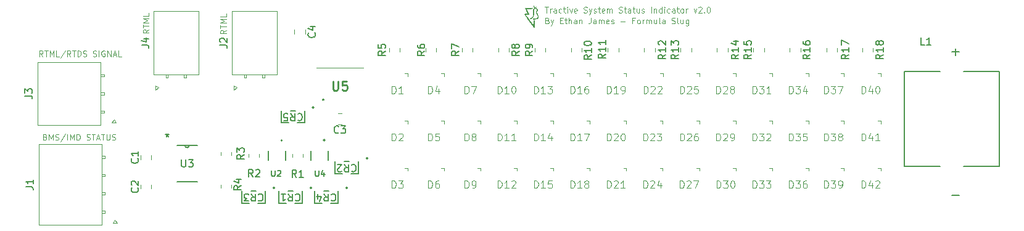
<source format=gbr>
%TF.GenerationSoftware,KiCad,Pcbnew,8.0.8+dfsg-1*%
%TF.CreationDate,2025-04-05T15:10:42-07:00*%
%TF.ProjectId,TSSI,54535349-2e6b-4696-9361-645f70636258,rev?*%
%TF.SameCoordinates,Original*%
%TF.FileFunction,Legend,Top*%
%TF.FilePolarity,Positive*%
%FSLAX46Y46*%
G04 Gerber Fmt 4.6, Leading zero omitted, Abs format (unit mm)*
G04 Created by KiCad (PCBNEW 8.0.8+dfsg-1) date 2025-04-05 15:10:42*
%MOMM*%
%LPD*%
G01*
G04 APERTURE LIST*
%ADD10C,0.125000*%
%ADD11C,0.100000*%
%ADD12C,0.150000*%
%ADD13C,0.254000*%
%ADD14C,0.127000*%
%ADD15C,0.000000*%
%ADD16C,0.152400*%
%ADD17C,0.200000*%
%ADD18C,0.198490*%
%ADD19C,0.120000*%
G04 APERTURE END LIST*
D10*
X92526815Y-94939479D02*
X92145862Y-95206146D01*
X92526815Y-95396622D02*
X91726815Y-95396622D01*
X91726815Y-95396622D02*
X91726815Y-95091860D01*
X91726815Y-95091860D02*
X91764910Y-95015670D01*
X91764910Y-95015670D02*
X91803005Y-94977575D01*
X91803005Y-94977575D02*
X91879196Y-94939479D01*
X91879196Y-94939479D02*
X91993481Y-94939479D01*
X91993481Y-94939479D02*
X92069672Y-94977575D01*
X92069672Y-94977575D02*
X92107767Y-95015670D01*
X92107767Y-95015670D02*
X92145862Y-95091860D01*
X92145862Y-95091860D02*
X92145862Y-95396622D01*
X91726815Y-94710908D02*
X91726815Y-94253765D01*
X92526815Y-94482337D02*
X91726815Y-94482337D01*
X92526815Y-93987098D02*
X91726815Y-93987098D01*
X91726815Y-93987098D02*
X92298243Y-93720432D01*
X92298243Y-93720432D02*
X91726815Y-93453765D01*
X91726815Y-93453765D02*
X92526815Y-93453765D01*
X92526815Y-92691860D02*
X92526815Y-93072812D01*
X92526815Y-93072812D02*
X91726815Y-93072812D01*
D11*
X147239205Y-93727847D02*
X147353491Y-93765942D01*
X147353491Y-93765942D02*
X147391586Y-93804038D01*
X147391586Y-93804038D02*
X147429682Y-93880228D01*
X147429682Y-93880228D02*
X147429682Y-93994514D01*
X147429682Y-93994514D02*
X147391586Y-94070704D01*
X147391586Y-94070704D02*
X147353491Y-94108800D01*
X147353491Y-94108800D02*
X147277301Y-94146895D01*
X147277301Y-94146895D02*
X146972539Y-94146895D01*
X146972539Y-94146895D02*
X146972539Y-93346895D01*
X146972539Y-93346895D02*
X147239205Y-93346895D01*
X147239205Y-93346895D02*
X147315396Y-93384990D01*
X147315396Y-93384990D02*
X147353491Y-93423085D01*
X147353491Y-93423085D02*
X147391586Y-93499276D01*
X147391586Y-93499276D02*
X147391586Y-93575466D01*
X147391586Y-93575466D02*
X147353491Y-93651657D01*
X147353491Y-93651657D02*
X147315396Y-93689752D01*
X147315396Y-93689752D02*
X147239205Y-93727847D01*
X147239205Y-93727847D02*
X146972539Y-93727847D01*
X147696348Y-93613561D02*
X147886824Y-94146895D01*
X148077301Y-93613561D02*
X147886824Y-94146895D01*
X147886824Y-94146895D02*
X147810634Y-94337371D01*
X147810634Y-94337371D02*
X147772539Y-94375466D01*
X147772539Y-94375466D02*
X147696348Y-94413561D01*
X148991587Y-93727847D02*
X149258253Y-93727847D01*
X149372539Y-94146895D02*
X148991587Y-94146895D01*
X148991587Y-94146895D02*
X148991587Y-93346895D01*
X148991587Y-93346895D02*
X149372539Y-93346895D01*
X149601111Y-93613561D02*
X149905873Y-93613561D01*
X149715397Y-93346895D02*
X149715397Y-94032609D01*
X149715397Y-94032609D02*
X149753492Y-94108800D01*
X149753492Y-94108800D02*
X149829682Y-94146895D01*
X149829682Y-94146895D02*
X149905873Y-94146895D01*
X150172540Y-94146895D02*
X150172540Y-93346895D01*
X150515397Y-94146895D02*
X150515397Y-93727847D01*
X150515397Y-93727847D02*
X150477302Y-93651657D01*
X150477302Y-93651657D02*
X150401111Y-93613561D01*
X150401111Y-93613561D02*
X150286825Y-93613561D01*
X150286825Y-93613561D02*
X150210635Y-93651657D01*
X150210635Y-93651657D02*
X150172540Y-93689752D01*
X151239207Y-94146895D02*
X151239207Y-93727847D01*
X151239207Y-93727847D02*
X151201112Y-93651657D01*
X151201112Y-93651657D02*
X151124921Y-93613561D01*
X151124921Y-93613561D02*
X150972540Y-93613561D01*
X150972540Y-93613561D02*
X150896350Y-93651657D01*
X151239207Y-94108800D02*
X151163016Y-94146895D01*
X151163016Y-94146895D02*
X150972540Y-94146895D01*
X150972540Y-94146895D02*
X150896350Y-94108800D01*
X150896350Y-94108800D02*
X150858254Y-94032609D01*
X150858254Y-94032609D02*
X150858254Y-93956419D01*
X150858254Y-93956419D02*
X150896350Y-93880228D01*
X150896350Y-93880228D02*
X150972540Y-93842133D01*
X150972540Y-93842133D02*
X151163016Y-93842133D01*
X151163016Y-93842133D02*
X151239207Y-93804038D01*
X151620160Y-93613561D02*
X151620160Y-94146895D01*
X151620160Y-93689752D02*
X151658255Y-93651657D01*
X151658255Y-93651657D02*
X151734445Y-93613561D01*
X151734445Y-93613561D02*
X151848731Y-93613561D01*
X151848731Y-93613561D02*
X151924922Y-93651657D01*
X151924922Y-93651657D02*
X151963017Y-93727847D01*
X151963017Y-93727847D02*
X151963017Y-94146895D01*
X153182065Y-93346895D02*
X153182065Y-93918323D01*
X153182065Y-93918323D02*
X153143970Y-94032609D01*
X153143970Y-94032609D02*
X153067779Y-94108800D01*
X153067779Y-94108800D02*
X152953494Y-94146895D01*
X152953494Y-94146895D02*
X152877303Y-94146895D01*
X153905875Y-94146895D02*
X153905875Y-93727847D01*
X153905875Y-93727847D02*
X153867780Y-93651657D01*
X153867780Y-93651657D02*
X153791589Y-93613561D01*
X153791589Y-93613561D02*
X153639208Y-93613561D01*
X153639208Y-93613561D02*
X153563018Y-93651657D01*
X153905875Y-94108800D02*
X153829684Y-94146895D01*
X153829684Y-94146895D02*
X153639208Y-94146895D01*
X153639208Y-94146895D02*
X153563018Y-94108800D01*
X153563018Y-94108800D02*
X153524922Y-94032609D01*
X153524922Y-94032609D02*
X153524922Y-93956419D01*
X153524922Y-93956419D02*
X153563018Y-93880228D01*
X153563018Y-93880228D02*
X153639208Y-93842133D01*
X153639208Y-93842133D02*
X153829684Y-93842133D01*
X153829684Y-93842133D02*
X153905875Y-93804038D01*
X154286828Y-94146895D02*
X154286828Y-93613561D01*
X154286828Y-93689752D02*
X154324923Y-93651657D01*
X154324923Y-93651657D02*
X154401113Y-93613561D01*
X154401113Y-93613561D02*
X154515399Y-93613561D01*
X154515399Y-93613561D02*
X154591590Y-93651657D01*
X154591590Y-93651657D02*
X154629685Y-93727847D01*
X154629685Y-93727847D02*
X154629685Y-94146895D01*
X154629685Y-93727847D02*
X154667780Y-93651657D01*
X154667780Y-93651657D02*
X154743971Y-93613561D01*
X154743971Y-93613561D02*
X154858256Y-93613561D01*
X154858256Y-93613561D02*
X154934447Y-93651657D01*
X154934447Y-93651657D02*
X154972542Y-93727847D01*
X154972542Y-93727847D02*
X154972542Y-94146895D01*
X155658257Y-94108800D02*
X155582066Y-94146895D01*
X155582066Y-94146895D02*
X155429685Y-94146895D01*
X155429685Y-94146895D02*
X155353495Y-94108800D01*
X155353495Y-94108800D02*
X155315399Y-94032609D01*
X155315399Y-94032609D02*
X155315399Y-93727847D01*
X155315399Y-93727847D02*
X155353495Y-93651657D01*
X155353495Y-93651657D02*
X155429685Y-93613561D01*
X155429685Y-93613561D02*
X155582066Y-93613561D01*
X155582066Y-93613561D02*
X155658257Y-93651657D01*
X155658257Y-93651657D02*
X155696352Y-93727847D01*
X155696352Y-93727847D02*
X155696352Y-93804038D01*
X155696352Y-93804038D02*
X155315399Y-93880228D01*
X156001113Y-94108800D02*
X156077304Y-94146895D01*
X156077304Y-94146895D02*
X156229685Y-94146895D01*
X156229685Y-94146895D02*
X156305875Y-94108800D01*
X156305875Y-94108800D02*
X156343971Y-94032609D01*
X156343971Y-94032609D02*
X156343971Y-93994514D01*
X156343971Y-93994514D02*
X156305875Y-93918323D01*
X156305875Y-93918323D02*
X156229685Y-93880228D01*
X156229685Y-93880228D02*
X156115399Y-93880228D01*
X156115399Y-93880228D02*
X156039209Y-93842133D01*
X156039209Y-93842133D02*
X156001113Y-93765942D01*
X156001113Y-93765942D02*
X156001113Y-93727847D01*
X156001113Y-93727847D02*
X156039209Y-93651657D01*
X156039209Y-93651657D02*
X156115399Y-93613561D01*
X156115399Y-93613561D02*
X156229685Y-93613561D01*
X156229685Y-93613561D02*
X156305875Y-93651657D01*
X157296352Y-93842133D02*
X157905876Y-93842133D01*
X159163018Y-93727847D02*
X158896352Y-93727847D01*
X158896352Y-94146895D02*
X158896352Y-93346895D01*
X158896352Y-93346895D02*
X159277304Y-93346895D01*
X159696351Y-94146895D02*
X159620161Y-94108800D01*
X159620161Y-94108800D02*
X159582066Y-94070704D01*
X159582066Y-94070704D02*
X159543970Y-93994514D01*
X159543970Y-93994514D02*
X159543970Y-93765942D01*
X159543970Y-93765942D02*
X159582066Y-93689752D01*
X159582066Y-93689752D02*
X159620161Y-93651657D01*
X159620161Y-93651657D02*
X159696351Y-93613561D01*
X159696351Y-93613561D02*
X159810637Y-93613561D01*
X159810637Y-93613561D02*
X159886828Y-93651657D01*
X159886828Y-93651657D02*
X159924923Y-93689752D01*
X159924923Y-93689752D02*
X159963018Y-93765942D01*
X159963018Y-93765942D02*
X159963018Y-93994514D01*
X159963018Y-93994514D02*
X159924923Y-94070704D01*
X159924923Y-94070704D02*
X159886828Y-94108800D01*
X159886828Y-94108800D02*
X159810637Y-94146895D01*
X159810637Y-94146895D02*
X159696351Y-94146895D01*
X160305876Y-94146895D02*
X160305876Y-93613561D01*
X160305876Y-93765942D02*
X160343971Y-93689752D01*
X160343971Y-93689752D02*
X160382066Y-93651657D01*
X160382066Y-93651657D02*
X160458257Y-93613561D01*
X160458257Y-93613561D02*
X160534447Y-93613561D01*
X160801114Y-94146895D02*
X160801114Y-93613561D01*
X160801114Y-93689752D02*
X160839209Y-93651657D01*
X160839209Y-93651657D02*
X160915399Y-93613561D01*
X160915399Y-93613561D02*
X161029685Y-93613561D01*
X161029685Y-93613561D02*
X161105876Y-93651657D01*
X161105876Y-93651657D02*
X161143971Y-93727847D01*
X161143971Y-93727847D02*
X161143971Y-94146895D01*
X161143971Y-93727847D02*
X161182066Y-93651657D01*
X161182066Y-93651657D02*
X161258257Y-93613561D01*
X161258257Y-93613561D02*
X161372542Y-93613561D01*
X161372542Y-93613561D02*
X161448733Y-93651657D01*
X161448733Y-93651657D02*
X161486828Y-93727847D01*
X161486828Y-93727847D02*
X161486828Y-94146895D01*
X162210638Y-93613561D02*
X162210638Y-94146895D01*
X161867781Y-93613561D02*
X161867781Y-94032609D01*
X161867781Y-94032609D02*
X161905876Y-94108800D01*
X161905876Y-94108800D02*
X161982066Y-94146895D01*
X161982066Y-94146895D02*
X162096352Y-94146895D01*
X162096352Y-94146895D02*
X162172543Y-94108800D01*
X162172543Y-94108800D02*
X162210638Y-94070704D01*
X162705876Y-94146895D02*
X162629686Y-94108800D01*
X162629686Y-94108800D02*
X162591591Y-94032609D01*
X162591591Y-94032609D02*
X162591591Y-93346895D01*
X163353496Y-94146895D02*
X163353496Y-93727847D01*
X163353496Y-93727847D02*
X163315401Y-93651657D01*
X163315401Y-93651657D02*
X163239210Y-93613561D01*
X163239210Y-93613561D02*
X163086829Y-93613561D01*
X163086829Y-93613561D02*
X163010639Y-93651657D01*
X163353496Y-94108800D02*
X163277305Y-94146895D01*
X163277305Y-94146895D02*
X163086829Y-94146895D01*
X163086829Y-94146895D02*
X163010639Y-94108800D01*
X163010639Y-94108800D02*
X162972543Y-94032609D01*
X162972543Y-94032609D02*
X162972543Y-93956419D01*
X162972543Y-93956419D02*
X163010639Y-93880228D01*
X163010639Y-93880228D02*
X163086829Y-93842133D01*
X163086829Y-93842133D02*
X163277305Y-93842133D01*
X163277305Y-93842133D02*
X163353496Y-93804038D01*
X164305877Y-94108800D02*
X164420163Y-94146895D01*
X164420163Y-94146895D02*
X164610639Y-94146895D01*
X164610639Y-94146895D02*
X164686830Y-94108800D01*
X164686830Y-94108800D02*
X164724925Y-94070704D01*
X164724925Y-94070704D02*
X164763020Y-93994514D01*
X164763020Y-93994514D02*
X164763020Y-93918323D01*
X164763020Y-93918323D02*
X164724925Y-93842133D01*
X164724925Y-93842133D02*
X164686830Y-93804038D01*
X164686830Y-93804038D02*
X164610639Y-93765942D01*
X164610639Y-93765942D02*
X164458258Y-93727847D01*
X164458258Y-93727847D02*
X164382068Y-93689752D01*
X164382068Y-93689752D02*
X164343973Y-93651657D01*
X164343973Y-93651657D02*
X164305877Y-93575466D01*
X164305877Y-93575466D02*
X164305877Y-93499276D01*
X164305877Y-93499276D02*
X164343973Y-93423085D01*
X164343973Y-93423085D02*
X164382068Y-93384990D01*
X164382068Y-93384990D02*
X164458258Y-93346895D01*
X164458258Y-93346895D02*
X164648735Y-93346895D01*
X164648735Y-93346895D02*
X164763020Y-93384990D01*
X165220163Y-94146895D02*
X165143973Y-94108800D01*
X165143973Y-94108800D02*
X165105878Y-94032609D01*
X165105878Y-94032609D02*
X165105878Y-93346895D01*
X165867783Y-93613561D02*
X165867783Y-94146895D01*
X165524926Y-93613561D02*
X165524926Y-94032609D01*
X165524926Y-94032609D02*
X165563021Y-94108800D01*
X165563021Y-94108800D02*
X165639211Y-94146895D01*
X165639211Y-94146895D02*
X165753497Y-94146895D01*
X165753497Y-94146895D02*
X165829688Y-94108800D01*
X165829688Y-94108800D02*
X165867783Y-94070704D01*
X166591593Y-93613561D02*
X166591593Y-94261180D01*
X166591593Y-94261180D02*
X166553498Y-94337371D01*
X166553498Y-94337371D02*
X166515402Y-94375466D01*
X166515402Y-94375466D02*
X166439212Y-94413561D01*
X166439212Y-94413561D02*
X166324926Y-94413561D01*
X166324926Y-94413561D02*
X166248736Y-94375466D01*
X166591593Y-94108800D02*
X166515402Y-94146895D01*
X166515402Y-94146895D02*
X166363021Y-94146895D01*
X166363021Y-94146895D02*
X166286831Y-94108800D01*
X166286831Y-94108800D02*
X166248736Y-94070704D01*
X166248736Y-94070704D02*
X166210640Y-93994514D01*
X166210640Y-93994514D02*
X166210640Y-93765942D01*
X166210640Y-93765942D02*
X166248736Y-93689752D01*
X166248736Y-93689752D02*
X166286831Y-93651657D01*
X166286831Y-93651657D02*
X166363021Y-93613561D01*
X166363021Y-93613561D02*
X166515402Y-93613561D01*
X166515402Y-93613561D02*
X166591593Y-93651657D01*
D10*
X103145595Y-95020144D02*
X102764642Y-95286811D01*
X103145595Y-95477287D02*
X102345595Y-95477287D01*
X102345595Y-95477287D02*
X102345595Y-95172525D01*
X102345595Y-95172525D02*
X102383690Y-95096335D01*
X102383690Y-95096335D02*
X102421785Y-95058240D01*
X102421785Y-95058240D02*
X102497976Y-95020144D01*
X102497976Y-95020144D02*
X102612261Y-95020144D01*
X102612261Y-95020144D02*
X102688452Y-95058240D01*
X102688452Y-95058240D02*
X102726547Y-95096335D01*
X102726547Y-95096335D02*
X102764642Y-95172525D01*
X102764642Y-95172525D02*
X102764642Y-95477287D01*
X102345595Y-94791573D02*
X102345595Y-94334430D01*
X103145595Y-94563002D02*
X102345595Y-94563002D01*
X103145595Y-94067763D02*
X102345595Y-94067763D01*
X102345595Y-94067763D02*
X102917023Y-93801097D01*
X102917023Y-93801097D02*
X102345595Y-93534430D01*
X102345595Y-93534430D02*
X103145595Y-93534430D01*
X103145595Y-92772525D02*
X103145595Y-93153477D01*
X103145595Y-93153477D02*
X102345595Y-93153477D01*
X78289378Y-109726547D02*
X78403664Y-109764642D01*
X78403664Y-109764642D02*
X78441759Y-109802738D01*
X78441759Y-109802738D02*
X78479855Y-109878928D01*
X78479855Y-109878928D02*
X78479855Y-109993214D01*
X78479855Y-109993214D02*
X78441759Y-110069404D01*
X78441759Y-110069404D02*
X78403664Y-110107500D01*
X78403664Y-110107500D02*
X78327474Y-110145595D01*
X78327474Y-110145595D02*
X78022712Y-110145595D01*
X78022712Y-110145595D02*
X78022712Y-109345595D01*
X78022712Y-109345595D02*
X78289378Y-109345595D01*
X78289378Y-109345595D02*
X78365569Y-109383690D01*
X78365569Y-109383690D02*
X78403664Y-109421785D01*
X78403664Y-109421785D02*
X78441759Y-109497976D01*
X78441759Y-109497976D02*
X78441759Y-109574166D01*
X78441759Y-109574166D02*
X78403664Y-109650357D01*
X78403664Y-109650357D02*
X78365569Y-109688452D01*
X78365569Y-109688452D02*
X78289378Y-109726547D01*
X78289378Y-109726547D02*
X78022712Y-109726547D01*
X78822712Y-110145595D02*
X78822712Y-109345595D01*
X78822712Y-109345595D02*
X79089378Y-109917023D01*
X79089378Y-109917023D02*
X79356045Y-109345595D01*
X79356045Y-109345595D02*
X79356045Y-110145595D01*
X79698902Y-110107500D02*
X79813188Y-110145595D01*
X79813188Y-110145595D02*
X80003664Y-110145595D01*
X80003664Y-110145595D02*
X80079855Y-110107500D01*
X80079855Y-110107500D02*
X80117950Y-110069404D01*
X80117950Y-110069404D02*
X80156045Y-109993214D01*
X80156045Y-109993214D02*
X80156045Y-109917023D01*
X80156045Y-109917023D02*
X80117950Y-109840833D01*
X80117950Y-109840833D02*
X80079855Y-109802738D01*
X80079855Y-109802738D02*
X80003664Y-109764642D01*
X80003664Y-109764642D02*
X79851283Y-109726547D01*
X79851283Y-109726547D02*
X79775093Y-109688452D01*
X79775093Y-109688452D02*
X79736998Y-109650357D01*
X79736998Y-109650357D02*
X79698902Y-109574166D01*
X79698902Y-109574166D02*
X79698902Y-109497976D01*
X79698902Y-109497976D02*
X79736998Y-109421785D01*
X79736998Y-109421785D02*
X79775093Y-109383690D01*
X79775093Y-109383690D02*
X79851283Y-109345595D01*
X79851283Y-109345595D02*
X80041760Y-109345595D01*
X80041760Y-109345595D02*
X80156045Y-109383690D01*
X81070331Y-109307500D02*
X80384617Y-110336071D01*
X81336998Y-110145595D02*
X81336998Y-109345595D01*
X81717950Y-110145595D02*
X81717950Y-109345595D01*
X81717950Y-109345595D02*
X81984616Y-109917023D01*
X81984616Y-109917023D02*
X82251283Y-109345595D01*
X82251283Y-109345595D02*
X82251283Y-110145595D01*
X82632236Y-110145595D02*
X82632236Y-109345595D01*
X82632236Y-109345595D02*
X82822712Y-109345595D01*
X82822712Y-109345595D02*
X82936998Y-109383690D01*
X82936998Y-109383690D02*
X83013188Y-109459880D01*
X83013188Y-109459880D02*
X83051283Y-109536071D01*
X83051283Y-109536071D02*
X83089379Y-109688452D01*
X83089379Y-109688452D02*
X83089379Y-109802738D01*
X83089379Y-109802738D02*
X83051283Y-109955119D01*
X83051283Y-109955119D02*
X83013188Y-110031309D01*
X83013188Y-110031309D02*
X82936998Y-110107500D01*
X82936998Y-110107500D02*
X82822712Y-110145595D01*
X82822712Y-110145595D02*
X82632236Y-110145595D01*
X84003664Y-110107500D02*
X84117950Y-110145595D01*
X84117950Y-110145595D02*
X84308426Y-110145595D01*
X84308426Y-110145595D02*
X84384617Y-110107500D01*
X84384617Y-110107500D02*
X84422712Y-110069404D01*
X84422712Y-110069404D02*
X84460807Y-109993214D01*
X84460807Y-109993214D02*
X84460807Y-109917023D01*
X84460807Y-109917023D02*
X84422712Y-109840833D01*
X84422712Y-109840833D02*
X84384617Y-109802738D01*
X84384617Y-109802738D02*
X84308426Y-109764642D01*
X84308426Y-109764642D02*
X84156045Y-109726547D01*
X84156045Y-109726547D02*
X84079855Y-109688452D01*
X84079855Y-109688452D02*
X84041760Y-109650357D01*
X84041760Y-109650357D02*
X84003664Y-109574166D01*
X84003664Y-109574166D02*
X84003664Y-109497976D01*
X84003664Y-109497976D02*
X84041760Y-109421785D01*
X84041760Y-109421785D02*
X84079855Y-109383690D01*
X84079855Y-109383690D02*
X84156045Y-109345595D01*
X84156045Y-109345595D02*
X84346522Y-109345595D01*
X84346522Y-109345595D02*
X84460807Y-109383690D01*
X84689379Y-109345595D02*
X85146522Y-109345595D01*
X84917950Y-110145595D02*
X84917950Y-109345595D01*
X85375093Y-109917023D02*
X85756046Y-109917023D01*
X85298903Y-110145595D02*
X85565570Y-109345595D01*
X85565570Y-109345595D02*
X85832236Y-110145595D01*
X85984617Y-109345595D02*
X86441760Y-109345595D01*
X86213188Y-110145595D02*
X86213188Y-109345595D01*
X86708427Y-109345595D02*
X86708427Y-109993214D01*
X86708427Y-109993214D02*
X86746522Y-110069404D01*
X86746522Y-110069404D02*
X86784617Y-110107500D01*
X86784617Y-110107500D02*
X86860808Y-110145595D01*
X86860808Y-110145595D02*
X87013189Y-110145595D01*
X87013189Y-110145595D02*
X87089379Y-110107500D01*
X87089379Y-110107500D02*
X87127474Y-110069404D01*
X87127474Y-110069404D02*
X87165570Y-109993214D01*
X87165570Y-109993214D02*
X87165570Y-109345595D01*
X87508426Y-110107500D02*
X87622712Y-110145595D01*
X87622712Y-110145595D02*
X87813188Y-110145595D01*
X87813188Y-110145595D02*
X87889379Y-110107500D01*
X87889379Y-110107500D02*
X87927474Y-110069404D01*
X87927474Y-110069404D02*
X87965569Y-109993214D01*
X87965569Y-109993214D02*
X87965569Y-109917023D01*
X87965569Y-109917023D02*
X87927474Y-109840833D01*
X87927474Y-109840833D02*
X87889379Y-109802738D01*
X87889379Y-109802738D02*
X87813188Y-109764642D01*
X87813188Y-109764642D02*
X87660807Y-109726547D01*
X87660807Y-109726547D02*
X87584617Y-109688452D01*
X87584617Y-109688452D02*
X87546522Y-109650357D01*
X87546522Y-109650357D02*
X87508426Y-109574166D01*
X87508426Y-109574166D02*
X87508426Y-109497976D01*
X87508426Y-109497976D02*
X87546522Y-109421785D01*
X87546522Y-109421785D02*
X87584617Y-109383690D01*
X87584617Y-109383690D02*
X87660807Y-109345595D01*
X87660807Y-109345595D02*
X87851284Y-109345595D01*
X87851284Y-109345595D02*
X87965569Y-109383690D01*
X77979855Y-98645595D02*
X77713188Y-98264642D01*
X77522712Y-98645595D02*
X77522712Y-97845595D01*
X77522712Y-97845595D02*
X77827474Y-97845595D01*
X77827474Y-97845595D02*
X77903664Y-97883690D01*
X77903664Y-97883690D02*
X77941759Y-97921785D01*
X77941759Y-97921785D02*
X77979855Y-97997976D01*
X77979855Y-97997976D02*
X77979855Y-98112261D01*
X77979855Y-98112261D02*
X77941759Y-98188452D01*
X77941759Y-98188452D02*
X77903664Y-98226547D01*
X77903664Y-98226547D02*
X77827474Y-98264642D01*
X77827474Y-98264642D02*
X77522712Y-98264642D01*
X78208426Y-97845595D02*
X78665569Y-97845595D01*
X78436997Y-98645595D02*
X78436997Y-97845595D01*
X78932236Y-98645595D02*
X78932236Y-97845595D01*
X78932236Y-97845595D02*
X79198902Y-98417023D01*
X79198902Y-98417023D02*
X79465569Y-97845595D01*
X79465569Y-97845595D02*
X79465569Y-98645595D01*
X80227474Y-98645595D02*
X79846522Y-98645595D01*
X79846522Y-98645595D02*
X79846522Y-97845595D01*
X81065569Y-97807500D02*
X80379855Y-98836071D01*
X81789379Y-98645595D02*
X81522712Y-98264642D01*
X81332236Y-98645595D02*
X81332236Y-97845595D01*
X81332236Y-97845595D02*
X81636998Y-97845595D01*
X81636998Y-97845595D02*
X81713188Y-97883690D01*
X81713188Y-97883690D02*
X81751283Y-97921785D01*
X81751283Y-97921785D02*
X81789379Y-97997976D01*
X81789379Y-97997976D02*
X81789379Y-98112261D01*
X81789379Y-98112261D02*
X81751283Y-98188452D01*
X81751283Y-98188452D02*
X81713188Y-98226547D01*
X81713188Y-98226547D02*
X81636998Y-98264642D01*
X81636998Y-98264642D02*
X81332236Y-98264642D01*
X82017950Y-97845595D02*
X82475093Y-97845595D01*
X82246521Y-98645595D02*
X82246521Y-97845595D01*
X82741760Y-98645595D02*
X82741760Y-97845595D01*
X82741760Y-97845595D02*
X82932236Y-97845595D01*
X82932236Y-97845595D02*
X83046522Y-97883690D01*
X83046522Y-97883690D02*
X83122712Y-97959880D01*
X83122712Y-97959880D02*
X83160807Y-98036071D01*
X83160807Y-98036071D02*
X83198903Y-98188452D01*
X83198903Y-98188452D02*
X83198903Y-98302738D01*
X83198903Y-98302738D02*
X83160807Y-98455119D01*
X83160807Y-98455119D02*
X83122712Y-98531309D01*
X83122712Y-98531309D02*
X83046522Y-98607500D01*
X83046522Y-98607500D02*
X82932236Y-98645595D01*
X82932236Y-98645595D02*
X82741760Y-98645595D01*
X83503664Y-98607500D02*
X83617950Y-98645595D01*
X83617950Y-98645595D02*
X83808426Y-98645595D01*
X83808426Y-98645595D02*
X83884617Y-98607500D01*
X83884617Y-98607500D02*
X83922712Y-98569404D01*
X83922712Y-98569404D02*
X83960807Y-98493214D01*
X83960807Y-98493214D02*
X83960807Y-98417023D01*
X83960807Y-98417023D02*
X83922712Y-98340833D01*
X83922712Y-98340833D02*
X83884617Y-98302738D01*
X83884617Y-98302738D02*
X83808426Y-98264642D01*
X83808426Y-98264642D02*
X83656045Y-98226547D01*
X83656045Y-98226547D02*
X83579855Y-98188452D01*
X83579855Y-98188452D02*
X83541760Y-98150357D01*
X83541760Y-98150357D02*
X83503664Y-98074166D01*
X83503664Y-98074166D02*
X83503664Y-97997976D01*
X83503664Y-97997976D02*
X83541760Y-97921785D01*
X83541760Y-97921785D02*
X83579855Y-97883690D01*
X83579855Y-97883690D02*
X83656045Y-97845595D01*
X83656045Y-97845595D02*
X83846522Y-97845595D01*
X83846522Y-97845595D02*
X83960807Y-97883690D01*
X84875093Y-98607500D02*
X84989379Y-98645595D01*
X84989379Y-98645595D02*
X85179855Y-98645595D01*
X85179855Y-98645595D02*
X85256046Y-98607500D01*
X85256046Y-98607500D02*
X85294141Y-98569404D01*
X85294141Y-98569404D02*
X85332236Y-98493214D01*
X85332236Y-98493214D02*
X85332236Y-98417023D01*
X85332236Y-98417023D02*
X85294141Y-98340833D01*
X85294141Y-98340833D02*
X85256046Y-98302738D01*
X85256046Y-98302738D02*
X85179855Y-98264642D01*
X85179855Y-98264642D02*
X85027474Y-98226547D01*
X85027474Y-98226547D02*
X84951284Y-98188452D01*
X84951284Y-98188452D02*
X84913189Y-98150357D01*
X84913189Y-98150357D02*
X84875093Y-98074166D01*
X84875093Y-98074166D02*
X84875093Y-97997976D01*
X84875093Y-97997976D02*
X84913189Y-97921785D01*
X84913189Y-97921785D02*
X84951284Y-97883690D01*
X84951284Y-97883690D02*
X85027474Y-97845595D01*
X85027474Y-97845595D02*
X85217951Y-97845595D01*
X85217951Y-97845595D02*
X85332236Y-97883690D01*
X85675094Y-98645595D02*
X85675094Y-97845595D01*
X86475093Y-97883690D02*
X86398903Y-97845595D01*
X86398903Y-97845595D02*
X86284617Y-97845595D01*
X86284617Y-97845595D02*
X86170331Y-97883690D01*
X86170331Y-97883690D02*
X86094141Y-97959880D01*
X86094141Y-97959880D02*
X86056046Y-98036071D01*
X86056046Y-98036071D02*
X86017950Y-98188452D01*
X86017950Y-98188452D02*
X86017950Y-98302738D01*
X86017950Y-98302738D02*
X86056046Y-98455119D01*
X86056046Y-98455119D02*
X86094141Y-98531309D01*
X86094141Y-98531309D02*
X86170331Y-98607500D01*
X86170331Y-98607500D02*
X86284617Y-98645595D01*
X86284617Y-98645595D02*
X86360808Y-98645595D01*
X86360808Y-98645595D02*
X86475093Y-98607500D01*
X86475093Y-98607500D02*
X86513189Y-98569404D01*
X86513189Y-98569404D02*
X86513189Y-98302738D01*
X86513189Y-98302738D02*
X86360808Y-98302738D01*
X86856046Y-98645595D02*
X86856046Y-97845595D01*
X86856046Y-97845595D02*
X87313189Y-98645595D01*
X87313189Y-98645595D02*
X87313189Y-97845595D01*
X87656045Y-98417023D02*
X88036998Y-98417023D01*
X87579855Y-98645595D02*
X87846522Y-97845595D01*
X87846522Y-97845595D02*
X88113188Y-98645595D01*
X88760807Y-98645595D02*
X88379855Y-98645595D01*
X88379855Y-98645595D02*
X88379855Y-97845595D01*
D11*
X146891979Y-91846895D02*
X147349122Y-91846895D01*
X147120550Y-92646895D02*
X147120550Y-91846895D01*
X147615789Y-92646895D02*
X147615789Y-92113561D01*
X147615789Y-92265942D02*
X147653884Y-92189752D01*
X147653884Y-92189752D02*
X147691979Y-92151657D01*
X147691979Y-92151657D02*
X147768170Y-92113561D01*
X147768170Y-92113561D02*
X147844360Y-92113561D01*
X148453884Y-92646895D02*
X148453884Y-92227847D01*
X148453884Y-92227847D02*
X148415789Y-92151657D01*
X148415789Y-92151657D02*
X148339598Y-92113561D01*
X148339598Y-92113561D02*
X148187217Y-92113561D01*
X148187217Y-92113561D02*
X148111027Y-92151657D01*
X148453884Y-92608800D02*
X148377693Y-92646895D01*
X148377693Y-92646895D02*
X148187217Y-92646895D01*
X148187217Y-92646895D02*
X148111027Y-92608800D01*
X148111027Y-92608800D02*
X148072931Y-92532609D01*
X148072931Y-92532609D02*
X148072931Y-92456419D01*
X148072931Y-92456419D02*
X148111027Y-92380228D01*
X148111027Y-92380228D02*
X148187217Y-92342133D01*
X148187217Y-92342133D02*
X148377693Y-92342133D01*
X148377693Y-92342133D02*
X148453884Y-92304038D01*
X149177694Y-92608800D02*
X149101503Y-92646895D01*
X149101503Y-92646895D02*
X148949122Y-92646895D01*
X148949122Y-92646895D02*
X148872932Y-92608800D01*
X148872932Y-92608800D02*
X148834837Y-92570704D01*
X148834837Y-92570704D02*
X148796741Y-92494514D01*
X148796741Y-92494514D02*
X148796741Y-92265942D01*
X148796741Y-92265942D02*
X148834837Y-92189752D01*
X148834837Y-92189752D02*
X148872932Y-92151657D01*
X148872932Y-92151657D02*
X148949122Y-92113561D01*
X148949122Y-92113561D02*
X149101503Y-92113561D01*
X149101503Y-92113561D02*
X149177694Y-92151657D01*
X149406265Y-92113561D02*
X149711027Y-92113561D01*
X149520551Y-91846895D02*
X149520551Y-92532609D01*
X149520551Y-92532609D02*
X149558646Y-92608800D01*
X149558646Y-92608800D02*
X149634836Y-92646895D01*
X149634836Y-92646895D02*
X149711027Y-92646895D01*
X149977694Y-92646895D02*
X149977694Y-92113561D01*
X149977694Y-91846895D02*
X149939598Y-91884990D01*
X149939598Y-91884990D02*
X149977694Y-91923085D01*
X149977694Y-91923085D02*
X150015789Y-91884990D01*
X150015789Y-91884990D02*
X149977694Y-91846895D01*
X149977694Y-91846895D02*
X149977694Y-91923085D01*
X150282455Y-92113561D02*
X150472931Y-92646895D01*
X150472931Y-92646895D02*
X150663408Y-92113561D01*
X151272932Y-92608800D02*
X151196741Y-92646895D01*
X151196741Y-92646895D02*
X151044360Y-92646895D01*
X151044360Y-92646895D02*
X150968170Y-92608800D01*
X150968170Y-92608800D02*
X150930074Y-92532609D01*
X150930074Y-92532609D02*
X150930074Y-92227847D01*
X150930074Y-92227847D02*
X150968170Y-92151657D01*
X150968170Y-92151657D02*
X151044360Y-92113561D01*
X151044360Y-92113561D02*
X151196741Y-92113561D01*
X151196741Y-92113561D02*
X151272932Y-92151657D01*
X151272932Y-92151657D02*
X151311027Y-92227847D01*
X151311027Y-92227847D02*
X151311027Y-92304038D01*
X151311027Y-92304038D02*
X150930074Y-92380228D01*
X152225312Y-92608800D02*
X152339598Y-92646895D01*
X152339598Y-92646895D02*
X152530074Y-92646895D01*
X152530074Y-92646895D02*
X152606265Y-92608800D01*
X152606265Y-92608800D02*
X152644360Y-92570704D01*
X152644360Y-92570704D02*
X152682455Y-92494514D01*
X152682455Y-92494514D02*
X152682455Y-92418323D01*
X152682455Y-92418323D02*
X152644360Y-92342133D01*
X152644360Y-92342133D02*
X152606265Y-92304038D01*
X152606265Y-92304038D02*
X152530074Y-92265942D01*
X152530074Y-92265942D02*
X152377693Y-92227847D01*
X152377693Y-92227847D02*
X152301503Y-92189752D01*
X152301503Y-92189752D02*
X152263408Y-92151657D01*
X152263408Y-92151657D02*
X152225312Y-92075466D01*
X152225312Y-92075466D02*
X152225312Y-91999276D01*
X152225312Y-91999276D02*
X152263408Y-91923085D01*
X152263408Y-91923085D02*
X152301503Y-91884990D01*
X152301503Y-91884990D02*
X152377693Y-91846895D01*
X152377693Y-91846895D02*
X152568170Y-91846895D01*
X152568170Y-91846895D02*
X152682455Y-91884990D01*
X152949122Y-92113561D02*
X153139598Y-92646895D01*
X153330075Y-92113561D02*
X153139598Y-92646895D01*
X153139598Y-92646895D02*
X153063408Y-92837371D01*
X153063408Y-92837371D02*
X153025313Y-92875466D01*
X153025313Y-92875466D02*
X152949122Y-92913561D01*
X153596741Y-92608800D02*
X153672932Y-92646895D01*
X153672932Y-92646895D02*
X153825313Y-92646895D01*
X153825313Y-92646895D02*
X153901503Y-92608800D01*
X153901503Y-92608800D02*
X153939599Y-92532609D01*
X153939599Y-92532609D02*
X153939599Y-92494514D01*
X153939599Y-92494514D02*
X153901503Y-92418323D01*
X153901503Y-92418323D02*
X153825313Y-92380228D01*
X153825313Y-92380228D02*
X153711027Y-92380228D01*
X153711027Y-92380228D02*
X153634837Y-92342133D01*
X153634837Y-92342133D02*
X153596741Y-92265942D01*
X153596741Y-92265942D02*
X153596741Y-92227847D01*
X153596741Y-92227847D02*
X153634837Y-92151657D01*
X153634837Y-92151657D02*
X153711027Y-92113561D01*
X153711027Y-92113561D02*
X153825313Y-92113561D01*
X153825313Y-92113561D02*
X153901503Y-92151657D01*
X154168170Y-92113561D02*
X154472932Y-92113561D01*
X154282456Y-91846895D02*
X154282456Y-92532609D01*
X154282456Y-92532609D02*
X154320551Y-92608800D01*
X154320551Y-92608800D02*
X154396741Y-92646895D01*
X154396741Y-92646895D02*
X154472932Y-92646895D01*
X155044361Y-92608800D02*
X154968170Y-92646895D01*
X154968170Y-92646895D02*
X154815789Y-92646895D01*
X154815789Y-92646895D02*
X154739599Y-92608800D01*
X154739599Y-92608800D02*
X154701503Y-92532609D01*
X154701503Y-92532609D02*
X154701503Y-92227847D01*
X154701503Y-92227847D02*
X154739599Y-92151657D01*
X154739599Y-92151657D02*
X154815789Y-92113561D01*
X154815789Y-92113561D02*
X154968170Y-92113561D01*
X154968170Y-92113561D02*
X155044361Y-92151657D01*
X155044361Y-92151657D02*
X155082456Y-92227847D01*
X155082456Y-92227847D02*
X155082456Y-92304038D01*
X155082456Y-92304038D02*
X154701503Y-92380228D01*
X155425313Y-92646895D02*
X155425313Y-92113561D01*
X155425313Y-92189752D02*
X155463408Y-92151657D01*
X155463408Y-92151657D02*
X155539598Y-92113561D01*
X155539598Y-92113561D02*
X155653884Y-92113561D01*
X155653884Y-92113561D02*
X155730075Y-92151657D01*
X155730075Y-92151657D02*
X155768170Y-92227847D01*
X155768170Y-92227847D02*
X155768170Y-92646895D01*
X155768170Y-92227847D02*
X155806265Y-92151657D01*
X155806265Y-92151657D02*
X155882456Y-92113561D01*
X155882456Y-92113561D02*
X155996741Y-92113561D01*
X155996741Y-92113561D02*
X156072932Y-92151657D01*
X156072932Y-92151657D02*
X156111027Y-92227847D01*
X156111027Y-92227847D02*
X156111027Y-92646895D01*
X157063408Y-92608800D02*
X157177694Y-92646895D01*
X157177694Y-92646895D02*
X157368170Y-92646895D01*
X157368170Y-92646895D02*
X157444361Y-92608800D01*
X157444361Y-92608800D02*
X157482456Y-92570704D01*
X157482456Y-92570704D02*
X157520551Y-92494514D01*
X157520551Y-92494514D02*
X157520551Y-92418323D01*
X157520551Y-92418323D02*
X157482456Y-92342133D01*
X157482456Y-92342133D02*
X157444361Y-92304038D01*
X157444361Y-92304038D02*
X157368170Y-92265942D01*
X157368170Y-92265942D02*
X157215789Y-92227847D01*
X157215789Y-92227847D02*
X157139599Y-92189752D01*
X157139599Y-92189752D02*
X157101504Y-92151657D01*
X157101504Y-92151657D02*
X157063408Y-92075466D01*
X157063408Y-92075466D02*
X157063408Y-91999276D01*
X157063408Y-91999276D02*
X157101504Y-91923085D01*
X157101504Y-91923085D02*
X157139599Y-91884990D01*
X157139599Y-91884990D02*
X157215789Y-91846895D01*
X157215789Y-91846895D02*
X157406266Y-91846895D01*
X157406266Y-91846895D02*
X157520551Y-91884990D01*
X157749123Y-92113561D02*
X158053885Y-92113561D01*
X157863409Y-91846895D02*
X157863409Y-92532609D01*
X157863409Y-92532609D02*
X157901504Y-92608800D01*
X157901504Y-92608800D02*
X157977694Y-92646895D01*
X157977694Y-92646895D02*
X158053885Y-92646895D01*
X158663409Y-92646895D02*
X158663409Y-92227847D01*
X158663409Y-92227847D02*
X158625314Y-92151657D01*
X158625314Y-92151657D02*
X158549123Y-92113561D01*
X158549123Y-92113561D02*
X158396742Y-92113561D01*
X158396742Y-92113561D02*
X158320552Y-92151657D01*
X158663409Y-92608800D02*
X158587218Y-92646895D01*
X158587218Y-92646895D02*
X158396742Y-92646895D01*
X158396742Y-92646895D02*
X158320552Y-92608800D01*
X158320552Y-92608800D02*
X158282456Y-92532609D01*
X158282456Y-92532609D02*
X158282456Y-92456419D01*
X158282456Y-92456419D02*
X158320552Y-92380228D01*
X158320552Y-92380228D02*
X158396742Y-92342133D01*
X158396742Y-92342133D02*
X158587218Y-92342133D01*
X158587218Y-92342133D02*
X158663409Y-92304038D01*
X158930076Y-92113561D02*
X159234838Y-92113561D01*
X159044362Y-91846895D02*
X159044362Y-92532609D01*
X159044362Y-92532609D02*
X159082457Y-92608800D01*
X159082457Y-92608800D02*
X159158647Y-92646895D01*
X159158647Y-92646895D02*
X159234838Y-92646895D01*
X159844362Y-92113561D02*
X159844362Y-92646895D01*
X159501505Y-92113561D02*
X159501505Y-92532609D01*
X159501505Y-92532609D02*
X159539600Y-92608800D01*
X159539600Y-92608800D02*
X159615790Y-92646895D01*
X159615790Y-92646895D02*
X159730076Y-92646895D01*
X159730076Y-92646895D02*
X159806267Y-92608800D01*
X159806267Y-92608800D02*
X159844362Y-92570704D01*
X160187219Y-92608800D02*
X160263410Y-92646895D01*
X160263410Y-92646895D02*
X160415791Y-92646895D01*
X160415791Y-92646895D02*
X160491981Y-92608800D01*
X160491981Y-92608800D02*
X160530077Y-92532609D01*
X160530077Y-92532609D02*
X160530077Y-92494514D01*
X160530077Y-92494514D02*
X160491981Y-92418323D01*
X160491981Y-92418323D02*
X160415791Y-92380228D01*
X160415791Y-92380228D02*
X160301505Y-92380228D01*
X160301505Y-92380228D02*
X160225315Y-92342133D01*
X160225315Y-92342133D02*
X160187219Y-92265942D01*
X160187219Y-92265942D02*
X160187219Y-92227847D01*
X160187219Y-92227847D02*
X160225315Y-92151657D01*
X160225315Y-92151657D02*
X160301505Y-92113561D01*
X160301505Y-92113561D02*
X160415791Y-92113561D01*
X160415791Y-92113561D02*
X160491981Y-92151657D01*
X161482458Y-92646895D02*
X161482458Y-91846895D01*
X161863410Y-92113561D02*
X161863410Y-92646895D01*
X161863410Y-92189752D02*
X161901505Y-92151657D01*
X161901505Y-92151657D02*
X161977695Y-92113561D01*
X161977695Y-92113561D02*
X162091981Y-92113561D01*
X162091981Y-92113561D02*
X162168172Y-92151657D01*
X162168172Y-92151657D02*
X162206267Y-92227847D01*
X162206267Y-92227847D02*
X162206267Y-92646895D01*
X162930077Y-92646895D02*
X162930077Y-91846895D01*
X162930077Y-92608800D02*
X162853886Y-92646895D01*
X162853886Y-92646895D02*
X162701505Y-92646895D01*
X162701505Y-92646895D02*
X162625315Y-92608800D01*
X162625315Y-92608800D02*
X162587220Y-92570704D01*
X162587220Y-92570704D02*
X162549124Y-92494514D01*
X162549124Y-92494514D02*
X162549124Y-92265942D01*
X162549124Y-92265942D02*
X162587220Y-92189752D01*
X162587220Y-92189752D02*
X162625315Y-92151657D01*
X162625315Y-92151657D02*
X162701505Y-92113561D01*
X162701505Y-92113561D02*
X162853886Y-92113561D01*
X162853886Y-92113561D02*
X162930077Y-92151657D01*
X163311030Y-92646895D02*
X163311030Y-92113561D01*
X163311030Y-91846895D02*
X163272934Y-91884990D01*
X163272934Y-91884990D02*
X163311030Y-91923085D01*
X163311030Y-91923085D02*
X163349125Y-91884990D01*
X163349125Y-91884990D02*
X163311030Y-91846895D01*
X163311030Y-91846895D02*
X163311030Y-91923085D01*
X164034839Y-92608800D02*
X163958648Y-92646895D01*
X163958648Y-92646895D02*
X163806267Y-92646895D01*
X163806267Y-92646895D02*
X163730077Y-92608800D01*
X163730077Y-92608800D02*
X163691982Y-92570704D01*
X163691982Y-92570704D02*
X163653886Y-92494514D01*
X163653886Y-92494514D02*
X163653886Y-92265942D01*
X163653886Y-92265942D02*
X163691982Y-92189752D01*
X163691982Y-92189752D02*
X163730077Y-92151657D01*
X163730077Y-92151657D02*
X163806267Y-92113561D01*
X163806267Y-92113561D02*
X163958648Y-92113561D01*
X163958648Y-92113561D02*
X164034839Y-92151657D01*
X164720553Y-92646895D02*
X164720553Y-92227847D01*
X164720553Y-92227847D02*
X164682458Y-92151657D01*
X164682458Y-92151657D02*
X164606267Y-92113561D01*
X164606267Y-92113561D02*
X164453886Y-92113561D01*
X164453886Y-92113561D02*
X164377696Y-92151657D01*
X164720553Y-92608800D02*
X164644362Y-92646895D01*
X164644362Y-92646895D02*
X164453886Y-92646895D01*
X164453886Y-92646895D02*
X164377696Y-92608800D01*
X164377696Y-92608800D02*
X164339600Y-92532609D01*
X164339600Y-92532609D02*
X164339600Y-92456419D01*
X164339600Y-92456419D02*
X164377696Y-92380228D01*
X164377696Y-92380228D02*
X164453886Y-92342133D01*
X164453886Y-92342133D02*
X164644362Y-92342133D01*
X164644362Y-92342133D02*
X164720553Y-92304038D01*
X164987220Y-92113561D02*
X165291982Y-92113561D01*
X165101506Y-91846895D02*
X165101506Y-92532609D01*
X165101506Y-92532609D02*
X165139601Y-92608800D01*
X165139601Y-92608800D02*
X165215791Y-92646895D01*
X165215791Y-92646895D02*
X165291982Y-92646895D01*
X165672934Y-92646895D02*
X165596744Y-92608800D01*
X165596744Y-92608800D02*
X165558649Y-92570704D01*
X165558649Y-92570704D02*
X165520553Y-92494514D01*
X165520553Y-92494514D02*
X165520553Y-92265942D01*
X165520553Y-92265942D02*
X165558649Y-92189752D01*
X165558649Y-92189752D02*
X165596744Y-92151657D01*
X165596744Y-92151657D02*
X165672934Y-92113561D01*
X165672934Y-92113561D02*
X165787220Y-92113561D01*
X165787220Y-92113561D02*
X165863411Y-92151657D01*
X165863411Y-92151657D02*
X165901506Y-92189752D01*
X165901506Y-92189752D02*
X165939601Y-92265942D01*
X165939601Y-92265942D02*
X165939601Y-92494514D01*
X165939601Y-92494514D02*
X165901506Y-92570704D01*
X165901506Y-92570704D02*
X165863411Y-92608800D01*
X165863411Y-92608800D02*
X165787220Y-92646895D01*
X165787220Y-92646895D02*
X165672934Y-92646895D01*
X166282459Y-92646895D02*
X166282459Y-92113561D01*
X166282459Y-92265942D02*
X166320554Y-92189752D01*
X166320554Y-92189752D02*
X166358649Y-92151657D01*
X166358649Y-92151657D02*
X166434840Y-92113561D01*
X166434840Y-92113561D02*
X166511030Y-92113561D01*
X167311030Y-92113561D02*
X167501506Y-92646895D01*
X167501506Y-92646895D02*
X167691983Y-92113561D01*
X167958649Y-91923085D02*
X167996745Y-91884990D01*
X167996745Y-91884990D02*
X168072935Y-91846895D01*
X168072935Y-91846895D02*
X168263411Y-91846895D01*
X168263411Y-91846895D02*
X168339602Y-91884990D01*
X168339602Y-91884990D02*
X168377697Y-91923085D01*
X168377697Y-91923085D02*
X168415792Y-91999276D01*
X168415792Y-91999276D02*
X168415792Y-92075466D01*
X168415792Y-92075466D02*
X168377697Y-92189752D01*
X168377697Y-92189752D02*
X167920554Y-92646895D01*
X167920554Y-92646895D02*
X168415792Y-92646895D01*
X168758650Y-92570704D02*
X168796745Y-92608800D01*
X168796745Y-92608800D02*
X168758650Y-92646895D01*
X168758650Y-92646895D02*
X168720554Y-92608800D01*
X168720554Y-92608800D02*
X168758650Y-92570704D01*
X168758650Y-92570704D02*
X168758650Y-92646895D01*
X169291983Y-91846895D02*
X169368173Y-91846895D01*
X169368173Y-91846895D02*
X169444364Y-91884990D01*
X169444364Y-91884990D02*
X169482459Y-91923085D01*
X169482459Y-91923085D02*
X169520554Y-91999276D01*
X169520554Y-91999276D02*
X169558649Y-92151657D01*
X169558649Y-92151657D02*
X169558649Y-92342133D01*
X169558649Y-92342133D02*
X169520554Y-92494514D01*
X169520554Y-92494514D02*
X169482459Y-92570704D01*
X169482459Y-92570704D02*
X169444364Y-92608800D01*
X169444364Y-92608800D02*
X169368173Y-92646895D01*
X169368173Y-92646895D02*
X169291983Y-92646895D01*
X169291983Y-92646895D02*
X169215792Y-92608800D01*
X169215792Y-92608800D02*
X169177697Y-92570704D01*
X169177697Y-92570704D02*
X169139602Y-92494514D01*
X169139602Y-92494514D02*
X169101506Y-92342133D01*
X169101506Y-92342133D02*
X169101506Y-92151657D01*
X169101506Y-92151657D02*
X169139602Y-91999276D01*
X169139602Y-91999276D02*
X169177697Y-91923085D01*
X169177697Y-91923085D02*
X169215792Y-91884990D01*
X169215792Y-91884990D02*
X169291983Y-91846895D01*
D12*
X199008333Y-97069819D02*
X198532143Y-97069819D01*
X198532143Y-97069819D02*
X198532143Y-96069819D01*
X199865476Y-97069819D02*
X199294048Y-97069819D01*
X199579762Y-97069819D02*
X199579762Y-96069819D01*
X199579762Y-96069819D02*
X199484524Y-96212676D01*
X199484524Y-96212676D02*
X199389286Y-96307914D01*
X199389286Y-96307914D02*
X199294048Y-96355533D01*
X202747142Y-98050000D02*
X203752857Y-98050000D01*
X203249999Y-98552857D02*
X203249999Y-97547142D01*
X202747142Y-117700000D02*
X203752857Y-117700000D01*
X97024295Y-112839819D02*
X97024295Y-113649342D01*
X97024295Y-113649342D02*
X97071914Y-113744580D01*
X97071914Y-113744580D02*
X97119533Y-113792200D01*
X97119533Y-113792200D02*
X97214771Y-113839819D01*
X97214771Y-113839819D02*
X97405247Y-113839819D01*
X97405247Y-113839819D02*
X97500485Y-113792200D01*
X97500485Y-113792200D02*
X97548104Y-113744580D01*
X97548104Y-113744580D02*
X97595723Y-113649342D01*
X97595723Y-113649342D02*
X97595723Y-112839819D01*
X97976676Y-112839819D02*
X98595723Y-112839819D01*
X98595723Y-112839819D02*
X98262390Y-113220771D01*
X98262390Y-113220771D02*
X98405247Y-113220771D01*
X98405247Y-113220771D02*
X98500485Y-113268390D01*
X98500485Y-113268390D02*
X98548104Y-113316009D01*
X98548104Y-113316009D02*
X98595723Y-113411247D01*
X98595723Y-113411247D02*
X98595723Y-113649342D01*
X98595723Y-113649342D02*
X98548104Y-113744580D01*
X98548104Y-113744580D02*
X98500485Y-113792200D01*
X98500485Y-113792200D02*
X98405247Y-113839819D01*
X98405247Y-113839819D02*
X98119533Y-113839819D01*
X98119533Y-113839819D02*
X98024295Y-113792200D01*
X98024295Y-113792200D02*
X97976676Y-113744580D01*
X95068400Y-109233019D02*
X95068400Y-109471114D01*
X94830305Y-109375876D02*
X95068400Y-109471114D01*
X95068400Y-109471114D02*
X95306495Y-109375876D01*
X94925543Y-109661590D02*
X95068400Y-109471114D01*
X95068400Y-109471114D02*
X95211257Y-109661590D01*
X109390476Y-114312295D02*
X109390476Y-114959914D01*
X109390476Y-114959914D02*
X109428571Y-115036104D01*
X109428571Y-115036104D02*
X109466666Y-115074200D01*
X109466666Y-115074200D02*
X109542857Y-115112295D01*
X109542857Y-115112295D02*
X109695238Y-115112295D01*
X109695238Y-115112295D02*
X109771428Y-115074200D01*
X109771428Y-115074200D02*
X109809523Y-115036104D01*
X109809523Y-115036104D02*
X109847619Y-114959914D01*
X109847619Y-114959914D02*
X109847619Y-114312295D01*
X110190475Y-114388485D02*
X110228571Y-114350390D01*
X110228571Y-114350390D02*
X110304761Y-114312295D01*
X110304761Y-114312295D02*
X110495237Y-114312295D01*
X110495237Y-114312295D02*
X110571428Y-114350390D01*
X110571428Y-114350390D02*
X110609523Y-114388485D01*
X110609523Y-114388485D02*
X110647618Y-114464676D01*
X110647618Y-114464676D02*
X110647618Y-114540866D01*
X110647618Y-114540866D02*
X110609523Y-114655152D01*
X110609523Y-114655152D02*
X110152380Y-115112295D01*
X110152380Y-115112295D02*
X110647618Y-115112295D01*
X115390476Y-114312295D02*
X115390476Y-114959914D01*
X115390476Y-114959914D02*
X115428571Y-115036104D01*
X115428571Y-115036104D02*
X115466666Y-115074200D01*
X115466666Y-115074200D02*
X115542857Y-115112295D01*
X115542857Y-115112295D02*
X115695238Y-115112295D01*
X115695238Y-115112295D02*
X115771428Y-115074200D01*
X115771428Y-115074200D02*
X115809523Y-115036104D01*
X115809523Y-115036104D02*
X115847619Y-114959914D01*
X115847619Y-114959914D02*
X115847619Y-114312295D01*
X116571428Y-114578961D02*
X116571428Y-115112295D01*
X116380952Y-114274200D02*
X116190475Y-114845628D01*
X116190475Y-114845628D02*
X116685714Y-114845628D01*
D13*
X117782380Y-102054318D02*
X117782380Y-103082413D01*
X117782380Y-103082413D02*
X117842857Y-103203365D01*
X117842857Y-103203365D02*
X117903333Y-103263842D01*
X117903333Y-103263842D02*
X118024285Y-103324318D01*
X118024285Y-103324318D02*
X118266190Y-103324318D01*
X118266190Y-103324318D02*
X118387142Y-103263842D01*
X118387142Y-103263842D02*
X118447619Y-103203365D01*
X118447619Y-103203365D02*
X118508095Y-103082413D01*
X118508095Y-103082413D02*
X118508095Y-102054318D01*
X119717618Y-102054318D02*
X119112856Y-102054318D01*
X119112856Y-102054318D02*
X119052380Y-102659080D01*
X119052380Y-102659080D02*
X119112856Y-102598603D01*
X119112856Y-102598603D02*
X119233809Y-102538127D01*
X119233809Y-102538127D02*
X119536190Y-102538127D01*
X119536190Y-102538127D02*
X119657142Y-102598603D01*
X119657142Y-102598603D02*
X119717618Y-102659080D01*
X119717618Y-102659080D02*
X119778095Y-102780032D01*
X119778095Y-102780032D02*
X119778095Y-103082413D01*
X119778095Y-103082413D02*
X119717618Y-103203365D01*
X119717618Y-103203365D02*
X119657142Y-103263842D01*
X119657142Y-103263842D02*
X119536190Y-103324318D01*
X119536190Y-103324318D02*
X119233809Y-103324318D01*
X119233809Y-103324318D02*
X119112856Y-103263842D01*
X119112856Y-103263842D02*
X119052380Y-103203365D01*
D12*
X107566667Y-117634219D02*
X107614286Y-117586600D01*
X107614286Y-117586600D02*
X107757143Y-117538980D01*
X107757143Y-117538980D02*
X107852381Y-117538980D01*
X107852381Y-117538980D02*
X107995238Y-117586600D01*
X107995238Y-117586600D02*
X108090476Y-117681838D01*
X108090476Y-117681838D02*
X108138095Y-117777076D01*
X108138095Y-117777076D02*
X108185714Y-117967552D01*
X108185714Y-117967552D02*
X108185714Y-118110409D01*
X108185714Y-118110409D02*
X108138095Y-118300885D01*
X108138095Y-118300885D02*
X108090476Y-118396123D01*
X108090476Y-118396123D02*
X107995238Y-118491361D01*
X107995238Y-118491361D02*
X107852381Y-118538980D01*
X107852381Y-118538980D02*
X107757143Y-118538980D01*
X107757143Y-118538980D02*
X107614286Y-118491361D01*
X107614286Y-118491361D02*
X107566667Y-118443742D01*
X106566667Y-117538980D02*
X106900000Y-118015171D01*
X107138095Y-117538980D02*
X107138095Y-118538980D01*
X107138095Y-118538980D02*
X106757143Y-118538980D01*
X106757143Y-118538980D02*
X106661905Y-118491361D01*
X106661905Y-118491361D02*
X106614286Y-118443742D01*
X106614286Y-118443742D02*
X106566667Y-118348504D01*
X106566667Y-118348504D02*
X106566667Y-118205647D01*
X106566667Y-118205647D02*
X106614286Y-118110409D01*
X106614286Y-118110409D02*
X106661905Y-118062790D01*
X106661905Y-118062790D02*
X106757143Y-118015171D01*
X106757143Y-118015171D02*
X107138095Y-118015171D01*
X106233333Y-118538980D02*
X105614286Y-118538980D01*
X105614286Y-118538980D02*
X105947619Y-118158028D01*
X105947619Y-118158028D02*
X105804762Y-118158028D01*
X105804762Y-118158028D02*
X105709524Y-118110409D01*
X105709524Y-118110409D02*
X105661905Y-118062790D01*
X105661905Y-118062790D02*
X105614286Y-117967552D01*
X105614286Y-117967552D02*
X105614286Y-117729457D01*
X105614286Y-117729457D02*
X105661905Y-117634219D01*
X105661905Y-117634219D02*
X105709524Y-117586600D01*
X105709524Y-117586600D02*
X105804762Y-117538980D01*
X105804762Y-117538980D02*
X106090476Y-117538980D01*
X106090476Y-117538980D02*
X106185714Y-117586600D01*
X106185714Y-117586600D02*
X106233333Y-117634219D01*
X120366667Y-113584219D02*
X120414286Y-113536600D01*
X120414286Y-113536600D02*
X120557143Y-113488980D01*
X120557143Y-113488980D02*
X120652381Y-113488980D01*
X120652381Y-113488980D02*
X120795238Y-113536600D01*
X120795238Y-113536600D02*
X120890476Y-113631838D01*
X120890476Y-113631838D02*
X120938095Y-113727076D01*
X120938095Y-113727076D02*
X120985714Y-113917552D01*
X120985714Y-113917552D02*
X120985714Y-114060409D01*
X120985714Y-114060409D02*
X120938095Y-114250885D01*
X120938095Y-114250885D02*
X120890476Y-114346123D01*
X120890476Y-114346123D02*
X120795238Y-114441361D01*
X120795238Y-114441361D02*
X120652381Y-114488980D01*
X120652381Y-114488980D02*
X120557143Y-114488980D01*
X120557143Y-114488980D02*
X120414286Y-114441361D01*
X120414286Y-114441361D02*
X120366667Y-114393742D01*
X119366667Y-113488980D02*
X119700000Y-113965171D01*
X119938095Y-113488980D02*
X119938095Y-114488980D01*
X119938095Y-114488980D02*
X119557143Y-114488980D01*
X119557143Y-114488980D02*
X119461905Y-114441361D01*
X119461905Y-114441361D02*
X119414286Y-114393742D01*
X119414286Y-114393742D02*
X119366667Y-114298504D01*
X119366667Y-114298504D02*
X119366667Y-114155647D01*
X119366667Y-114155647D02*
X119414286Y-114060409D01*
X119414286Y-114060409D02*
X119461905Y-114012790D01*
X119461905Y-114012790D02*
X119557143Y-113965171D01*
X119557143Y-113965171D02*
X119938095Y-113965171D01*
X118985714Y-114393742D02*
X118938095Y-114441361D01*
X118938095Y-114441361D02*
X118842857Y-114488980D01*
X118842857Y-114488980D02*
X118604762Y-114488980D01*
X118604762Y-114488980D02*
X118509524Y-114441361D01*
X118509524Y-114441361D02*
X118461905Y-114393742D01*
X118461905Y-114393742D02*
X118414286Y-114298504D01*
X118414286Y-114298504D02*
X118414286Y-114203266D01*
X118414286Y-114203266D02*
X118461905Y-114060409D01*
X118461905Y-114060409D02*
X119033333Y-113488980D01*
X119033333Y-113488980D02*
X118414286Y-113488980D01*
X112971008Y-106570186D02*
X113018627Y-106522567D01*
X113018627Y-106522567D02*
X113161484Y-106474947D01*
X113161484Y-106474947D02*
X113256722Y-106474947D01*
X113256722Y-106474947D02*
X113399579Y-106522567D01*
X113399579Y-106522567D02*
X113494817Y-106617805D01*
X113494817Y-106617805D02*
X113542436Y-106713043D01*
X113542436Y-106713043D02*
X113590055Y-106903519D01*
X113590055Y-106903519D02*
X113590055Y-107046376D01*
X113590055Y-107046376D02*
X113542436Y-107236852D01*
X113542436Y-107236852D02*
X113494817Y-107332090D01*
X113494817Y-107332090D02*
X113399579Y-107427328D01*
X113399579Y-107427328D02*
X113256722Y-107474947D01*
X113256722Y-107474947D02*
X113161484Y-107474947D01*
X113161484Y-107474947D02*
X113018627Y-107427328D01*
X113018627Y-107427328D02*
X112971008Y-107379709D01*
X111971008Y-106474947D02*
X112304341Y-106951138D01*
X112542436Y-106474947D02*
X112542436Y-107474947D01*
X112542436Y-107474947D02*
X112161484Y-107474947D01*
X112161484Y-107474947D02*
X112066246Y-107427328D01*
X112066246Y-107427328D02*
X112018627Y-107379709D01*
X112018627Y-107379709D02*
X111971008Y-107284471D01*
X111971008Y-107284471D02*
X111971008Y-107141614D01*
X111971008Y-107141614D02*
X112018627Y-107046376D01*
X112018627Y-107046376D02*
X112066246Y-106998757D01*
X112066246Y-106998757D02*
X112161484Y-106951138D01*
X112161484Y-106951138D02*
X112542436Y-106951138D01*
X111066246Y-107474947D02*
X111542436Y-107474947D01*
X111542436Y-107474947D02*
X111590055Y-106998757D01*
X111590055Y-106998757D02*
X111542436Y-107046376D01*
X111542436Y-107046376D02*
X111447198Y-107093995D01*
X111447198Y-107093995D02*
X111209103Y-107093995D01*
X111209103Y-107093995D02*
X111113865Y-107046376D01*
X111113865Y-107046376D02*
X111066246Y-106998757D01*
X111066246Y-106998757D02*
X111018627Y-106903519D01*
X111018627Y-106903519D02*
X111018627Y-106665424D01*
X111018627Y-106665424D02*
X111066246Y-106570186D01*
X111066246Y-106570186D02*
X111113865Y-106522567D01*
X111113865Y-106522567D02*
X111209103Y-106474947D01*
X111209103Y-106474947D02*
X111447198Y-106474947D01*
X111447198Y-106474947D02*
X111542436Y-106522567D01*
X111542436Y-106522567D02*
X111590055Y-106570186D01*
X117566667Y-117634219D02*
X117614286Y-117586600D01*
X117614286Y-117586600D02*
X117757143Y-117538980D01*
X117757143Y-117538980D02*
X117852381Y-117538980D01*
X117852381Y-117538980D02*
X117995238Y-117586600D01*
X117995238Y-117586600D02*
X118090476Y-117681838D01*
X118090476Y-117681838D02*
X118138095Y-117777076D01*
X118138095Y-117777076D02*
X118185714Y-117967552D01*
X118185714Y-117967552D02*
X118185714Y-118110409D01*
X118185714Y-118110409D02*
X118138095Y-118300885D01*
X118138095Y-118300885D02*
X118090476Y-118396123D01*
X118090476Y-118396123D02*
X117995238Y-118491361D01*
X117995238Y-118491361D02*
X117852381Y-118538980D01*
X117852381Y-118538980D02*
X117757143Y-118538980D01*
X117757143Y-118538980D02*
X117614286Y-118491361D01*
X117614286Y-118491361D02*
X117566667Y-118443742D01*
X116566667Y-117538980D02*
X116900000Y-118015171D01*
X117138095Y-117538980D02*
X117138095Y-118538980D01*
X117138095Y-118538980D02*
X116757143Y-118538980D01*
X116757143Y-118538980D02*
X116661905Y-118491361D01*
X116661905Y-118491361D02*
X116614286Y-118443742D01*
X116614286Y-118443742D02*
X116566667Y-118348504D01*
X116566667Y-118348504D02*
X116566667Y-118205647D01*
X116566667Y-118205647D02*
X116614286Y-118110409D01*
X116614286Y-118110409D02*
X116661905Y-118062790D01*
X116661905Y-118062790D02*
X116757143Y-118015171D01*
X116757143Y-118015171D02*
X117138095Y-118015171D01*
X115709524Y-118205647D02*
X115709524Y-117538980D01*
X115947619Y-118586600D02*
X116185714Y-117872314D01*
X116185714Y-117872314D02*
X115566667Y-117872314D01*
D11*
X130886905Y-103732419D02*
X130886905Y-102732419D01*
X130886905Y-102732419D02*
X131125000Y-102732419D01*
X131125000Y-102732419D02*
X131267857Y-102780038D01*
X131267857Y-102780038D02*
X131363095Y-102875276D01*
X131363095Y-102875276D02*
X131410714Y-102970514D01*
X131410714Y-102970514D02*
X131458333Y-103160990D01*
X131458333Y-103160990D02*
X131458333Y-103303847D01*
X131458333Y-103303847D02*
X131410714Y-103494323D01*
X131410714Y-103494323D02*
X131363095Y-103589561D01*
X131363095Y-103589561D02*
X131267857Y-103684800D01*
X131267857Y-103684800D02*
X131125000Y-103732419D01*
X131125000Y-103732419D02*
X130886905Y-103732419D01*
X132315476Y-103065752D02*
X132315476Y-103732419D01*
X132077381Y-102684800D02*
X131839286Y-103399085D01*
X131839286Y-103399085D02*
X132458333Y-103399085D01*
D12*
X153267319Y-98467857D02*
X152791128Y-98801190D01*
X153267319Y-99039285D02*
X152267319Y-99039285D01*
X152267319Y-99039285D02*
X152267319Y-98658333D01*
X152267319Y-98658333D02*
X152314938Y-98563095D01*
X152314938Y-98563095D02*
X152362557Y-98515476D01*
X152362557Y-98515476D02*
X152457795Y-98467857D01*
X152457795Y-98467857D02*
X152600652Y-98467857D01*
X152600652Y-98467857D02*
X152695890Y-98515476D01*
X152695890Y-98515476D02*
X152743509Y-98563095D01*
X152743509Y-98563095D02*
X152791128Y-98658333D01*
X152791128Y-98658333D02*
X152791128Y-99039285D01*
X153267319Y-97515476D02*
X153267319Y-98086904D01*
X153267319Y-97801190D02*
X152267319Y-97801190D01*
X152267319Y-97801190D02*
X152410176Y-97896428D01*
X152410176Y-97896428D02*
X152505414Y-97991666D01*
X152505414Y-97991666D02*
X152553033Y-98086904D01*
X152267319Y-96896428D02*
X152267319Y-96801190D01*
X152267319Y-96801190D02*
X152314938Y-96705952D01*
X152314938Y-96705952D02*
X152362557Y-96658333D01*
X152362557Y-96658333D02*
X152457795Y-96610714D01*
X152457795Y-96610714D02*
X152648271Y-96563095D01*
X152648271Y-96563095D02*
X152886366Y-96563095D01*
X152886366Y-96563095D02*
X153076842Y-96610714D01*
X153076842Y-96610714D02*
X153172080Y-96658333D01*
X153172080Y-96658333D02*
X153219700Y-96705952D01*
X153219700Y-96705952D02*
X153267319Y-96801190D01*
X153267319Y-96801190D02*
X153267319Y-96896428D01*
X153267319Y-96896428D02*
X153219700Y-96991666D01*
X153219700Y-96991666D02*
X153172080Y-97039285D01*
X153172080Y-97039285D02*
X153076842Y-97086904D01*
X153076842Y-97086904D02*
X152886366Y-97134523D01*
X152886366Y-97134523D02*
X152648271Y-97134523D01*
X152648271Y-97134523D02*
X152457795Y-97086904D01*
X152457795Y-97086904D02*
X152362557Y-97039285D01*
X152362557Y-97039285D02*
X152314938Y-96991666D01*
X152314938Y-96991666D02*
X152267319Y-96896428D01*
D11*
X155410714Y-110232419D02*
X155410714Y-109232419D01*
X155410714Y-109232419D02*
X155648809Y-109232419D01*
X155648809Y-109232419D02*
X155791666Y-109280038D01*
X155791666Y-109280038D02*
X155886904Y-109375276D01*
X155886904Y-109375276D02*
X155934523Y-109470514D01*
X155934523Y-109470514D02*
X155982142Y-109660990D01*
X155982142Y-109660990D02*
X155982142Y-109803847D01*
X155982142Y-109803847D02*
X155934523Y-109994323D01*
X155934523Y-109994323D02*
X155886904Y-110089561D01*
X155886904Y-110089561D02*
X155791666Y-110184800D01*
X155791666Y-110184800D02*
X155648809Y-110232419D01*
X155648809Y-110232419D02*
X155410714Y-110232419D01*
X156363095Y-109327657D02*
X156410714Y-109280038D01*
X156410714Y-109280038D02*
X156505952Y-109232419D01*
X156505952Y-109232419D02*
X156744047Y-109232419D01*
X156744047Y-109232419D02*
X156839285Y-109280038D01*
X156839285Y-109280038D02*
X156886904Y-109327657D01*
X156886904Y-109327657D02*
X156934523Y-109422895D01*
X156934523Y-109422895D02*
X156934523Y-109518133D01*
X156934523Y-109518133D02*
X156886904Y-109660990D01*
X156886904Y-109660990D02*
X156315476Y-110232419D01*
X156315476Y-110232419D02*
X156934523Y-110232419D01*
X157553571Y-109232419D02*
X157648809Y-109232419D01*
X157648809Y-109232419D02*
X157744047Y-109280038D01*
X157744047Y-109280038D02*
X157791666Y-109327657D01*
X157791666Y-109327657D02*
X157839285Y-109422895D01*
X157839285Y-109422895D02*
X157886904Y-109613371D01*
X157886904Y-109613371D02*
X157886904Y-109851466D01*
X157886904Y-109851466D02*
X157839285Y-110041942D01*
X157839285Y-110041942D02*
X157791666Y-110137180D01*
X157791666Y-110137180D02*
X157744047Y-110184800D01*
X157744047Y-110184800D02*
X157648809Y-110232419D01*
X157648809Y-110232419D02*
X157553571Y-110232419D01*
X157553571Y-110232419D02*
X157458333Y-110184800D01*
X157458333Y-110184800D02*
X157410714Y-110137180D01*
X157410714Y-110137180D02*
X157363095Y-110041942D01*
X157363095Y-110041942D02*
X157315476Y-109851466D01*
X157315476Y-109851466D02*
X157315476Y-109613371D01*
X157315476Y-109613371D02*
X157363095Y-109422895D01*
X157363095Y-109422895D02*
X157410714Y-109327657D01*
X157410714Y-109327657D02*
X157458333Y-109280038D01*
X157458333Y-109280038D02*
X157553571Y-109232419D01*
D12*
X90999580Y-116714166D02*
X91047200Y-116761785D01*
X91047200Y-116761785D02*
X91094819Y-116904642D01*
X91094819Y-116904642D02*
X91094819Y-116999880D01*
X91094819Y-116999880D02*
X91047200Y-117142737D01*
X91047200Y-117142737D02*
X90951961Y-117237975D01*
X90951961Y-117237975D02*
X90856723Y-117285594D01*
X90856723Y-117285594D02*
X90666247Y-117333213D01*
X90666247Y-117333213D02*
X90523390Y-117333213D01*
X90523390Y-117333213D02*
X90332914Y-117285594D01*
X90332914Y-117285594D02*
X90237676Y-117237975D01*
X90237676Y-117237975D02*
X90142438Y-117142737D01*
X90142438Y-117142737D02*
X90094819Y-116999880D01*
X90094819Y-116999880D02*
X90094819Y-116904642D01*
X90094819Y-116904642D02*
X90142438Y-116761785D01*
X90142438Y-116761785D02*
X90190057Y-116714166D01*
X90190057Y-116333213D02*
X90142438Y-116285594D01*
X90142438Y-116285594D02*
X90094819Y-116190356D01*
X90094819Y-116190356D02*
X90094819Y-115952261D01*
X90094819Y-115952261D02*
X90142438Y-115857023D01*
X90142438Y-115857023D02*
X90190057Y-115809404D01*
X90190057Y-115809404D02*
X90285295Y-115761785D01*
X90285295Y-115761785D02*
X90380533Y-115761785D01*
X90380533Y-115761785D02*
X90523390Y-115809404D01*
X90523390Y-115809404D02*
X91094819Y-116380832D01*
X91094819Y-116380832D02*
X91094819Y-115761785D01*
D11*
X155410714Y-116732419D02*
X155410714Y-115732419D01*
X155410714Y-115732419D02*
X155648809Y-115732419D01*
X155648809Y-115732419D02*
X155791666Y-115780038D01*
X155791666Y-115780038D02*
X155886904Y-115875276D01*
X155886904Y-115875276D02*
X155934523Y-115970514D01*
X155934523Y-115970514D02*
X155982142Y-116160990D01*
X155982142Y-116160990D02*
X155982142Y-116303847D01*
X155982142Y-116303847D02*
X155934523Y-116494323D01*
X155934523Y-116494323D02*
X155886904Y-116589561D01*
X155886904Y-116589561D02*
X155791666Y-116684800D01*
X155791666Y-116684800D02*
X155648809Y-116732419D01*
X155648809Y-116732419D02*
X155410714Y-116732419D01*
X156363095Y-115827657D02*
X156410714Y-115780038D01*
X156410714Y-115780038D02*
X156505952Y-115732419D01*
X156505952Y-115732419D02*
X156744047Y-115732419D01*
X156744047Y-115732419D02*
X156839285Y-115780038D01*
X156839285Y-115780038D02*
X156886904Y-115827657D01*
X156886904Y-115827657D02*
X156934523Y-115922895D01*
X156934523Y-115922895D02*
X156934523Y-116018133D01*
X156934523Y-116018133D02*
X156886904Y-116160990D01*
X156886904Y-116160990D02*
X156315476Y-116732419D01*
X156315476Y-116732419D02*
X156934523Y-116732419D01*
X157886904Y-116732419D02*
X157315476Y-116732419D01*
X157601190Y-116732419D02*
X157601190Y-115732419D01*
X157601190Y-115732419D02*
X157505952Y-115875276D01*
X157505952Y-115875276D02*
X157410714Y-115970514D01*
X157410714Y-115970514D02*
X157315476Y-116018133D01*
X170460714Y-116732419D02*
X170460714Y-115732419D01*
X170460714Y-115732419D02*
X170698809Y-115732419D01*
X170698809Y-115732419D02*
X170841666Y-115780038D01*
X170841666Y-115780038D02*
X170936904Y-115875276D01*
X170936904Y-115875276D02*
X170984523Y-115970514D01*
X170984523Y-115970514D02*
X171032142Y-116160990D01*
X171032142Y-116160990D02*
X171032142Y-116303847D01*
X171032142Y-116303847D02*
X170984523Y-116494323D01*
X170984523Y-116494323D02*
X170936904Y-116589561D01*
X170936904Y-116589561D02*
X170841666Y-116684800D01*
X170841666Y-116684800D02*
X170698809Y-116732419D01*
X170698809Y-116732419D02*
X170460714Y-116732419D01*
X171365476Y-115732419D02*
X171984523Y-115732419D01*
X171984523Y-115732419D02*
X171651190Y-116113371D01*
X171651190Y-116113371D02*
X171794047Y-116113371D01*
X171794047Y-116113371D02*
X171889285Y-116160990D01*
X171889285Y-116160990D02*
X171936904Y-116208609D01*
X171936904Y-116208609D02*
X171984523Y-116303847D01*
X171984523Y-116303847D02*
X171984523Y-116541942D01*
X171984523Y-116541942D02*
X171936904Y-116637180D01*
X171936904Y-116637180D02*
X171889285Y-116684800D01*
X171889285Y-116684800D02*
X171794047Y-116732419D01*
X171794047Y-116732419D02*
X171508333Y-116732419D01*
X171508333Y-116732419D02*
X171413095Y-116684800D01*
X171413095Y-116684800D02*
X171365476Y-116637180D01*
X172603571Y-115732419D02*
X172698809Y-115732419D01*
X172698809Y-115732419D02*
X172794047Y-115780038D01*
X172794047Y-115780038D02*
X172841666Y-115827657D01*
X172841666Y-115827657D02*
X172889285Y-115922895D01*
X172889285Y-115922895D02*
X172936904Y-116113371D01*
X172936904Y-116113371D02*
X172936904Y-116351466D01*
X172936904Y-116351466D02*
X172889285Y-116541942D01*
X172889285Y-116541942D02*
X172841666Y-116637180D01*
X172841666Y-116637180D02*
X172794047Y-116684800D01*
X172794047Y-116684800D02*
X172698809Y-116732419D01*
X172698809Y-116732419D02*
X172603571Y-116732419D01*
X172603571Y-116732419D02*
X172508333Y-116684800D01*
X172508333Y-116684800D02*
X172460714Y-116637180D01*
X172460714Y-116637180D02*
X172413095Y-116541942D01*
X172413095Y-116541942D02*
X172365476Y-116351466D01*
X172365476Y-116351466D02*
X172365476Y-116113371D01*
X172365476Y-116113371D02*
X172413095Y-115922895D01*
X172413095Y-115922895D02*
X172460714Y-115827657D01*
X172460714Y-115827657D02*
X172508333Y-115780038D01*
X172508333Y-115780038D02*
X172603571Y-115732419D01*
X165460714Y-103732419D02*
X165460714Y-102732419D01*
X165460714Y-102732419D02*
X165698809Y-102732419D01*
X165698809Y-102732419D02*
X165841666Y-102780038D01*
X165841666Y-102780038D02*
X165936904Y-102875276D01*
X165936904Y-102875276D02*
X165984523Y-102970514D01*
X165984523Y-102970514D02*
X166032142Y-103160990D01*
X166032142Y-103160990D02*
X166032142Y-103303847D01*
X166032142Y-103303847D02*
X165984523Y-103494323D01*
X165984523Y-103494323D02*
X165936904Y-103589561D01*
X165936904Y-103589561D02*
X165841666Y-103684800D01*
X165841666Y-103684800D02*
X165698809Y-103732419D01*
X165698809Y-103732419D02*
X165460714Y-103732419D01*
X166413095Y-102827657D02*
X166460714Y-102780038D01*
X166460714Y-102780038D02*
X166555952Y-102732419D01*
X166555952Y-102732419D02*
X166794047Y-102732419D01*
X166794047Y-102732419D02*
X166889285Y-102780038D01*
X166889285Y-102780038D02*
X166936904Y-102827657D01*
X166936904Y-102827657D02*
X166984523Y-102922895D01*
X166984523Y-102922895D02*
X166984523Y-103018133D01*
X166984523Y-103018133D02*
X166936904Y-103160990D01*
X166936904Y-103160990D02*
X166365476Y-103732419D01*
X166365476Y-103732419D02*
X166984523Y-103732419D01*
X167889285Y-102732419D02*
X167413095Y-102732419D01*
X167413095Y-102732419D02*
X167365476Y-103208609D01*
X167365476Y-103208609D02*
X167413095Y-103160990D01*
X167413095Y-103160990D02*
X167508333Y-103113371D01*
X167508333Y-103113371D02*
X167746428Y-103113371D01*
X167746428Y-103113371D02*
X167841666Y-103160990D01*
X167841666Y-103160990D02*
X167889285Y-103208609D01*
X167889285Y-103208609D02*
X167936904Y-103303847D01*
X167936904Y-103303847D02*
X167936904Y-103541942D01*
X167936904Y-103541942D02*
X167889285Y-103637180D01*
X167889285Y-103637180D02*
X167841666Y-103684800D01*
X167841666Y-103684800D02*
X167746428Y-103732419D01*
X167746428Y-103732419D02*
X167508333Y-103732419D01*
X167508333Y-103732419D02*
X167413095Y-103684800D01*
X167413095Y-103684800D02*
X167365476Y-103637180D01*
X150410714Y-103732419D02*
X150410714Y-102732419D01*
X150410714Y-102732419D02*
X150648809Y-102732419D01*
X150648809Y-102732419D02*
X150791666Y-102780038D01*
X150791666Y-102780038D02*
X150886904Y-102875276D01*
X150886904Y-102875276D02*
X150934523Y-102970514D01*
X150934523Y-102970514D02*
X150982142Y-103160990D01*
X150982142Y-103160990D02*
X150982142Y-103303847D01*
X150982142Y-103303847D02*
X150934523Y-103494323D01*
X150934523Y-103494323D02*
X150886904Y-103589561D01*
X150886904Y-103589561D02*
X150791666Y-103684800D01*
X150791666Y-103684800D02*
X150648809Y-103732419D01*
X150648809Y-103732419D02*
X150410714Y-103732419D01*
X151934523Y-103732419D02*
X151363095Y-103732419D01*
X151648809Y-103732419D02*
X151648809Y-102732419D01*
X151648809Y-102732419D02*
X151553571Y-102875276D01*
X151553571Y-102875276D02*
X151458333Y-102970514D01*
X151458333Y-102970514D02*
X151363095Y-103018133D01*
X152791666Y-102732419D02*
X152601190Y-102732419D01*
X152601190Y-102732419D02*
X152505952Y-102780038D01*
X152505952Y-102780038D02*
X152458333Y-102827657D01*
X152458333Y-102827657D02*
X152363095Y-102970514D01*
X152363095Y-102970514D02*
X152315476Y-103160990D01*
X152315476Y-103160990D02*
X152315476Y-103541942D01*
X152315476Y-103541942D02*
X152363095Y-103637180D01*
X152363095Y-103637180D02*
X152410714Y-103684800D01*
X152410714Y-103684800D02*
X152505952Y-103732419D01*
X152505952Y-103732419D02*
X152696428Y-103732419D01*
X152696428Y-103732419D02*
X152791666Y-103684800D01*
X152791666Y-103684800D02*
X152839285Y-103637180D01*
X152839285Y-103637180D02*
X152886904Y-103541942D01*
X152886904Y-103541942D02*
X152886904Y-103303847D01*
X152886904Y-103303847D02*
X152839285Y-103208609D01*
X152839285Y-103208609D02*
X152791666Y-103160990D01*
X152791666Y-103160990D02*
X152696428Y-103113371D01*
X152696428Y-103113371D02*
X152505952Y-103113371D01*
X152505952Y-103113371D02*
X152410714Y-103160990D01*
X152410714Y-103160990D02*
X152363095Y-103208609D01*
X152363095Y-103208609D02*
X152315476Y-103303847D01*
X145410714Y-110232419D02*
X145410714Y-109232419D01*
X145410714Y-109232419D02*
X145648809Y-109232419D01*
X145648809Y-109232419D02*
X145791666Y-109280038D01*
X145791666Y-109280038D02*
X145886904Y-109375276D01*
X145886904Y-109375276D02*
X145934523Y-109470514D01*
X145934523Y-109470514D02*
X145982142Y-109660990D01*
X145982142Y-109660990D02*
X145982142Y-109803847D01*
X145982142Y-109803847D02*
X145934523Y-109994323D01*
X145934523Y-109994323D02*
X145886904Y-110089561D01*
X145886904Y-110089561D02*
X145791666Y-110184800D01*
X145791666Y-110184800D02*
X145648809Y-110232419D01*
X145648809Y-110232419D02*
X145410714Y-110232419D01*
X146934523Y-110232419D02*
X146363095Y-110232419D01*
X146648809Y-110232419D02*
X146648809Y-109232419D01*
X146648809Y-109232419D02*
X146553571Y-109375276D01*
X146553571Y-109375276D02*
X146458333Y-109470514D01*
X146458333Y-109470514D02*
X146363095Y-109518133D01*
X147791666Y-109565752D02*
X147791666Y-110232419D01*
X147553571Y-109184800D02*
X147315476Y-109899085D01*
X147315476Y-109899085D02*
X147934523Y-109899085D01*
X130886905Y-110232419D02*
X130886905Y-109232419D01*
X130886905Y-109232419D02*
X131125000Y-109232419D01*
X131125000Y-109232419D02*
X131267857Y-109280038D01*
X131267857Y-109280038D02*
X131363095Y-109375276D01*
X131363095Y-109375276D02*
X131410714Y-109470514D01*
X131410714Y-109470514D02*
X131458333Y-109660990D01*
X131458333Y-109660990D02*
X131458333Y-109803847D01*
X131458333Y-109803847D02*
X131410714Y-109994323D01*
X131410714Y-109994323D02*
X131363095Y-110089561D01*
X131363095Y-110089561D02*
X131267857Y-110184800D01*
X131267857Y-110184800D02*
X131125000Y-110232419D01*
X131125000Y-110232419D02*
X130886905Y-110232419D01*
X132363095Y-109232419D02*
X131886905Y-109232419D01*
X131886905Y-109232419D02*
X131839286Y-109708609D01*
X131839286Y-109708609D02*
X131886905Y-109660990D01*
X131886905Y-109660990D02*
X131982143Y-109613371D01*
X131982143Y-109613371D02*
X132220238Y-109613371D01*
X132220238Y-109613371D02*
X132315476Y-109660990D01*
X132315476Y-109660990D02*
X132363095Y-109708609D01*
X132363095Y-109708609D02*
X132410714Y-109803847D01*
X132410714Y-109803847D02*
X132410714Y-110041942D01*
X132410714Y-110041942D02*
X132363095Y-110137180D01*
X132363095Y-110137180D02*
X132315476Y-110184800D01*
X132315476Y-110184800D02*
X132220238Y-110232419D01*
X132220238Y-110232419D02*
X131982143Y-110232419D01*
X131982143Y-110232419D02*
X131886905Y-110184800D01*
X131886905Y-110184800D02*
X131839286Y-110137180D01*
X185241469Y-103732419D02*
X185241469Y-102732419D01*
X185241469Y-102732419D02*
X185479564Y-102732419D01*
X185479564Y-102732419D02*
X185622421Y-102780038D01*
X185622421Y-102780038D02*
X185717659Y-102875276D01*
X185717659Y-102875276D02*
X185765278Y-102970514D01*
X185765278Y-102970514D02*
X185812897Y-103160990D01*
X185812897Y-103160990D02*
X185812897Y-103303847D01*
X185812897Y-103303847D02*
X185765278Y-103494323D01*
X185765278Y-103494323D02*
X185717659Y-103589561D01*
X185717659Y-103589561D02*
X185622421Y-103684800D01*
X185622421Y-103684800D02*
X185479564Y-103732419D01*
X185479564Y-103732419D02*
X185241469Y-103732419D01*
X186146231Y-102732419D02*
X186765278Y-102732419D01*
X186765278Y-102732419D02*
X186431945Y-103113371D01*
X186431945Y-103113371D02*
X186574802Y-103113371D01*
X186574802Y-103113371D02*
X186670040Y-103160990D01*
X186670040Y-103160990D02*
X186717659Y-103208609D01*
X186717659Y-103208609D02*
X186765278Y-103303847D01*
X186765278Y-103303847D02*
X186765278Y-103541942D01*
X186765278Y-103541942D02*
X186717659Y-103637180D01*
X186717659Y-103637180D02*
X186670040Y-103684800D01*
X186670040Y-103684800D02*
X186574802Y-103732419D01*
X186574802Y-103732419D02*
X186289088Y-103732419D01*
X186289088Y-103732419D02*
X186193850Y-103684800D01*
X186193850Y-103684800D02*
X186146231Y-103637180D01*
X187098612Y-102732419D02*
X187765278Y-102732419D01*
X187765278Y-102732419D02*
X187336707Y-103732419D01*
D12*
X90999580Y-112686666D02*
X91047200Y-112734285D01*
X91047200Y-112734285D02*
X91094819Y-112877142D01*
X91094819Y-112877142D02*
X91094819Y-112972380D01*
X91094819Y-112972380D02*
X91047200Y-113115237D01*
X91047200Y-113115237D02*
X90951961Y-113210475D01*
X90951961Y-113210475D02*
X90856723Y-113258094D01*
X90856723Y-113258094D02*
X90666247Y-113305713D01*
X90666247Y-113305713D02*
X90523390Y-113305713D01*
X90523390Y-113305713D02*
X90332914Y-113258094D01*
X90332914Y-113258094D02*
X90237676Y-113210475D01*
X90237676Y-113210475D02*
X90142438Y-113115237D01*
X90142438Y-113115237D02*
X90094819Y-112972380D01*
X90094819Y-112972380D02*
X90094819Y-112877142D01*
X90094819Y-112877142D02*
X90142438Y-112734285D01*
X90142438Y-112734285D02*
X90190057Y-112686666D01*
X91094819Y-111734285D02*
X91094819Y-112305713D01*
X91094819Y-112019999D02*
X90094819Y-112019999D01*
X90094819Y-112019999D02*
X90237676Y-112115237D01*
X90237676Y-112115237D02*
X90332914Y-112210475D01*
X90332914Y-112210475D02*
X90380533Y-112305713D01*
D11*
X140410714Y-116732419D02*
X140410714Y-115732419D01*
X140410714Y-115732419D02*
X140648809Y-115732419D01*
X140648809Y-115732419D02*
X140791666Y-115780038D01*
X140791666Y-115780038D02*
X140886904Y-115875276D01*
X140886904Y-115875276D02*
X140934523Y-115970514D01*
X140934523Y-115970514D02*
X140982142Y-116160990D01*
X140982142Y-116160990D02*
X140982142Y-116303847D01*
X140982142Y-116303847D02*
X140934523Y-116494323D01*
X140934523Y-116494323D02*
X140886904Y-116589561D01*
X140886904Y-116589561D02*
X140791666Y-116684800D01*
X140791666Y-116684800D02*
X140648809Y-116732419D01*
X140648809Y-116732419D02*
X140410714Y-116732419D01*
X141934523Y-116732419D02*
X141363095Y-116732419D01*
X141648809Y-116732419D02*
X141648809Y-115732419D01*
X141648809Y-115732419D02*
X141553571Y-115875276D01*
X141553571Y-115875276D02*
X141458333Y-115970514D01*
X141458333Y-115970514D02*
X141363095Y-116018133D01*
X142315476Y-115827657D02*
X142363095Y-115780038D01*
X142363095Y-115780038D02*
X142458333Y-115732419D01*
X142458333Y-115732419D02*
X142696428Y-115732419D01*
X142696428Y-115732419D02*
X142791666Y-115780038D01*
X142791666Y-115780038D02*
X142839285Y-115827657D01*
X142839285Y-115827657D02*
X142886904Y-115922895D01*
X142886904Y-115922895D02*
X142886904Y-116018133D01*
X142886904Y-116018133D02*
X142839285Y-116160990D01*
X142839285Y-116160990D02*
X142267857Y-116732419D01*
X142267857Y-116732419D02*
X142886904Y-116732419D01*
D12*
X75524819Y-104083333D02*
X76239104Y-104083333D01*
X76239104Y-104083333D02*
X76381961Y-104130952D01*
X76381961Y-104130952D02*
X76477200Y-104226190D01*
X76477200Y-104226190D02*
X76524819Y-104369047D01*
X76524819Y-104369047D02*
X76524819Y-104464285D01*
X75524819Y-103702380D02*
X75524819Y-103083333D01*
X75524819Y-103083333D02*
X75905771Y-103416666D01*
X75905771Y-103416666D02*
X75905771Y-103273809D01*
X75905771Y-103273809D02*
X75953390Y-103178571D01*
X75953390Y-103178571D02*
X76001009Y-103130952D01*
X76001009Y-103130952D02*
X76096247Y-103083333D01*
X76096247Y-103083333D02*
X76334342Y-103083333D01*
X76334342Y-103083333D02*
X76429580Y-103130952D01*
X76429580Y-103130952D02*
X76477200Y-103178571D01*
X76477200Y-103178571D02*
X76524819Y-103273809D01*
X76524819Y-103273809D02*
X76524819Y-103559523D01*
X76524819Y-103559523D02*
X76477200Y-103654761D01*
X76477200Y-103654761D02*
X76429580Y-103702380D01*
X183304819Y-98392857D02*
X182828628Y-98726190D01*
X183304819Y-98964285D02*
X182304819Y-98964285D01*
X182304819Y-98964285D02*
X182304819Y-98583333D01*
X182304819Y-98583333D02*
X182352438Y-98488095D01*
X182352438Y-98488095D02*
X182400057Y-98440476D01*
X182400057Y-98440476D02*
X182495295Y-98392857D01*
X182495295Y-98392857D02*
X182638152Y-98392857D01*
X182638152Y-98392857D02*
X182733390Y-98440476D01*
X182733390Y-98440476D02*
X182781009Y-98488095D01*
X182781009Y-98488095D02*
X182828628Y-98583333D01*
X182828628Y-98583333D02*
X182828628Y-98964285D01*
X183304819Y-97440476D02*
X183304819Y-98011904D01*
X183304819Y-97726190D02*
X182304819Y-97726190D01*
X182304819Y-97726190D02*
X182447676Y-97821428D01*
X182447676Y-97821428D02*
X182542914Y-97916666D01*
X182542914Y-97916666D02*
X182590533Y-98011904D01*
X182304819Y-96583333D02*
X182304819Y-96773809D01*
X182304819Y-96773809D02*
X182352438Y-96869047D01*
X182352438Y-96869047D02*
X182400057Y-96916666D01*
X182400057Y-96916666D02*
X182542914Y-97011904D01*
X182542914Y-97011904D02*
X182733390Y-97059523D01*
X182733390Y-97059523D02*
X183114342Y-97059523D01*
X183114342Y-97059523D02*
X183209580Y-97011904D01*
X183209580Y-97011904D02*
X183257200Y-96964285D01*
X183257200Y-96964285D02*
X183304819Y-96869047D01*
X183304819Y-96869047D02*
X183304819Y-96678571D01*
X183304819Y-96678571D02*
X183257200Y-96583333D01*
X183257200Y-96583333D02*
X183209580Y-96535714D01*
X183209580Y-96535714D02*
X183114342Y-96488095D01*
X183114342Y-96488095D02*
X182876247Y-96488095D01*
X182876247Y-96488095D02*
X182781009Y-96535714D01*
X182781009Y-96535714D02*
X182733390Y-96583333D01*
X182733390Y-96583333D02*
X182685771Y-96678571D01*
X182685771Y-96678571D02*
X182685771Y-96869047D01*
X182685771Y-96869047D02*
X182733390Y-96964285D01*
X182733390Y-96964285D02*
X182781009Y-97011904D01*
X182781009Y-97011904D02*
X182876247Y-97059523D01*
D11*
X165460714Y-110232419D02*
X165460714Y-109232419D01*
X165460714Y-109232419D02*
X165698809Y-109232419D01*
X165698809Y-109232419D02*
X165841666Y-109280038D01*
X165841666Y-109280038D02*
X165936904Y-109375276D01*
X165936904Y-109375276D02*
X165984523Y-109470514D01*
X165984523Y-109470514D02*
X166032142Y-109660990D01*
X166032142Y-109660990D02*
X166032142Y-109803847D01*
X166032142Y-109803847D02*
X165984523Y-109994323D01*
X165984523Y-109994323D02*
X165936904Y-110089561D01*
X165936904Y-110089561D02*
X165841666Y-110184800D01*
X165841666Y-110184800D02*
X165698809Y-110232419D01*
X165698809Y-110232419D02*
X165460714Y-110232419D01*
X166413095Y-109327657D02*
X166460714Y-109280038D01*
X166460714Y-109280038D02*
X166555952Y-109232419D01*
X166555952Y-109232419D02*
X166794047Y-109232419D01*
X166794047Y-109232419D02*
X166889285Y-109280038D01*
X166889285Y-109280038D02*
X166936904Y-109327657D01*
X166936904Y-109327657D02*
X166984523Y-109422895D01*
X166984523Y-109422895D02*
X166984523Y-109518133D01*
X166984523Y-109518133D02*
X166936904Y-109660990D01*
X166936904Y-109660990D02*
X166365476Y-110232419D01*
X166365476Y-110232419D02*
X166984523Y-110232419D01*
X167841666Y-109232419D02*
X167651190Y-109232419D01*
X167651190Y-109232419D02*
X167555952Y-109280038D01*
X167555952Y-109280038D02*
X167508333Y-109327657D01*
X167508333Y-109327657D02*
X167413095Y-109470514D01*
X167413095Y-109470514D02*
X167365476Y-109660990D01*
X167365476Y-109660990D02*
X167365476Y-110041942D01*
X167365476Y-110041942D02*
X167413095Y-110137180D01*
X167413095Y-110137180D02*
X167460714Y-110184800D01*
X167460714Y-110184800D02*
X167555952Y-110232419D01*
X167555952Y-110232419D02*
X167746428Y-110232419D01*
X167746428Y-110232419D02*
X167841666Y-110184800D01*
X167841666Y-110184800D02*
X167889285Y-110137180D01*
X167889285Y-110137180D02*
X167936904Y-110041942D01*
X167936904Y-110041942D02*
X167936904Y-109803847D01*
X167936904Y-109803847D02*
X167889285Y-109708609D01*
X167889285Y-109708609D02*
X167841666Y-109660990D01*
X167841666Y-109660990D02*
X167746428Y-109613371D01*
X167746428Y-109613371D02*
X167555952Y-109613371D01*
X167555952Y-109613371D02*
X167460714Y-109660990D01*
X167460714Y-109660990D02*
X167413095Y-109708609D01*
X167413095Y-109708609D02*
X167365476Y-109803847D01*
D12*
X106833333Y-115204819D02*
X106500000Y-114728628D01*
X106261905Y-115204819D02*
X106261905Y-114204819D01*
X106261905Y-114204819D02*
X106642857Y-114204819D01*
X106642857Y-114204819D02*
X106738095Y-114252438D01*
X106738095Y-114252438D02*
X106785714Y-114300057D01*
X106785714Y-114300057D02*
X106833333Y-114395295D01*
X106833333Y-114395295D02*
X106833333Y-114538152D01*
X106833333Y-114538152D02*
X106785714Y-114633390D01*
X106785714Y-114633390D02*
X106738095Y-114681009D01*
X106738095Y-114681009D02*
X106642857Y-114728628D01*
X106642857Y-114728628D02*
X106261905Y-114728628D01*
X107214286Y-114300057D02*
X107261905Y-114252438D01*
X107261905Y-114252438D02*
X107357143Y-114204819D01*
X107357143Y-114204819D02*
X107595238Y-114204819D01*
X107595238Y-114204819D02*
X107690476Y-114252438D01*
X107690476Y-114252438D02*
X107738095Y-114300057D01*
X107738095Y-114300057D02*
X107785714Y-114395295D01*
X107785714Y-114395295D02*
X107785714Y-114490533D01*
X107785714Y-114490533D02*
X107738095Y-114633390D01*
X107738095Y-114633390D02*
X107166667Y-115204819D01*
X107166667Y-115204819D02*
X107785714Y-115204819D01*
X91534819Y-97113333D02*
X92249104Y-97113333D01*
X92249104Y-97113333D02*
X92391961Y-97160952D01*
X92391961Y-97160952D02*
X92487200Y-97256190D01*
X92487200Y-97256190D02*
X92534819Y-97399047D01*
X92534819Y-97399047D02*
X92534819Y-97494285D01*
X91868152Y-96208571D02*
X92534819Y-96208571D01*
X91487200Y-96446666D02*
X92201485Y-96684761D01*
X92201485Y-96684761D02*
X92201485Y-96065714D01*
D11*
X130886905Y-116732419D02*
X130886905Y-115732419D01*
X130886905Y-115732419D02*
X131125000Y-115732419D01*
X131125000Y-115732419D02*
X131267857Y-115780038D01*
X131267857Y-115780038D02*
X131363095Y-115875276D01*
X131363095Y-115875276D02*
X131410714Y-115970514D01*
X131410714Y-115970514D02*
X131458333Y-116160990D01*
X131458333Y-116160990D02*
X131458333Y-116303847D01*
X131458333Y-116303847D02*
X131410714Y-116494323D01*
X131410714Y-116494323D02*
X131363095Y-116589561D01*
X131363095Y-116589561D02*
X131267857Y-116684800D01*
X131267857Y-116684800D02*
X131125000Y-116732419D01*
X131125000Y-116732419D02*
X130886905Y-116732419D01*
X132315476Y-115732419D02*
X132125000Y-115732419D01*
X132125000Y-115732419D02*
X132029762Y-115780038D01*
X132029762Y-115780038D02*
X131982143Y-115827657D01*
X131982143Y-115827657D02*
X131886905Y-115970514D01*
X131886905Y-115970514D02*
X131839286Y-116160990D01*
X131839286Y-116160990D02*
X131839286Y-116541942D01*
X131839286Y-116541942D02*
X131886905Y-116637180D01*
X131886905Y-116637180D02*
X131934524Y-116684800D01*
X131934524Y-116684800D02*
X132029762Y-116732419D01*
X132029762Y-116732419D02*
X132220238Y-116732419D01*
X132220238Y-116732419D02*
X132315476Y-116684800D01*
X132315476Y-116684800D02*
X132363095Y-116637180D01*
X132363095Y-116637180D02*
X132410714Y-116541942D01*
X132410714Y-116541942D02*
X132410714Y-116303847D01*
X132410714Y-116303847D02*
X132363095Y-116208609D01*
X132363095Y-116208609D02*
X132315476Y-116160990D01*
X132315476Y-116160990D02*
X132220238Y-116113371D01*
X132220238Y-116113371D02*
X132029762Y-116113371D01*
X132029762Y-116113371D02*
X131934524Y-116160990D01*
X131934524Y-116160990D02*
X131886905Y-116208609D01*
X131886905Y-116208609D02*
X131839286Y-116303847D01*
D12*
X163479819Y-98392857D02*
X163003628Y-98726190D01*
X163479819Y-98964285D02*
X162479819Y-98964285D01*
X162479819Y-98964285D02*
X162479819Y-98583333D01*
X162479819Y-98583333D02*
X162527438Y-98488095D01*
X162527438Y-98488095D02*
X162575057Y-98440476D01*
X162575057Y-98440476D02*
X162670295Y-98392857D01*
X162670295Y-98392857D02*
X162813152Y-98392857D01*
X162813152Y-98392857D02*
X162908390Y-98440476D01*
X162908390Y-98440476D02*
X162956009Y-98488095D01*
X162956009Y-98488095D02*
X163003628Y-98583333D01*
X163003628Y-98583333D02*
X163003628Y-98964285D01*
X163479819Y-97440476D02*
X163479819Y-98011904D01*
X163479819Y-97726190D02*
X162479819Y-97726190D01*
X162479819Y-97726190D02*
X162622676Y-97821428D01*
X162622676Y-97821428D02*
X162717914Y-97916666D01*
X162717914Y-97916666D02*
X162765533Y-98011904D01*
X162575057Y-97059523D02*
X162527438Y-97011904D01*
X162527438Y-97011904D02*
X162479819Y-96916666D01*
X162479819Y-96916666D02*
X162479819Y-96678571D01*
X162479819Y-96678571D02*
X162527438Y-96583333D01*
X162527438Y-96583333D02*
X162575057Y-96535714D01*
X162575057Y-96535714D02*
X162670295Y-96488095D01*
X162670295Y-96488095D02*
X162765533Y-96488095D01*
X162765533Y-96488095D02*
X162908390Y-96535714D01*
X162908390Y-96535714D02*
X163479819Y-97107142D01*
X163479819Y-97107142D02*
X163479819Y-96488095D01*
X135104819Y-97916666D02*
X134628628Y-98249999D01*
X135104819Y-98488094D02*
X134104819Y-98488094D01*
X134104819Y-98488094D02*
X134104819Y-98107142D01*
X134104819Y-98107142D02*
X134152438Y-98011904D01*
X134152438Y-98011904D02*
X134200057Y-97964285D01*
X134200057Y-97964285D02*
X134295295Y-97916666D01*
X134295295Y-97916666D02*
X134438152Y-97916666D01*
X134438152Y-97916666D02*
X134533390Y-97964285D01*
X134533390Y-97964285D02*
X134581009Y-98011904D01*
X134581009Y-98011904D02*
X134628628Y-98107142D01*
X134628628Y-98107142D02*
X134628628Y-98488094D01*
X134104819Y-97583332D02*
X134104819Y-96916666D01*
X134104819Y-96916666D02*
X135104819Y-97345237D01*
X118583333Y-109109580D02*
X118535714Y-109157200D01*
X118535714Y-109157200D02*
X118392857Y-109204819D01*
X118392857Y-109204819D02*
X118297619Y-109204819D01*
X118297619Y-109204819D02*
X118154762Y-109157200D01*
X118154762Y-109157200D02*
X118059524Y-109061961D01*
X118059524Y-109061961D02*
X118011905Y-108966723D01*
X118011905Y-108966723D02*
X117964286Y-108776247D01*
X117964286Y-108776247D02*
X117964286Y-108633390D01*
X117964286Y-108633390D02*
X118011905Y-108442914D01*
X118011905Y-108442914D02*
X118059524Y-108347676D01*
X118059524Y-108347676D02*
X118154762Y-108252438D01*
X118154762Y-108252438D02*
X118297619Y-108204819D01*
X118297619Y-108204819D02*
X118392857Y-108204819D01*
X118392857Y-108204819D02*
X118535714Y-108252438D01*
X118535714Y-108252438D02*
X118583333Y-108300057D01*
X118916667Y-108204819D02*
X119535714Y-108204819D01*
X119535714Y-108204819D02*
X119202381Y-108585771D01*
X119202381Y-108585771D02*
X119345238Y-108585771D01*
X119345238Y-108585771D02*
X119440476Y-108633390D01*
X119440476Y-108633390D02*
X119488095Y-108681009D01*
X119488095Y-108681009D02*
X119535714Y-108776247D01*
X119535714Y-108776247D02*
X119535714Y-109014342D01*
X119535714Y-109014342D02*
X119488095Y-109109580D01*
X119488095Y-109109580D02*
X119440476Y-109157200D01*
X119440476Y-109157200D02*
X119345238Y-109204819D01*
X119345238Y-109204819D02*
X119059524Y-109204819D01*
X119059524Y-109204819D02*
X118964286Y-109157200D01*
X118964286Y-109157200D02*
X118916667Y-109109580D01*
D11*
X155410714Y-103732419D02*
X155410714Y-102732419D01*
X155410714Y-102732419D02*
X155648809Y-102732419D01*
X155648809Y-102732419D02*
X155791666Y-102780038D01*
X155791666Y-102780038D02*
X155886904Y-102875276D01*
X155886904Y-102875276D02*
X155934523Y-102970514D01*
X155934523Y-102970514D02*
X155982142Y-103160990D01*
X155982142Y-103160990D02*
X155982142Y-103303847D01*
X155982142Y-103303847D02*
X155934523Y-103494323D01*
X155934523Y-103494323D02*
X155886904Y-103589561D01*
X155886904Y-103589561D02*
X155791666Y-103684800D01*
X155791666Y-103684800D02*
X155648809Y-103732419D01*
X155648809Y-103732419D02*
X155410714Y-103732419D01*
X156934523Y-103732419D02*
X156363095Y-103732419D01*
X156648809Y-103732419D02*
X156648809Y-102732419D01*
X156648809Y-102732419D02*
X156553571Y-102875276D01*
X156553571Y-102875276D02*
X156458333Y-102970514D01*
X156458333Y-102970514D02*
X156363095Y-103018133D01*
X157410714Y-103732419D02*
X157601190Y-103732419D01*
X157601190Y-103732419D02*
X157696428Y-103684800D01*
X157696428Y-103684800D02*
X157744047Y-103637180D01*
X157744047Y-103637180D02*
X157839285Y-103494323D01*
X157839285Y-103494323D02*
X157886904Y-103303847D01*
X157886904Y-103303847D02*
X157886904Y-102922895D01*
X157886904Y-102922895D02*
X157839285Y-102827657D01*
X157839285Y-102827657D02*
X157791666Y-102780038D01*
X157791666Y-102780038D02*
X157696428Y-102732419D01*
X157696428Y-102732419D02*
X157505952Y-102732419D01*
X157505952Y-102732419D02*
X157410714Y-102780038D01*
X157410714Y-102780038D02*
X157363095Y-102827657D01*
X157363095Y-102827657D02*
X157315476Y-102922895D01*
X157315476Y-102922895D02*
X157315476Y-103160990D01*
X157315476Y-103160990D02*
X157363095Y-103256228D01*
X157363095Y-103256228D02*
X157410714Y-103303847D01*
X157410714Y-103303847D02*
X157505952Y-103351466D01*
X157505952Y-103351466D02*
X157696428Y-103351466D01*
X157696428Y-103351466D02*
X157791666Y-103303847D01*
X157791666Y-103303847D02*
X157839285Y-103256228D01*
X157839285Y-103256228D02*
X157886904Y-103160990D01*
X125886905Y-110232419D02*
X125886905Y-109232419D01*
X125886905Y-109232419D02*
X126125000Y-109232419D01*
X126125000Y-109232419D02*
X126267857Y-109280038D01*
X126267857Y-109280038D02*
X126363095Y-109375276D01*
X126363095Y-109375276D02*
X126410714Y-109470514D01*
X126410714Y-109470514D02*
X126458333Y-109660990D01*
X126458333Y-109660990D02*
X126458333Y-109803847D01*
X126458333Y-109803847D02*
X126410714Y-109994323D01*
X126410714Y-109994323D02*
X126363095Y-110089561D01*
X126363095Y-110089561D02*
X126267857Y-110184800D01*
X126267857Y-110184800D02*
X126125000Y-110232419D01*
X126125000Y-110232419D02*
X125886905Y-110232419D01*
X126839286Y-109327657D02*
X126886905Y-109280038D01*
X126886905Y-109280038D02*
X126982143Y-109232419D01*
X126982143Y-109232419D02*
X127220238Y-109232419D01*
X127220238Y-109232419D02*
X127315476Y-109280038D01*
X127315476Y-109280038D02*
X127363095Y-109327657D01*
X127363095Y-109327657D02*
X127410714Y-109422895D01*
X127410714Y-109422895D02*
X127410714Y-109518133D01*
X127410714Y-109518133D02*
X127363095Y-109660990D01*
X127363095Y-109660990D02*
X126791667Y-110232419D01*
X126791667Y-110232419D02*
X127410714Y-110232419D01*
X125886905Y-103732419D02*
X125886905Y-102732419D01*
X125886905Y-102732419D02*
X126125000Y-102732419D01*
X126125000Y-102732419D02*
X126267857Y-102780038D01*
X126267857Y-102780038D02*
X126363095Y-102875276D01*
X126363095Y-102875276D02*
X126410714Y-102970514D01*
X126410714Y-102970514D02*
X126458333Y-103160990D01*
X126458333Y-103160990D02*
X126458333Y-103303847D01*
X126458333Y-103303847D02*
X126410714Y-103494323D01*
X126410714Y-103494323D02*
X126363095Y-103589561D01*
X126363095Y-103589561D02*
X126267857Y-103684800D01*
X126267857Y-103684800D02*
X126125000Y-103732419D01*
X126125000Y-103732419D02*
X125886905Y-103732419D01*
X127410714Y-103732419D02*
X126839286Y-103732419D01*
X127125000Y-103732419D02*
X127125000Y-102732419D01*
X127125000Y-102732419D02*
X127029762Y-102875276D01*
X127029762Y-102875276D02*
X126934524Y-102970514D01*
X126934524Y-102970514D02*
X126839286Y-103018133D01*
D12*
X175204819Y-98392857D02*
X174728628Y-98726190D01*
X175204819Y-98964285D02*
X174204819Y-98964285D01*
X174204819Y-98964285D02*
X174204819Y-98583333D01*
X174204819Y-98583333D02*
X174252438Y-98488095D01*
X174252438Y-98488095D02*
X174300057Y-98440476D01*
X174300057Y-98440476D02*
X174395295Y-98392857D01*
X174395295Y-98392857D02*
X174538152Y-98392857D01*
X174538152Y-98392857D02*
X174633390Y-98440476D01*
X174633390Y-98440476D02*
X174681009Y-98488095D01*
X174681009Y-98488095D02*
X174728628Y-98583333D01*
X174728628Y-98583333D02*
X174728628Y-98964285D01*
X175204819Y-97440476D02*
X175204819Y-98011904D01*
X175204819Y-97726190D02*
X174204819Y-97726190D01*
X174204819Y-97726190D02*
X174347676Y-97821428D01*
X174347676Y-97821428D02*
X174442914Y-97916666D01*
X174442914Y-97916666D02*
X174490533Y-98011904D01*
X174204819Y-96535714D02*
X174204819Y-97011904D01*
X174204819Y-97011904D02*
X174681009Y-97059523D01*
X174681009Y-97059523D02*
X174633390Y-97011904D01*
X174633390Y-97011904D02*
X174585771Y-96916666D01*
X174585771Y-96916666D02*
X174585771Y-96678571D01*
X174585771Y-96678571D02*
X174633390Y-96583333D01*
X174633390Y-96583333D02*
X174681009Y-96535714D01*
X174681009Y-96535714D02*
X174776247Y-96488095D01*
X174776247Y-96488095D02*
X175014342Y-96488095D01*
X175014342Y-96488095D02*
X175109580Y-96535714D01*
X175109580Y-96535714D02*
X175157200Y-96583333D01*
X175157200Y-96583333D02*
X175204819Y-96678571D01*
X175204819Y-96678571D02*
X175204819Y-96916666D01*
X175204819Y-96916666D02*
X175157200Y-97011904D01*
X175157200Y-97011904D02*
X175109580Y-97059523D01*
X145204819Y-97916666D02*
X144728628Y-98249999D01*
X145204819Y-98488094D02*
X144204819Y-98488094D01*
X144204819Y-98488094D02*
X144204819Y-98107142D01*
X144204819Y-98107142D02*
X144252438Y-98011904D01*
X144252438Y-98011904D02*
X144300057Y-97964285D01*
X144300057Y-97964285D02*
X144395295Y-97916666D01*
X144395295Y-97916666D02*
X144538152Y-97916666D01*
X144538152Y-97916666D02*
X144633390Y-97964285D01*
X144633390Y-97964285D02*
X144681009Y-98011904D01*
X144681009Y-98011904D02*
X144728628Y-98107142D01*
X144728628Y-98107142D02*
X144728628Y-98488094D01*
X145204819Y-97440475D02*
X145204819Y-97249999D01*
X145204819Y-97249999D02*
X145157200Y-97154761D01*
X145157200Y-97154761D02*
X145109580Y-97107142D01*
X145109580Y-97107142D02*
X144966723Y-97011904D01*
X144966723Y-97011904D02*
X144776247Y-96964285D01*
X144776247Y-96964285D02*
X144395295Y-96964285D01*
X144395295Y-96964285D02*
X144300057Y-97011904D01*
X144300057Y-97011904D02*
X144252438Y-97059523D01*
X144252438Y-97059523D02*
X144204819Y-97154761D01*
X144204819Y-97154761D02*
X144204819Y-97345237D01*
X144204819Y-97345237D02*
X144252438Y-97440475D01*
X144252438Y-97440475D02*
X144300057Y-97488094D01*
X144300057Y-97488094D02*
X144395295Y-97535713D01*
X144395295Y-97535713D02*
X144633390Y-97535713D01*
X144633390Y-97535713D02*
X144728628Y-97488094D01*
X144728628Y-97488094D02*
X144776247Y-97440475D01*
X144776247Y-97440475D02*
X144823866Y-97345237D01*
X144823866Y-97345237D02*
X144823866Y-97154761D01*
X144823866Y-97154761D02*
X144776247Y-97059523D01*
X144776247Y-97059523D02*
X144728628Y-97011904D01*
X144728628Y-97011904D02*
X144633390Y-96964285D01*
D11*
X175410714Y-116732419D02*
X175410714Y-115732419D01*
X175410714Y-115732419D02*
X175648809Y-115732419D01*
X175648809Y-115732419D02*
X175791666Y-115780038D01*
X175791666Y-115780038D02*
X175886904Y-115875276D01*
X175886904Y-115875276D02*
X175934523Y-115970514D01*
X175934523Y-115970514D02*
X175982142Y-116160990D01*
X175982142Y-116160990D02*
X175982142Y-116303847D01*
X175982142Y-116303847D02*
X175934523Y-116494323D01*
X175934523Y-116494323D02*
X175886904Y-116589561D01*
X175886904Y-116589561D02*
X175791666Y-116684800D01*
X175791666Y-116684800D02*
X175648809Y-116732419D01*
X175648809Y-116732419D02*
X175410714Y-116732419D01*
X176315476Y-115732419D02*
X176934523Y-115732419D01*
X176934523Y-115732419D02*
X176601190Y-116113371D01*
X176601190Y-116113371D02*
X176744047Y-116113371D01*
X176744047Y-116113371D02*
X176839285Y-116160990D01*
X176839285Y-116160990D02*
X176886904Y-116208609D01*
X176886904Y-116208609D02*
X176934523Y-116303847D01*
X176934523Y-116303847D02*
X176934523Y-116541942D01*
X176934523Y-116541942D02*
X176886904Y-116637180D01*
X176886904Y-116637180D02*
X176839285Y-116684800D01*
X176839285Y-116684800D02*
X176744047Y-116732419D01*
X176744047Y-116732419D02*
X176458333Y-116732419D01*
X176458333Y-116732419D02*
X176363095Y-116684800D01*
X176363095Y-116684800D02*
X176315476Y-116637180D01*
X177267857Y-115732419D02*
X177886904Y-115732419D01*
X177886904Y-115732419D02*
X177553571Y-116113371D01*
X177553571Y-116113371D02*
X177696428Y-116113371D01*
X177696428Y-116113371D02*
X177791666Y-116160990D01*
X177791666Y-116160990D02*
X177839285Y-116208609D01*
X177839285Y-116208609D02*
X177886904Y-116303847D01*
X177886904Y-116303847D02*
X177886904Y-116541942D01*
X177886904Y-116541942D02*
X177839285Y-116637180D01*
X177839285Y-116637180D02*
X177791666Y-116684800D01*
X177791666Y-116684800D02*
X177696428Y-116732419D01*
X177696428Y-116732419D02*
X177410714Y-116732419D01*
X177410714Y-116732419D02*
X177315476Y-116684800D01*
X177315476Y-116684800D02*
X177267857Y-116637180D01*
X185241469Y-110232419D02*
X185241469Y-109232419D01*
X185241469Y-109232419D02*
X185479564Y-109232419D01*
X185479564Y-109232419D02*
X185622421Y-109280038D01*
X185622421Y-109280038D02*
X185717659Y-109375276D01*
X185717659Y-109375276D02*
X185765278Y-109470514D01*
X185765278Y-109470514D02*
X185812897Y-109660990D01*
X185812897Y-109660990D02*
X185812897Y-109803847D01*
X185812897Y-109803847D02*
X185765278Y-109994323D01*
X185765278Y-109994323D02*
X185717659Y-110089561D01*
X185717659Y-110089561D02*
X185622421Y-110184800D01*
X185622421Y-110184800D02*
X185479564Y-110232419D01*
X185479564Y-110232419D02*
X185241469Y-110232419D01*
X186146231Y-109232419D02*
X186765278Y-109232419D01*
X186765278Y-109232419D02*
X186431945Y-109613371D01*
X186431945Y-109613371D02*
X186574802Y-109613371D01*
X186574802Y-109613371D02*
X186670040Y-109660990D01*
X186670040Y-109660990D02*
X186717659Y-109708609D01*
X186717659Y-109708609D02*
X186765278Y-109803847D01*
X186765278Y-109803847D02*
X186765278Y-110041942D01*
X186765278Y-110041942D02*
X186717659Y-110137180D01*
X186717659Y-110137180D02*
X186670040Y-110184800D01*
X186670040Y-110184800D02*
X186574802Y-110232419D01*
X186574802Y-110232419D02*
X186289088Y-110232419D01*
X186289088Y-110232419D02*
X186193850Y-110184800D01*
X186193850Y-110184800D02*
X186146231Y-110137180D01*
X187336707Y-109660990D02*
X187241469Y-109613371D01*
X187241469Y-109613371D02*
X187193850Y-109565752D01*
X187193850Y-109565752D02*
X187146231Y-109470514D01*
X187146231Y-109470514D02*
X187146231Y-109422895D01*
X187146231Y-109422895D02*
X187193850Y-109327657D01*
X187193850Y-109327657D02*
X187241469Y-109280038D01*
X187241469Y-109280038D02*
X187336707Y-109232419D01*
X187336707Y-109232419D02*
X187527183Y-109232419D01*
X187527183Y-109232419D02*
X187622421Y-109280038D01*
X187622421Y-109280038D02*
X187670040Y-109327657D01*
X187670040Y-109327657D02*
X187717659Y-109422895D01*
X187717659Y-109422895D02*
X187717659Y-109470514D01*
X187717659Y-109470514D02*
X187670040Y-109565752D01*
X187670040Y-109565752D02*
X187622421Y-109613371D01*
X187622421Y-109613371D02*
X187527183Y-109660990D01*
X187527183Y-109660990D02*
X187336707Y-109660990D01*
X187336707Y-109660990D02*
X187241469Y-109708609D01*
X187241469Y-109708609D02*
X187193850Y-109756228D01*
X187193850Y-109756228D02*
X187146231Y-109851466D01*
X187146231Y-109851466D02*
X187146231Y-110041942D01*
X187146231Y-110041942D02*
X187193850Y-110137180D01*
X187193850Y-110137180D02*
X187241469Y-110184800D01*
X187241469Y-110184800D02*
X187336707Y-110232419D01*
X187336707Y-110232419D02*
X187527183Y-110232419D01*
X187527183Y-110232419D02*
X187622421Y-110184800D01*
X187622421Y-110184800D02*
X187670040Y-110137180D01*
X187670040Y-110137180D02*
X187717659Y-110041942D01*
X187717659Y-110041942D02*
X187717659Y-109851466D01*
X187717659Y-109851466D02*
X187670040Y-109756228D01*
X187670040Y-109756228D02*
X187622421Y-109708609D01*
X187622421Y-109708609D02*
X187527183Y-109660990D01*
D12*
X115289580Y-95416666D02*
X115337200Y-95464285D01*
X115337200Y-95464285D02*
X115384819Y-95607142D01*
X115384819Y-95607142D02*
X115384819Y-95702380D01*
X115384819Y-95702380D02*
X115337200Y-95845237D01*
X115337200Y-95845237D02*
X115241961Y-95940475D01*
X115241961Y-95940475D02*
X115146723Y-95988094D01*
X115146723Y-95988094D02*
X114956247Y-96035713D01*
X114956247Y-96035713D02*
X114813390Y-96035713D01*
X114813390Y-96035713D02*
X114622914Y-95988094D01*
X114622914Y-95988094D02*
X114527676Y-95940475D01*
X114527676Y-95940475D02*
X114432438Y-95845237D01*
X114432438Y-95845237D02*
X114384819Y-95702380D01*
X114384819Y-95702380D02*
X114384819Y-95607142D01*
X114384819Y-95607142D02*
X114432438Y-95464285D01*
X114432438Y-95464285D02*
X114480057Y-95416666D01*
X114718152Y-94559523D02*
X115384819Y-94559523D01*
X114337200Y-94797618D02*
X115051485Y-95035713D01*
X115051485Y-95035713D02*
X115051485Y-94416666D01*
D11*
X175410714Y-110232419D02*
X175410714Y-109232419D01*
X175410714Y-109232419D02*
X175648809Y-109232419D01*
X175648809Y-109232419D02*
X175791666Y-109280038D01*
X175791666Y-109280038D02*
X175886904Y-109375276D01*
X175886904Y-109375276D02*
X175934523Y-109470514D01*
X175934523Y-109470514D02*
X175982142Y-109660990D01*
X175982142Y-109660990D02*
X175982142Y-109803847D01*
X175982142Y-109803847D02*
X175934523Y-109994323D01*
X175934523Y-109994323D02*
X175886904Y-110089561D01*
X175886904Y-110089561D02*
X175791666Y-110184800D01*
X175791666Y-110184800D02*
X175648809Y-110232419D01*
X175648809Y-110232419D02*
X175410714Y-110232419D01*
X176315476Y-109232419D02*
X176934523Y-109232419D01*
X176934523Y-109232419D02*
X176601190Y-109613371D01*
X176601190Y-109613371D02*
X176744047Y-109613371D01*
X176744047Y-109613371D02*
X176839285Y-109660990D01*
X176839285Y-109660990D02*
X176886904Y-109708609D01*
X176886904Y-109708609D02*
X176934523Y-109803847D01*
X176934523Y-109803847D02*
X176934523Y-110041942D01*
X176934523Y-110041942D02*
X176886904Y-110137180D01*
X176886904Y-110137180D02*
X176839285Y-110184800D01*
X176839285Y-110184800D02*
X176744047Y-110232419D01*
X176744047Y-110232419D02*
X176458333Y-110232419D01*
X176458333Y-110232419D02*
X176363095Y-110184800D01*
X176363095Y-110184800D02*
X176315476Y-110137180D01*
X177315476Y-109327657D02*
X177363095Y-109280038D01*
X177363095Y-109280038D02*
X177458333Y-109232419D01*
X177458333Y-109232419D02*
X177696428Y-109232419D01*
X177696428Y-109232419D02*
X177791666Y-109280038D01*
X177791666Y-109280038D02*
X177839285Y-109327657D01*
X177839285Y-109327657D02*
X177886904Y-109422895D01*
X177886904Y-109422895D02*
X177886904Y-109518133D01*
X177886904Y-109518133D02*
X177839285Y-109660990D01*
X177839285Y-109660990D02*
X177267857Y-110232419D01*
X177267857Y-110232419D02*
X177886904Y-110232419D01*
X175410714Y-103732419D02*
X175410714Y-102732419D01*
X175410714Y-102732419D02*
X175648809Y-102732419D01*
X175648809Y-102732419D02*
X175791666Y-102780038D01*
X175791666Y-102780038D02*
X175886904Y-102875276D01*
X175886904Y-102875276D02*
X175934523Y-102970514D01*
X175934523Y-102970514D02*
X175982142Y-103160990D01*
X175982142Y-103160990D02*
X175982142Y-103303847D01*
X175982142Y-103303847D02*
X175934523Y-103494323D01*
X175934523Y-103494323D02*
X175886904Y-103589561D01*
X175886904Y-103589561D02*
X175791666Y-103684800D01*
X175791666Y-103684800D02*
X175648809Y-103732419D01*
X175648809Y-103732419D02*
X175410714Y-103732419D01*
X176315476Y-102732419D02*
X176934523Y-102732419D01*
X176934523Y-102732419D02*
X176601190Y-103113371D01*
X176601190Y-103113371D02*
X176744047Y-103113371D01*
X176744047Y-103113371D02*
X176839285Y-103160990D01*
X176839285Y-103160990D02*
X176886904Y-103208609D01*
X176886904Y-103208609D02*
X176934523Y-103303847D01*
X176934523Y-103303847D02*
X176934523Y-103541942D01*
X176934523Y-103541942D02*
X176886904Y-103637180D01*
X176886904Y-103637180D02*
X176839285Y-103684800D01*
X176839285Y-103684800D02*
X176744047Y-103732419D01*
X176744047Y-103732419D02*
X176458333Y-103732419D01*
X176458333Y-103732419D02*
X176363095Y-103684800D01*
X176363095Y-103684800D02*
X176315476Y-103637180D01*
X177886904Y-103732419D02*
X177315476Y-103732419D01*
X177601190Y-103732419D02*
X177601190Y-102732419D01*
X177601190Y-102732419D02*
X177505952Y-102875276D01*
X177505952Y-102875276D02*
X177410714Y-102970514D01*
X177410714Y-102970514D02*
X177315476Y-103018133D01*
X190360714Y-103732419D02*
X190360714Y-102732419D01*
X190360714Y-102732419D02*
X190598809Y-102732419D01*
X190598809Y-102732419D02*
X190741666Y-102780038D01*
X190741666Y-102780038D02*
X190836904Y-102875276D01*
X190836904Y-102875276D02*
X190884523Y-102970514D01*
X190884523Y-102970514D02*
X190932142Y-103160990D01*
X190932142Y-103160990D02*
X190932142Y-103303847D01*
X190932142Y-103303847D02*
X190884523Y-103494323D01*
X190884523Y-103494323D02*
X190836904Y-103589561D01*
X190836904Y-103589561D02*
X190741666Y-103684800D01*
X190741666Y-103684800D02*
X190598809Y-103732419D01*
X190598809Y-103732419D02*
X190360714Y-103732419D01*
X191789285Y-103065752D02*
X191789285Y-103732419D01*
X191551190Y-102684800D02*
X191313095Y-103399085D01*
X191313095Y-103399085D02*
X191932142Y-103399085D01*
X192503571Y-102732419D02*
X192598809Y-102732419D01*
X192598809Y-102732419D02*
X192694047Y-102780038D01*
X192694047Y-102780038D02*
X192741666Y-102827657D01*
X192741666Y-102827657D02*
X192789285Y-102922895D01*
X192789285Y-102922895D02*
X192836904Y-103113371D01*
X192836904Y-103113371D02*
X192836904Y-103351466D01*
X192836904Y-103351466D02*
X192789285Y-103541942D01*
X192789285Y-103541942D02*
X192741666Y-103637180D01*
X192741666Y-103637180D02*
X192694047Y-103684800D01*
X192694047Y-103684800D02*
X192598809Y-103732419D01*
X192598809Y-103732419D02*
X192503571Y-103732419D01*
X192503571Y-103732419D02*
X192408333Y-103684800D01*
X192408333Y-103684800D02*
X192360714Y-103637180D01*
X192360714Y-103637180D02*
X192313095Y-103541942D01*
X192313095Y-103541942D02*
X192265476Y-103351466D01*
X192265476Y-103351466D02*
X192265476Y-103113371D01*
X192265476Y-103113371D02*
X192313095Y-102922895D01*
X192313095Y-102922895D02*
X192360714Y-102827657D01*
X192360714Y-102827657D02*
X192408333Y-102780038D01*
X192408333Y-102780038D02*
X192503571Y-102732419D01*
D12*
X155204819Y-98325700D02*
X154728628Y-98659033D01*
X155204819Y-98897128D02*
X154204819Y-98897128D01*
X154204819Y-98897128D02*
X154204819Y-98516176D01*
X154204819Y-98516176D02*
X154252438Y-98420938D01*
X154252438Y-98420938D02*
X154300057Y-98373319D01*
X154300057Y-98373319D02*
X154395295Y-98325700D01*
X154395295Y-98325700D02*
X154538152Y-98325700D01*
X154538152Y-98325700D02*
X154633390Y-98373319D01*
X154633390Y-98373319D02*
X154681009Y-98420938D01*
X154681009Y-98420938D02*
X154728628Y-98516176D01*
X154728628Y-98516176D02*
X154728628Y-98897128D01*
X155204819Y-97373319D02*
X155204819Y-97944747D01*
X155204819Y-97659033D02*
X154204819Y-97659033D01*
X154204819Y-97659033D02*
X154347676Y-97754271D01*
X154347676Y-97754271D02*
X154442914Y-97849509D01*
X154442914Y-97849509D02*
X154490533Y-97944747D01*
X155204819Y-96420938D02*
X155204819Y-96992366D01*
X155204819Y-96706652D02*
X154204819Y-96706652D01*
X154204819Y-96706652D02*
X154347676Y-96801890D01*
X154347676Y-96801890D02*
X154442914Y-96897128D01*
X154442914Y-96897128D02*
X154490533Y-96992366D01*
D11*
X135886905Y-110232419D02*
X135886905Y-109232419D01*
X135886905Y-109232419D02*
X136125000Y-109232419D01*
X136125000Y-109232419D02*
X136267857Y-109280038D01*
X136267857Y-109280038D02*
X136363095Y-109375276D01*
X136363095Y-109375276D02*
X136410714Y-109470514D01*
X136410714Y-109470514D02*
X136458333Y-109660990D01*
X136458333Y-109660990D02*
X136458333Y-109803847D01*
X136458333Y-109803847D02*
X136410714Y-109994323D01*
X136410714Y-109994323D02*
X136363095Y-110089561D01*
X136363095Y-110089561D02*
X136267857Y-110184800D01*
X136267857Y-110184800D02*
X136125000Y-110232419D01*
X136125000Y-110232419D02*
X135886905Y-110232419D01*
X137029762Y-109660990D02*
X136934524Y-109613371D01*
X136934524Y-109613371D02*
X136886905Y-109565752D01*
X136886905Y-109565752D02*
X136839286Y-109470514D01*
X136839286Y-109470514D02*
X136839286Y-109422895D01*
X136839286Y-109422895D02*
X136886905Y-109327657D01*
X136886905Y-109327657D02*
X136934524Y-109280038D01*
X136934524Y-109280038D02*
X137029762Y-109232419D01*
X137029762Y-109232419D02*
X137220238Y-109232419D01*
X137220238Y-109232419D02*
X137315476Y-109280038D01*
X137315476Y-109280038D02*
X137363095Y-109327657D01*
X137363095Y-109327657D02*
X137410714Y-109422895D01*
X137410714Y-109422895D02*
X137410714Y-109470514D01*
X137410714Y-109470514D02*
X137363095Y-109565752D01*
X137363095Y-109565752D02*
X137315476Y-109613371D01*
X137315476Y-109613371D02*
X137220238Y-109660990D01*
X137220238Y-109660990D02*
X137029762Y-109660990D01*
X137029762Y-109660990D02*
X136934524Y-109708609D01*
X136934524Y-109708609D02*
X136886905Y-109756228D01*
X136886905Y-109756228D02*
X136839286Y-109851466D01*
X136839286Y-109851466D02*
X136839286Y-110041942D01*
X136839286Y-110041942D02*
X136886905Y-110137180D01*
X136886905Y-110137180D02*
X136934524Y-110184800D01*
X136934524Y-110184800D02*
X137029762Y-110232419D01*
X137029762Y-110232419D02*
X137220238Y-110232419D01*
X137220238Y-110232419D02*
X137315476Y-110184800D01*
X137315476Y-110184800D02*
X137363095Y-110137180D01*
X137363095Y-110137180D02*
X137410714Y-110041942D01*
X137410714Y-110041942D02*
X137410714Y-109851466D01*
X137410714Y-109851466D02*
X137363095Y-109756228D01*
X137363095Y-109756228D02*
X137315476Y-109708609D01*
X137315476Y-109708609D02*
X137220238Y-109660990D01*
X160410714Y-110232419D02*
X160410714Y-109232419D01*
X160410714Y-109232419D02*
X160648809Y-109232419D01*
X160648809Y-109232419D02*
X160791666Y-109280038D01*
X160791666Y-109280038D02*
X160886904Y-109375276D01*
X160886904Y-109375276D02*
X160934523Y-109470514D01*
X160934523Y-109470514D02*
X160982142Y-109660990D01*
X160982142Y-109660990D02*
X160982142Y-109803847D01*
X160982142Y-109803847D02*
X160934523Y-109994323D01*
X160934523Y-109994323D02*
X160886904Y-110089561D01*
X160886904Y-110089561D02*
X160791666Y-110184800D01*
X160791666Y-110184800D02*
X160648809Y-110232419D01*
X160648809Y-110232419D02*
X160410714Y-110232419D01*
X161363095Y-109327657D02*
X161410714Y-109280038D01*
X161410714Y-109280038D02*
X161505952Y-109232419D01*
X161505952Y-109232419D02*
X161744047Y-109232419D01*
X161744047Y-109232419D02*
X161839285Y-109280038D01*
X161839285Y-109280038D02*
X161886904Y-109327657D01*
X161886904Y-109327657D02*
X161934523Y-109422895D01*
X161934523Y-109422895D02*
X161934523Y-109518133D01*
X161934523Y-109518133D02*
X161886904Y-109660990D01*
X161886904Y-109660990D02*
X161315476Y-110232419D01*
X161315476Y-110232419D02*
X161934523Y-110232419D01*
X162267857Y-109232419D02*
X162886904Y-109232419D01*
X162886904Y-109232419D02*
X162553571Y-109613371D01*
X162553571Y-109613371D02*
X162696428Y-109613371D01*
X162696428Y-109613371D02*
X162791666Y-109660990D01*
X162791666Y-109660990D02*
X162839285Y-109708609D01*
X162839285Y-109708609D02*
X162886904Y-109803847D01*
X162886904Y-109803847D02*
X162886904Y-110041942D01*
X162886904Y-110041942D02*
X162839285Y-110137180D01*
X162839285Y-110137180D02*
X162791666Y-110184800D01*
X162791666Y-110184800D02*
X162696428Y-110232419D01*
X162696428Y-110232419D02*
X162410714Y-110232419D01*
X162410714Y-110232419D02*
X162315476Y-110184800D01*
X162315476Y-110184800D02*
X162267857Y-110137180D01*
X170410714Y-103732419D02*
X170410714Y-102732419D01*
X170410714Y-102732419D02*
X170648809Y-102732419D01*
X170648809Y-102732419D02*
X170791666Y-102780038D01*
X170791666Y-102780038D02*
X170886904Y-102875276D01*
X170886904Y-102875276D02*
X170934523Y-102970514D01*
X170934523Y-102970514D02*
X170982142Y-103160990D01*
X170982142Y-103160990D02*
X170982142Y-103303847D01*
X170982142Y-103303847D02*
X170934523Y-103494323D01*
X170934523Y-103494323D02*
X170886904Y-103589561D01*
X170886904Y-103589561D02*
X170791666Y-103684800D01*
X170791666Y-103684800D02*
X170648809Y-103732419D01*
X170648809Y-103732419D02*
X170410714Y-103732419D01*
X171363095Y-102827657D02*
X171410714Y-102780038D01*
X171410714Y-102780038D02*
X171505952Y-102732419D01*
X171505952Y-102732419D02*
X171744047Y-102732419D01*
X171744047Y-102732419D02*
X171839285Y-102780038D01*
X171839285Y-102780038D02*
X171886904Y-102827657D01*
X171886904Y-102827657D02*
X171934523Y-102922895D01*
X171934523Y-102922895D02*
X171934523Y-103018133D01*
X171934523Y-103018133D02*
X171886904Y-103160990D01*
X171886904Y-103160990D02*
X171315476Y-103732419D01*
X171315476Y-103732419D02*
X171934523Y-103732419D01*
X172505952Y-103160990D02*
X172410714Y-103113371D01*
X172410714Y-103113371D02*
X172363095Y-103065752D01*
X172363095Y-103065752D02*
X172315476Y-102970514D01*
X172315476Y-102970514D02*
X172315476Y-102922895D01*
X172315476Y-102922895D02*
X172363095Y-102827657D01*
X172363095Y-102827657D02*
X172410714Y-102780038D01*
X172410714Y-102780038D02*
X172505952Y-102732419D01*
X172505952Y-102732419D02*
X172696428Y-102732419D01*
X172696428Y-102732419D02*
X172791666Y-102780038D01*
X172791666Y-102780038D02*
X172839285Y-102827657D01*
X172839285Y-102827657D02*
X172886904Y-102922895D01*
X172886904Y-102922895D02*
X172886904Y-102970514D01*
X172886904Y-102970514D02*
X172839285Y-103065752D01*
X172839285Y-103065752D02*
X172791666Y-103113371D01*
X172791666Y-103113371D02*
X172696428Y-103160990D01*
X172696428Y-103160990D02*
X172505952Y-103160990D01*
X172505952Y-103160990D02*
X172410714Y-103208609D01*
X172410714Y-103208609D02*
X172363095Y-103256228D01*
X172363095Y-103256228D02*
X172315476Y-103351466D01*
X172315476Y-103351466D02*
X172315476Y-103541942D01*
X172315476Y-103541942D02*
X172363095Y-103637180D01*
X172363095Y-103637180D02*
X172410714Y-103684800D01*
X172410714Y-103684800D02*
X172505952Y-103732419D01*
X172505952Y-103732419D02*
X172696428Y-103732419D01*
X172696428Y-103732419D02*
X172791666Y-103684800D01*
X172791666Y-103684800D02*
X172839285Y-103637180D01*
X172839285Y-103637180D02*
X172886904Y-103541942D01*
X172886904Y-103541942D02*
X172886904Y-103351466D01*
X172886904Y-103351466D02*
X172839285Y-103256228D01*
X172839285Y-103256228D02*
X172791666Y-103208609D01*
X172791666Y-103208609D02*
X172696428Y-103160990D01*
D12*
X165204819Y-98392857D02*
X164728628Y-98726190D01*
X165204819Y-98964285D02*
X164204819Y-98964285D01*
X164204819Y-98964285D02*
X164204819Y-98583333D01*
X164204819Y-98583333D02*
X164252438Y-98488095D01*
X164252438Y-98488095D02*
X164300057Y-98440476D01*
X164300057Y-98440476D02*
X164395295Y-98392857D01*
X164395295Y-98392857D02*
X164538152Y-98392857D01*
X164538152Y-98392857D02*
X164633390Y-98440476D01*
X164633390Y-98440476D02*
X164681009Y-98488095D01*
X164681009Y-98488095D02*
X164728628Y-98583333D01*
X164728628Y-98583333D02*
X164728628Y-98964285D01*
X165204819Y-97440476D02*
X165204819Y-98011904D01*
X165204819Y-97726190D02*
X164204819Y-97726190D01*
X164204819Y-97726190D02*
X164347676Y-97821428D01*
X164347676Y-97821428D02*
X164442914Y-97916666D01*
X164442914Y-97916666D02*
X164490533Y-98011904D01*
X164204819Y-97107142D02*
X164204819Y-96488095D01*
X164204819Y-96488095D02*
X164585771Y-96821428D01*
X164585771Y-96821428D02*
X164585771Y-96678571D01*
X164585771Y-96678571D02*
X164633390Y-96583333D01*
X164633390Y-96583333D02*
X164681009Y-96535714D01*
X164681009Y-96535714D02*
X164776247Y-96488095D01*
X164776247Y-96488095D02*
X165014342Y-96488095D01*
X165014342Y-96488095D02*
X165109580Y-96535714D01*
X165109580Y-96535714D02*
X165157200Y-96583333D01*
X165157200Y-96583333D02*
X165204819Y-96678571D01*
X165204819Y-96678571D02*
X165204819Y-96964285D01*
X165204819Y-96964285D02*
X165157200Y-97059523D01*
X165157200Y-97059523D02*
X165109580Y-97107142D01*
X75664819Y-116583333D02*
X76379104Y-116583333D01*
X76379104Y-116583333D02*
X76521961Y-116630952D01*
X76521961Y-116630952D02*
X76617200Y-116726190D01*
X76617200Y-116726190D02*
X76664819Y-116869047D01*
X76664819Y-116869047D02*
X76664819Y-116964285D01*
X76664819Y-115583333D02*
X76664819Y-116154761D01*
X76664819Y-115869047D02*
X75664819Y-115869047D01*
X75664819Y-115869047D02*
X75807676Y-115964285D01*
X75807676Y-115964285D02*
X75902914Y-116059523D01*
X75902914Y-116059523D02*
X75950533Y-116154761D01*
D11*
X140410714Y-103732419D02*
X140410714Y-102732419D01*
X140410714Y-102732419D02*
X140648809Y-102732419D01*
X140648809Y-102732419D02*
X140791666Y-102780038D01*
X140791666Y-102780038D02*
X140886904Y-102875276D01*
X140886904Y-102875276D02*
X140934523Y-102970514D01*
X140934523Y-102970514D02*
X140982142Y-103160990D01*
X140982142Y-103160990D02*
X140982142Y-103303847D01*
X140982142Y-103303847D02*
X140934523Y-103494323D01*
X140934523Y-103494323D02*
X140886904Y-103589561D01*
X140886904Y-103589561D02*
X140791666Y-103684800D01*
X140791666Y-103684800D02*
X140648809Y-103732419D01*
X140648809Y-103732419D02*
X140410714Y-103732419D01*
X141934523Y-103732419D02*
X141363095Y-103732419D01*
X141648809Y-103732419D02*
X141648809Y-102732419D01*
X141648809Y-102732419D02*
X141553571Y-102875276D01*
X141553571Y-102875276D02*
X141458333Y-102970514D01*
X141458333Y-102970514D02*
X141363095Y-103018133D01*
X142553571Y-102732419D02*
X142648809Y-102732419D01*
X142648809Y-102732419D02*
X142744047Y-102780038D01*
X142744047Y-102780038D02*
X142791666Y-102827657D01*
X142791666Y-102827657D02*
X142839285Y-102922895D01*
X142839285Y-102922895D02*
X142886904Y-103113371D01*
X142886904Y-103113371D02*
X142886904Y-103351466D01*
X142886904Y-103351466D02*
X142839285Y-103541942D01*
X142839285Y-103541942D02*
X142791666Y-103637180D01*
X142791666Y-103637180D02*
X142744047Y-103684800D01*
X142744047Y-103684800D02*
X142648809Y-103732419D01*
X142648809Y-103732419D02*
X142553571Y-103732419D01*
X142553571Y-103732419D02*
X142458333Y-103684800D01*
X142458333Y-103684800D02*
X142410714Y-103637180D01*
X142410714Y-103637180D02*
X142363095Y-103541942D01*
X142363095Y-103541942D02*
X142315476Y-103351466D01*
X142315476Y-103351466D02*
X142315476Y-103113371D01*
X142315476Y-103113371D02*
X142363095Y-102922895D01*
X142363095Y-102922895D02*
X142410714Y-102827657D01*
X142410714Y-102827657D02*
X142458333Y-102780038D01*
X142458333Y-102780038D02*
X142553571Y-102732419D01*
X125886905Y-116732419D02*
X125886905Y-115732419D01*
X125886905Y-115732419D02*
X126125000Y-115732419D01*
X126125000Y-115732419D02*
X126267857Y-115780038D01*
X126267857Y-115780038D02*
X126363095Y-115875276D01*
X126363095Y-115875276D02*
X126410714Y-115970514D01*
X126410714Y-115970514D02*
X126458333Y-116160990D01*
X126458333Y-116160990D02*
X126458333Y-116303847D01*
X126458333Y-116303847D02*
X126410714Y-116494323D01*
X126410714Y-116494323D02*
X126363095Y-116589561D01*
X126363095Y-116589561D02*
X126267857Y-116684800D01*
X126267857Y-116684800D02*
X126125000Y-116732419D01*
X126125000Y-116732419D02*
X125886905Y-116732419D01*
X126791667Y-115732419D02*
X127410714Y-115732419D01*
X127410714Y-115732419D02*
X127077381Y-116113371D01*
X127077381Y-116113371D02*
X127220238Y-116113371D01*
X127220238Y-116113371D02*
X127315476Y-116160990D01*
X127315476Y-116160990D02*
X127363095Y-116208609D01*
X127363095Y-116208609D02*
X127410714Y-116303847D01*
X127410714Y-116303847D02*
X127410714Y-116541942D01*
X127410714Y-116541942D02*
X127363095Y-116637180D01*
X127363095Y-116637180D02*
X127315476Y-116684800D01*
X127315476Y-116684800D02*
X127220238Y-116732419D01*
X127220238Y-116732419D02*
X126934524Y-116732419D01*
X126934524Y-116732419D02*
X126839286Y-116684800D01*
X126839286Y-116684800D02*
X126791667Y-116637180D01*
D12*
X193304819Y-98392857D02*
X192828628Y-98726190D01*
X193304819Y-98964285D02*
X192304819Y-98964285D01*
X192304819Y-98964285D02*
X192304819Y-98583333D01*
X192304819Y-98583333D02*
X192352438Y-98488095D01*
X192352438Y-98488095D02*
X192400057Y-98440476D01*
X192400057Y-98440476D02*
X192495295Y-98392857D01*
X192495295Y-98392857D02*
X192638152Y-98392857D01*
X192638152Y-98392857D02*
X192733390Y-98440476D01*
X192733390Y-98440476D02*
X192781009Y-98488095D01*
X192781009Y-98488095D02*
X192828628Y-98583333D01*
X192828628Y-98583333D02*
X192828628Y-98964285D01*
X193304819Y-97440476D02*
X193304819Y-98011904D01*
X193304819Y-97726190D02*
X192304819Y-97726190D01*
X192304819Y-97726190D02*
X192447676Y-97821428D01*
X192447676Y-97821428D02*
X192542914Y-97916666D01*
X192542914Y-97916666D02*
X192590533Y-98011904D01*
X192733390Y-96869047D02*
X192685771Y-96964285D01*
X192685771Y-96964285D02*
X192638152Y-97011904D01*
X192638152Y-97011904D02*
X192542914Y-97059523D01*
X192542914Y-97059523D02*
X192495295Y-97059523D01*
X192495295Y-97059523D02*
X192400057Y-97011904D01*
X192400057Y-97011904D02*
X192352438Y-96964285D01*
X192352438Y-96964285D02*
X192304819Y-96869047D01*
X192304819Y-96869047D02*
X192304819Y-96678571D01*
X192304819Y-96678571D02*
X192352438Y-96583333D01*
X192352438Y-96583333D02*
X192400057Y-96535714D01*
X192400057Y-96535714D02*
X192495295Y-96488095D01*
X192495295Y-96488095D02*
X192542914Y-96488095D01*
X192542914Y-96488095D02*
X192638152Y-96535714D01*
X192638152Y-96535714D02*
X192685771Y-96583333D01*
X192685771Y-96583333D02*
X192733390Y-96678571D01*
X192733390Y-96678571D02*
X192733390Y-96869047D01*
X192733390Y-96869047D02*
X192781009Y-96964285D01*
X192781009Y-96964285D02*
X192828628Y-97011904D01*
X192828628Y-97011904D02*
X192923866Y-97059523D01*
X192923866Y-97059523D02*
X193114342Y-97059523D01*
X193114342Y-97059523D02*
X193209580Y-97011904D01*
X193209580Y-97011904D02*
X193257200Y-96964285D01*
X193257200Y-96964285D02*
X193304819Y-96869047D01*
X193304819Y-96869047D02*
X193304819Y-96678571D01*
X193304819Y-96678571D02*
X193257200Y-96583333D01*
X193257200Y-96583333D02*
X193209580Y-96535714D01*
X193209580Y-96535714D02*
X193114342Y-96488095D01*
X193114342Y-96488095D02*
X192923866Y-96488095D01*
X192923866Y-96488095D02*
X192828628Y-96535714D01*
X192828628Y-96535714D02*
X192781009Y-96583333D01*
X192781009Y-96583333D02*
X192733390Y-96678571D01*
D11*
X190360714Y-116732419D02*
X190360714Y-115732419D01*
X190360714Y-115732419D02*
X190598809Y-115732419D01*
X190598809Y-115732419D02*
X190741666Y-115780038D01*
X190741666Y-115780038D02*
X190836904Y-115875276D01*
X190836904Y-115875276D02*
X190884523Y-115970514D01*
X190884523Y-115970514D02*
X190932142Y-116160990D01*
X190932142Y-116160990D02*
X190932142Y-116303847D01*
X190932142Y-116303847D02*
X190884523Y-116494323D01*
X190884523Y-116494323D02*
X190836904Y-116589561D01*
X190836904Y-116589561D02*
X190741666Y-116684800D01*
X190741666Y-116684800D02*
X190598809Y-116732419D01*
X190598809Y-116732419D02*
X190360714Y-116732419D01*
X191789285Y-116065752D02*
X191789285Y-116732419D01*
X191551190Y-115684800D02*
X191313095Y-116399085D01*
X191313095Y-116399085D02*
X191932142Y-116399085D01*
X192265476Y-115827657D02*
X192313095Y-115780038D01*
X192313095Y-115780038D02*
X192408333Y-115732419D01*
X192408333Y-115732419D02*
X192646428Y-115732419D01*
X192646428Y-115732419D02*
X192741666Y-115780038D01*
X192741666Y-115780038D02*
X192789285Y-115827657D01*
X192789285Y-115827657D02*
X192836904Y-115922895D01*
X192836904Y-115922895D02*
X192836904Y-116018133D01*
X192836904Y-116018133D02*
X192789285Y-116160990D01*
X192789285Y-116160990D02*
X192217857Y-116732419D01*
X192217857Y-116732419D02*
X192836904Y-116732419D01*
D12*
X173479819Y-98392857D02*
X173003628Y-98726190D01*
X173479819Y-98964285D02*
X172479819Y-98964285D01*
X172479819Y-98964285D02*
X172479819Y-98583333D01*
X172479819Y-98583333D02*
X172527438Y-98488095D01*
X172527438Y-98488095D02*
X172575057Y-98440476D01*
X172575057Y-98440476D02*
X172670295Y-98392857D01*
X172670295Y-98392857D02*
X172813152Y-98392857D01*
X172813152Y-98392857D02*
X172908390Y-98440476D01*
X172908390Y-98440476D02*
X172956009Y-98488095D01*
X172956009Y-98488095D02*
X173003628Y-98583333D01*
X173003628Y-98583333D02*
X173003628Y-98964285D01*
X173479819Y-97440476D02*
X173479819Y-98011904D01*
X173479819Y-97726190D02*
X172479819Y-97726190D01*
X172479819Y-97726190D02*
X172622676Y-97821428D01*
X172622676Y-97821428D02*
X172717914Y-97916666D01*
X172717914Y-97916666D02*
X172765533Y-98011904D01*
X172813152Y-96583333D02*
X173479819Y-96583333D01*
X172432200Y-96821428D02*
X173146485Y-97059523D01*
X173146485Y-97059523D02*
X173146485Y-96440476D01*
X105204819Y-116416666D02*
X104728628Y-116749999D01*
X105204819Y-116988094D02*
X104204819Y-116988094D01*
X104204819Y-116988094D02*
X104204819Y-116607142D01*
X104204819Y-116607142D02*
X104252438Y-116511904D01*
X104252438Y-116511904D02*
X104300057Y-116464285D01*
X104300057Y-116464285D02*
X104395295Y-116416666D01*
X104395295Y-116416666D02*
X104538152Y-116416666D01*
X104538152Y-116416666D02*
X104633390Y-116464285D01*
X104633390Y-116464285D02*
X104681009Y-116511904D01*
X104681009Y-116511904D02*
X104728628Y-116607142D01*
X104728628Y-116607142D02*
X104728628Y-116988094D01*
X104538152Y-115559523D02*
X105204819Y-115559523D01*
X104157200Y-115797618D02*
X104871485Y-116035713D01*
X104871485Y-116035713D02*
X104871485Y-115416666D01*
D11*
X170410714Y-110232419D02*
X170410714Y-109232419D01*
X170410714Y-109232419D02*
X170648809Y-109232419D01*
X170648809Y-109232419D02*
X170791666Y-109280038D01*
X170791666Y-109280038D02*
X170886904Y-109375276D01*
X170886904Y-109375276D02*
X170934523Y-109470514D01*
X170934523Y-109470514D02*
X170982142Y-109660990D01*
X170982142Y-109660990D02*
X170982142Y-109803847D01*
X170982142Y-109803847D02*
X170934523Y-109994323D01*
X170934523Y-109994323D02*
X170886904Y-110089561D01*
X170886904Y-110089561D02*
X170791666Y-110184800D01*
X170791666Y-110184800D02*
X170648809Y-110232419D01*
X170648809Y-110232419D02*
X170410714Y-110232419D01*
X171363095Y-109327657D02*
X171410714Y-109280038D01*
X171410714Y-109280038D02*
X171505952Y-109232419D01*
X171505952Y-109232419D02*
X171744047Y-109232419D01*
X171744047Y-109232419D02*
X171839285Y-109280038D01*
X171839285Y-109280038D02*
X171886904Y-109327657D01*
X171886904Y-109327657D02*
X171934523Y-109422895D01*
X171934523Y-109422895D02*
X171934523Y-109518133D01*
X171934523Y-109518133D02*
X171886904Y-109660990D01*
X171886904Y-109660990D02*
X171315476Y-110232419D01*
X171315476Y-110232419D02*
X171934523Y-110232419D01*
X172410714Y-110232419D02*
X172601190Y-110232419D01*
X172601190Y-110232419D02*
X172696428Y-110184800D01*
X172696428Y-110184800D02*
X172744047Y-110137180D01*
X172744047Y-110137180D02*
X172839285Y-109994323D01*
X172839285Y-109994323D02*
X172886904Y-109803847D01*
X172886904Y-109803847D02*
X172886904Y-109422895D01*
X172886904Y-109422895D02*
X172839285Y-109327657D01*
X172839285Y-109327657D02*
X172791666Y-109280038D01*
X172791666Y-109280038D02*
X172696428Y-109232419D01*
X172696428Y-109232419D02*
X172505952Y-109232419D01*
X172505952Y-109232419D02*
X172410714Y-109280038D01*
X172410714Y-109280038D02*
X172363095Y-109327657D01*
X172363095Y-109327657D02*
X172315476Y-109422895D01*
X172315476Y-109422895D02*
X172315476Y-109660990D01*
X172315476Y-109660990D02*
X172363095Y-109756228D01*
X172363095Y-109756228D02*
X172410714Y-109803847D01*
X172410714Y-109803847D02*
X172505952Y-109851466D01*
X172505952Y-109851466D02*
X172696428Y-109851466D01*
X172696428Y-109851466D02*
X172791666Y-109803847D01*
X172791666Y-109803847D02*
X172839285Y-109756228D01*
X172839285Y-109756228D02*
X172886904Y-109660990D01*
D12*
X102284819Y-97113333D02*
X102999104Y-97113333D01*
X102999104Y-97113333D02*
X103141961Y-97160952D01*
X103141961Y-97160952D02*
X103237200Y-97256190D01*
X103237200Y-97256190D02*
X103284819Y-97399047D01*
X103284819Y-97399047D02*
X103284819Y-97494285D01*
X102380057Y-96684761D02*
X102332438Y-96637142D01*
X102332438Y-96637142D02*
X102284819Y-96541904D01*
X102284819Y-96541904D02*
X102284819Y-96303809D01*
X102284819Y-96303809D02*
X102332438Y-96208571D01*
X102332438Y-96208571D02*
X102380057Y-96160952D01*
X102380057Y-96160952D02*
X102475295Y-96113333D01*
X102475295Y-96113333D02*
X102570533Y-96113333D01*
X102570533Y-96113333D02*
X102713390Y-96160952D01*
X102713390Y-96160952D02*
X103284819Y-96732380D01*
X103284819Y-96732380D02*
X103284819Y-96113333D01*
X130379819Y-97916666D02*
X129903628Y-98249999D01*
X130379819Y-98488094D02*
X129379819Y-98488094D01*
X129379819Y-98488094D02*
X129379819Y-98107142D01*
X129379819Y-98107142D02*
X129427438Y-98011904D01*
X129427438Y-98011904D02*
X129475057Y-97964285D01*
X129475057Y-97964285D02*
X129570295Y-97916666D01*
X129570295Y-97916666D02*
X129713152Y-97916666D01*
X129713152Y-97916666D02*
X129808390Y-97964285D01*
X129808390Y-97964285D02*
X129856009Y-98011904D01*
X129856009Y-98011904D02*
X129903628Y-98107142D01*
X129903628Y-98107142D02*
X129903628Y-98488094D01*
X129379819Y-97059523D02*
X129379819Y-97249999D01*
X129379819Y-97249999D02*
X129427438Y-97345237D01*
X129427438Y-97345237D02*
X129475057Y-97392856D01*
X129475057Y-97392856D02*
X129617914Y-97488094D01*
X129617914Y-97488094D02*
X129808390Y-97535713D01*
X129808390Y-97535713D02*
X130189342Y-97535713D01*
X130189342Y-97535713D02*
X130284580Y-97488094D01*
X130284580Y-97488094D02*
X130332200Y-97440475D01*
X130332200Y-97440475D02*
X130379819Y-97345237D01*
X130379819Y-97345237D02*
X130379819Y-97154761D01*
X130379819Y-97154761D02*
X130332200Y-97059523D01*
X130332200Y-97059523D02*
X130284580Y-97011904D01*
X130284580Y-97011904D02*
X130189342Y-96964285D01*
X130189342Y-96964285D02*
X129951247Y-96964285D01*
X129951247Y-96964285D02*
X129856009Y-97011904D01*
X129856009Y-97011904D02*
X129808390Y-97059523D01*
X129808390Y-97059523D02*
X129760771Y-97154761D01*
X129760771Y-97154761D02*
X129760771Y-97345237D01*
X129760771Y-97345237D02*
X129808390Y-97440475D01*
X129808390Y-97440475D02*
X129856009Y-97488094D01*
X129856009Y-97488094D02*
X129951247Y-97535713D01*
X125021976Y-97916666D02*
X124545785Y-98249999D01*
X125021976Y-98488094D02*
X124021976Y-98488094D01*
X124021976Y-98488094D02*
X124021976Y-98107142D01*
X124021976Y-98107142D02*
X124069595Y-98011904D01*
X124069595Y-98011904D02*
X124117214Y-97964285D01*
X124117214Y-97964285D02*
X124212452Y-97916666D01*
X124212452Y-97916666D02*
X124355309Y-97916666D01*
X124355309Y-97916666D02*
X124450547Y-97964285D01*
X124450547Y-97964285D02*
X124498166Y-98011904D01*
X124498166Y-98011904D02*
X124545785Y-98107142D01*
X124545785Y-98107142D02*
X124545785Y-98488094D01*
X124021976Y-97011904D02*
X124021976Y-97488094D01*
X124021976Y-97488094D02*
X124498166Y-97535713D01*
X124498166Y-97535713D02*
X124450547Y-97488094D01*
X124450547Y-97488094D02*
X124402928Y-97392856D01*
X124402928Y-97392856D02*
X124402928Y-97154761D01*
X124402928Y-97154761D02*
X124450547Y-97059523D01*
X124450547Y-97059523D02*
X124498166Y-97011904D01*
X124498166Y-97011904D02*
X124593404Y-96964285D01*
X124593404Y-96964285D02*
X124831499Y-96964285D01*
X124831499Y-96964285D02*
X124926737Y-97011904D01*
X124926737Y-97011904D02*
X124974357Y-97059523D01*
X124974357Y-97059523D02*
X125021976Y-97154761D01*
X125021976Y-97154761D02*
X125021976Y-97392856D01*
X125021976Y-97392856D02*
X124974357Y-97488094D01*
X124974357Y-97488094D02*
X124926737Y-97535713D01*
D11*
X180410714Y-110232419D02*
X180410714Y-109232419D01*
X180410714Y-109232419D02*
X180648809Y-109232419D01*
X180648809Y-109232419D02*
X180791666Y-109280038D01*
X180791666Y-109280038D02*
X180886904Y-109375276D01*
X180886904Y-109375276D02*
X180934523Y-109470514D01*
X180934523Y-109470514D02*
X180982142Y-109660990D01*
X180982142Y-109660990D02*
X180982142Y-109803847D01*
X180982142Y-109803847D02*
X180934523Y-109994323D01*
X180934523Y-109994323D02*
X180886904Y-110089561D01*
X180886904Y-110089561D02*
X180791666Y-110184800D01*
X180791666Y-110184800D02*
X180648809Y-110232419D01*
X180648809Y-110232419D02*
X180410714Y-110232419D01*
X181315476Y-109232419D02*
X181934523Y-109232419D01*
X181934523Y-109232419D02*
X181601190Y-109613371D01*
X181601190Y-109613371D02*
X181744047Y-109613371D01*
X181744047Y-109613371D02*
X181839285Y-109660990D01*
X181839285Y-109660990D02*
X181886904Y-109708609D01*
X181886904Y-109708609D02*
X181934523Y-109803847D01*
X181934523Y-109803847D02*
X181934523Y-110041942D01*
X181934523Y-110041942D02*
X181886904Y-110137180D01*
X181886904Y-110137180D02*
X181839285Y-110184800D01*
X181839285Y-110184800D02*
X181744047Y-110232419D01*
X181744047Y-110232419D02*
X181458333Y-110232419D01*
X181458333Y-110232419D02*
X181363095Y-110184800D01*
X181363095Y-110184800D02*
X181315476Y-110137180D01*
X182839285Y-109232419D02*
X182363095Y-109232419D01*
X182363095Y-109232419D02*
X182315476Y-109708609D01*
X182315476Y-109708609D02*
X182363095Y-109660990D01*
X182363095Y-109660990D02*
X182458333Y-109613371D01*
X182458333Y-109613371D02*
X182696428Y-109613371D01*
X182696428Y-109613371D02*
X182791666Y-109660990D01*
X182791666Y-109660990D02*
X182839285Y-109708609D01*
X182839285Y-109708609D02*
X182886904Y-109803847D01*
X182886904Y-109803847D02*
X182886904Y-110041942D01*
X182886904Y-110041942D02*
X182839285Y-110137180D01*
X182839285Y-110137180D02*
X182791666Y-110184800D01*
X182791666Y-110184800D02*
X182696428Y-110232419D01*
X182696428Y-110232419D02*
X182458333Y-110232419D01*
X182458333Y-110232419D02*
X182363095Y-110184800D01*
X182363095Y-110184800D02*
X182315476Y-110137180D01*
X165410714Y-116732419D02*
X165410714Y-115732419D01*
X165410714Y-115732419D02*
X165648809Y-115732419D01*
X165648809Y-115732419D02*
X165791666Y-115780038D01*
X165791666Y-115780038D02*
X165886904Y-115875276D01*
X165886904Y-115875276D02*
X165934523Y-115970514D01*
X165934523Y-115970514D02*
X165982142Y-116160990D01*
X165982142Y-116160990D02*
X165982142Y-116303847D01*
X165982142Y-116303847D02*
X165934523Y-116494323D01*
X165934523Y-116494323D02*
X165886904Y-116589561D01*
X165886904Y-116589561D02*
X165791666Y-116684800D01*
X165791666Y-116684800D02*
X165648809Y-116732419D01*
X165648809Y-116732419D02*
X165410714Y-116732419D01*
X166363095Y-115827657D02*
X166410714Y-115780038D01*
X166410714Y-115780038D02*
X166505952Y-115732419D01*
X166505952Y-115732419D02*
X166744047Y-115732419D01*
X166744047Y-115732419D02*
X166839285Y-115780038D01*
X166839285Y-115780038D02*
X166886904Y-115827657D01*
X166886904Y-115827657D02*
X166934523Y-115922895D01*
X166934523Y-115922895D02*
X166934523Y-116018133D01*
X166934523Y-116018133D02*
X166886904Y-116160990D01*
X166886904Y-116160990D02*
X166315476Y-116732419D01*
X166315476Y-116732419D02*
X166934523Y-116732419D01*
X167267857Y-115732419D02*
X167934523Y-115732419D01*
X167934523Y-115732419D02*
X167505952Y-116732419D01*
X145410714Y-103732419D02*
X145410714Y-102732419D01*
X145410714Y-102732419D02*
X145648809Y-102732419D01*
X145648809Y-102732419D02*
X145791666Y-102780038D01*
X145791666Y-102780038D02*
X145886904Y-102875276D01*
X145886904Y-102875276D02*
X145934523Y-102970514D01*
X145934523Y-102970514D02*
X145982142Y-103160990D01*
X145982142Y-103160990D02*
X145982142Y-103303847D01*
X145982142Y-103303847D02*
X145934523Y-103494323D01*
X145934523Y-103494323D02*
X145886904Y-103589561D01*
X145886904Y-103589561D02*
X145791666Y-103684800D01*
X145791666Y-103684800D02*
X145648809Y-103732419D01*
X145648809Y-103732419D02*
X145410714Y-103732419D01*
X146934523Y-103732419D02*
X146363095Y-103732419D01*
X146648809Y-103732419D02*
X146648809Y-102732419D01*
X146648809Y-102732419D02*
X146553571Y-102875276D01*
X146553571Y-102875276D02*
X146458333Y-102970514D01*
X146458333Y-102970514D02*
X146363095Y-103018133D01*
X147267857Y-102732419D02*
X147886904Y-102732419D01*
X147886904Y-102732419D02*
X147553571Y-103113371D01*
X147553571Y-103113371D02*
X147696428Y-103113371D01*
X147696428Y-103113371D02*
X147791666Y-103160990D01*
X147791666Y-103160990D02*
X147839285Y-103208609D01*
X147839285Y-103208609D02*
X147886904Y-103303847D01*
X147886904Y-103303847D02*
X147886904Y-103541942D01*
X147886904Y-103541942D02*
X147839285Y-103637180D01*
X147839285Y-103637180D02*
X147791666Y-103684800D01*
X147791666Y-103684800D02*
X147696428Y-103732419D01*
X147696428Y-103732419D02*
X147410714Y-103732419D01*
X147410714Y-103732419D02*
X147315476Y-103684800D01*
X147315476Y-103684800D02*
X147267857Y-103637180D01*
X140410714Y-110232419D02*
X140410714Y-109232419D01*
X140410714Y-109232419D02*
X140648809Y-109232419D01*
X140648809Y-109232419D02*
X140791666Y-109280038D01*
X140791666Y-109280038D02*
X140886904Y-109375276D01*
X140886904Y-109375276D02*
X140934523Y-109470514D01*
X140934523Y-109470514D02*
X140982142Y-109660990D01*
X140982142Y-109660990D02*
X140982142Y-109803847D01*
X140982142Y-109803847D02*
X140934523Y-109994323D01*
X140934523Y-109994323D02*
X140886904Y-110089561D01*
X140886904Y-110089561D02*
X140791666Y-110184800D01*
X140791666Y-110184800D02*
X140648809Y-110232419D01*
X140648809Y-110232419D02*
X140410714Y-110232419D01*
X141934523Y-110232419D02*
X141363095Y-110232419D01*
X141648809Y-110232419D02*
X141648809Y-109232419D01*
X141648809Y-109232419D02*
X141553571Y-109375276D01*
X141553571Y-109375276D02*
X141458333Y-109470514D01*
X141458333Y-109470514D02*
X141363095Y-109518133D01*
X142886904Y-110232419D02*
X142315476Y-110232419D01*
X142601190Y-110232419D02*
X142601190Y-109232419D01*
X142601190Y-109232419D02*
X142505952Y-109375276D01*
X142505952Y-109375276D02*
X142410714Y-109470514D01*
X142410714Y-109470514D02*
X142315476Y-109518133D01*
D12*
X112783333Y-115254819D02*
X112450000Y-114778628D01*
X112211905Y-115254819D02*
X112211905Y-114254819D01*
X112211905Y-114254819D02*
X112592857Y-114254819D01*
X112592857Y-114254819D02*
X112688095Y-114302438D01*
X112688095Y-114302438D02*
X112735714Y-114350057D01*
X112735714Y-114350057D02*
X112783333Y-114445295D01*
X112783333Y-114445295D02*
X112783333Y-114588152D01*
X112783333Y-114588152D02*
X112735714Y-114683390D01*
X112735714Y-114683390D02*
X112688095Y-114731009D01*
X112688095Y-114731009D02*
X112592857Y-114778628D01*
X112592857Y-114778628D02*
X112211905Y-114778628D01*
X113735714Y-115254819D02*
X113164286Y-115254819D01*
X113450000Y-115254819D02*
X113450000Y-114254819D01*
X113450000Y-114254819D02*
X113354762Y-114397676D01*
X113354762Y-114397676D02*
X113259524Y-114492914D01*
X113259524Y-114492914D02*
X113164286Y-114540533D01*
D11*
X180410714Y-116732419D02*
X180410714Y-115732419D01*
X180410714Y-115732419D02*
X180648809Y-115732419D01*
X180648809Y-115732419D02*
X180791666Y-115780038D01*
X180791666Y-115780038D02*
X180886904Y-115875276D01*
X180886904Y-115875276D02*
X180934523Y-115970514D01*
X180934523Y-115970514D02*
X180982142Y-116160990D01*
X180982142Y-116160990D02*
X180982142Y-116303847D01*
X180982142Y-116303847D02*
X180934523Y-116494323D01*
X180934523Y-116494323D02*
X180886904Y-116589561D01*
X180886904Y-116589561D02*
X180791666Y-116684800D01*
X180791666Y-116684800D02*
X180648809Y-116732419D01*
X180648809Y-116732419D02*
X180410714Y-116732419D01*
X181315476Y-115732419D02*
X181934523Y-115732419D01*
X181934523Y-115732419D02*
X181601190Y-116113371D01*
X181601190Y-116113371D02*
X181744047Y-116113371D01*
X181744047Y-116113371D02*
X181839285Y-116160990D01*
X181839285Y-116160990D02*
X181886904Y-116208609D01*
X181886904Y-116208609D02*
X181934523Y-116303847D01*
X181934523Y-116303847D02*
X181934523Y-116541942D01*
X181934523Y-116541942D02*
X181886904Y-116637180D01*
X181886904Y-116637180D02*
X181839285Y-116684800D01*
X181839285Y-116684800D02*
X181744047Y-116732419D01*
X181744047Y-116732419D02*
X181458333Y-116732419D01*
X181458333Y-116732419D02*
X181363095Y-116684800D01*
X181363095Y-116684800D02*
X181315476Y-116637180D01*
X182791666Y-115732419D02*
X182601190Y-115732419D01*
X182601190Y-115732419D02*
X182505952Y-115780038D01*
X182505952Y-115780038D02*
X182458333Y-115827657D01*
X182458333Y-115827657D02*
X182363095Y-115970514D01*
X182363095Y-115970514D02*
X182315476Y-116160990D01*
X182315476Y-116160990D02*
X182315476Y-116541942D01*
X182315476Y-116541942D02*
X182363095Y-116637180D01*
X182363095Y-116637180D02*
X182410714Y-116684800D01*
X182410714Y-116684800D02*
X182505952Y-116732419D01*
X182505952Y-116732419D02*
X182696428Y-116732419D01*
X182696428Y-116732419D02*
X182791666Y-116684800D01*
X182791666Y-116684800D02*
X182839285Y-116637180D01*
X182839285Y-116637180D02*
X182886904Y-116541942D01*
X182886904Y-116541942D02*
X182886904Y-116303847D01*
X182886904Y-116303847D02*
X182839285Y-116208609D01*
X182839285Y-116208609D02*
X182791666Y-116160990D01*
X182791666Y-116160990D02*
X182696428Y-116113371D01*
X182696428Y-116113371D02*
X182505952Y-116113371D01*
X182505952Y-116113371D02*
X182410714Y-116160990D01*
X182410714Y-116160990D02*
X182363095Y-116208609D01*
X182363095Y-116208609D02*
X182315476Y-116303847D01*
X160410714Y-116732419D02*
X160410714Y-115732419D01*
X160410714Y-115732419D02*
X160648809Y-115732419D01*
X160648809Y-115732419D02*
X160791666Y-115780038D01*
X160791666Y-115780038D02*
X160886904Y-115875276D01*
X160886904Y-115875276D02*
X160934523Y-115970514D01*
X160934523Y-115970514D02*
X160982142Y-116160990D01*
X160982142Y-116160990D02*
X160982142Y-116303847D01*
X160982142Y-116303847D02*
X160934523Y-116494323D01*
X160934523Y-116494323D02*
X160886904Y-116589561D01*
X160886904Y-116589561D02*
X160791666Y-116684800D01*
X160791666Y-116684800D02*
X160648809Y-116732419D01*
X160648809Y-116732419D02*
X160410714Y-116732419D01*
X161363095Y-115827657D02*
X161410714Y-115780038D01*
X161410714Y-115780038D02*
X161505952Y-115732419D01*
X161505952Y-115732419D02*
X161744047Y-115732419D01*
X161744047Y-115732419D02*
X161839285Y-115780038D01*
X161839285Y-115780038D02*
X161886904Y-115827657D01*
X161886904Y-115827657D02*
X161934523Y-115922895D01*
X161934523Y-115922895D02*
X161934523Y-116018133D01*
X161934523Y-116018133D02*
X161886904Y-116160990D01*
X161886904Y-116160990D02*
X161315476Y-116732419D01*
X161315476Y-116732419D02*
X161934523Y-116732419D01*
X162791666Y-116065752D02*
X162791666Y-116732419D01*
X162553571Y-115684800D02*
X162315476Y-116399085D01*
X162315476Y-116399085D02*
X162934523Y-116399085D01*
X160460714Y-103732419D02*
X160460714Y-102732419D01*
X160460714Y-102732419D02*
X160698809Y-102732419D01*
X160698809Y-102732419D02*
X160841666Y-102780038D01*
X160841666Y-102780038D02*
X160936904Y-102875276D01*
X160936904Y-102875276D02*
X160984523Y-102970514D01*
X160984523Y-102970514D02*
X161032142Y-103160990D01*
X161032142Y-103160990D02*
X161032142Y-103303847D01*
X161032142Y-103303847D02*
X160984523Y-103494323D01*
X160984523Y-103494323D02*
X160936904Y-103589561D01*
X160936904Y-103589561D02*
X160841666Y-103684800D01*
X160841666Y-103684800D02*
X160698809Y-103732419D01*
X160698809Y-103732419D02*
X160460714Y-103732419D01*
X161413095Y-102827657D02*
X161460714Y-102780038D01*
X161460714Y-102780038D02*
X161555952Y-102732419D01*
X161555952Y-102732419D02*
X161794047Y-102732419D01*
X161794047Y-102732419D02*
X161889285Y-102780038D01*
X161889285Y-102780038D02*
X161936904Y-102827657D01*
X161936904Y-102827657D02*
X161984523Y-102922895D01*
X161984523Y-102922895D02*
X161984523Y-103018133D01*
X161984523Y-103018133D02*
X161936904Y-103160990D01*
X161936904Y-103160990D02*
X161365476Y-103732419D01*
X161365476Y-103732419D02*
X161984523Y-103732419D01*
X162365476Y-102827657D02*
X162413095Y-102780038D01*
X162413095Y-102780038D02*
X162508333Y-102732419D01*
X162508333Y-102732419D02*
X162746428Y-102732419D01*
X162746428Y-102732419D02*
X162841666Y-102780038D01*
X162841666Y-102780038D02*
X162889285Y-102827657D01*
X162889285Y-102827657D02*
X162936904Y-102922895D01*
X162936904Y-102922895D02*
X162936904Y-103018133D01*
X162936904Y-103018133D02*
X162889285Y-103160990D01*
X162889285Y-103160990D02*
X162317857Y-103732419D01*
X162317857Y-103732419D02*
X162936904Y-103732419D01*
D12*
X105604819Y-112176666D02*
X105128628Y-112509999D01*
X105604819Y-112748094D02*
X104604819Y-112748094D01*
X104604819Y-112748094D02*
X104604819Y-112367142D01*
X104604819Y-112367142D02*
X104652438Y-112271904D01*
X104652438Y-112271904D02*
X104700057Y-112224285D01*
X104700057Y-112224285D02*
X104795295Y-112176666D01*
X104795295Y-112176666D02*
X104938152Y-112176666D01*
X104938152Y-112176666D02*
X105033390Y-112224285D01*
X105033390Y-112224285D02*
X105081009Y-112271904D01*
X105081009Y-112271904D02*
X105128628Y-112367142D01*
X105128628Y-112367142D02*
X105128628Y-112748094D01*
X104604819Y-111843332D02*
X104604819Y-111224285D01*
X104604819Y-111224285D02*
X104985771Y-111557618D01*
X104985771Y-111557618D02*
X104985771Y-111414761D01*
X104985771Y-111414761D02*
X105033390Y-111319523D01*
X105033390Y-111319523D02*
X105081009Y-111271904D01*
X105081009Y-111271904D02*
X105176247Y-111224285D01*
X105176247Y-111224285D02*
X105414342Y-111224285D01*
X105414342Y-111224285D02*
X105509580Y-111271904D01*
X105509580Y-111271904D02*
X105557200Y-111319523D01*
X105557200Y-111319523D02*
X105604819Y-111414761D01*
X105604819Y-111414761D02*
X105604819Y-111700475D01*
X105604819Y-111700475D02*
X105557200Y-111795713D01*
X105557200Y-111795713D02*
X105509580Y-111843332D01*
D11*
X185241469Y-116732419D02*
X185241469Y-115732419D01*
X185241469Y-115732419D02*
X185479564Y-115732419D01*
X185479564Y-115732419D02*
X185622421Y-115780038D01*
X185622421Y-115780038D02*
X185717659Y-115875276D01*
X185717659Y-115875276D02*
X185765278Y-115970514D01*
X185765278Y-115970514D02*
X185812897Y-116160990D01*
X185812897Y-116160990D02*
X185812897Y-116303847D01*
X185812897Y-116303847D02*
X185765278Y-116494323D01*
X185765278Y-116494323D02*
X185717659Y-116589561D01*
X185717659Y-116589561D02*
X185622421Y-116684800D01*
X185622421Y-116684800D02*
X185479564Y-116732419D01*
X185479564Y-116732419D02*
X185241469Y-116732419D01*
X186146231Y-115732419D02*
X186765278Y-115732419D01*
X186765278Y-115732419D02*
X186431945Y-116113371D01*
X186431945Y-116113371D02*
X186574802Y-116113371D01*
X186574802Y-116113371D02*
X186670040Y-116160990D01*
X186670040Y-116160990D02*
X186717659Y-116208609D01*
X186717659Y-116208609D02*
X186765278Y-116303847D01*
X186765278Y-116303847D02*
X186765278Y-116541942D01*
X186765278Y-116541942D02*
X186717659Y-116637180D01*
X186717659Y-116637180D02*
X186670040Y-116684800D01*
X186670040Y-116684800D02*
X186574802Y-116732419D01*
X186574802Y-116732419D02*
X186289088Y-116732419D01*
X186289088Y-116732419D02*
X186193850Y-116684800D01*
X186193850Y-116684800D02*
X186146231Y-116637180D01*
X187241469Y-116732419D02*
X187431945Y-116732419D01*
X187431945Y-116732419D02*
X187527183Y-116684800D01*
X187527183Y-116684800D02*
X187574802Y-116637180D01*
X187574802Y-116637180D02*
X187670040Y-116494323D01*
X187670040Y-116494323D02*
X187717659Y-116303847D01*
X187717659Y-116303847D02*
X187717659Y-115922895D01*
X187717659Y-115922895D02*
X187670040Y-115827657D01*
X187670040Y-115827657D02*
X187622421Y-115780038D01*
X187622421Y-115780038D02*
X187527183Y-115732419D01*
X187527183Y-115732419D02*
X187336707Y-115732419D01*
X187336707Y-115732419D02*
X187241469Y-115780038D01*
X187241469Y-115780038D02*
X187193850Y-115827657D01*
X187193850Y-115827657D02*
X187146231Y-115922895D01*
X187146231Y-115922895D02*
X187146231Y-116160990D01*
X187146231Y-116160990D02*
X187193850Y-116256228D01*
X187193850Y-116256228D02*
X187241469Y-116303847D01*
X187241469Y-116303847D02*
X187336707Y-116351466D01*
X187336707Y-116351466D02*
X187527183Y-116351466D01*
X187527183Y-116351466D02*
X187622421Y-116303847D01*
X187622421Y-116303847D02*
X187670040Y-116256228D01*
X187670040Y-116256228D02*
X187717659Y-116160990D01*
X135886905Y-116732419D02*
X135886905Y-115732419D01*
X135886905Y-115732419D02*
X136125000Y-115732419D01*
X136125000Y-115732419D02*
X136267857Y-115780038D01*
X136267857Y-115780038D02*
X136363095Y-115875276D01*
X136363095Y-115875276D02*
X136410714Y-115970514D01*
X136410714Y-115970514D02*
X136458333Y-116160990D01*
X136458333Y-116160990D02*
X136458333Y-116303847D01*
X136458333Y-116303847D02*
X136410714Y-116494323D01*
X136410714Y-116494323D02*
X136363095Y-116589561D01*
X136363095Y-116589561D02*
X136267857Y-116684800D01*
X136267857Y-116684800D02*
X136125000Y-116732419D01*
X136125000Y-116732419D02*
X135886905Y-116732419D01*
X136934524Y-116732419D02*
X137125000Y-116732419D01*
X137125000Y-116732419D02*
X137220238Y-116684800D01*
X137220238Y-116684800D02*
X137267857Y-116637180D01*
X137267857Y-116637180D02*
X137363095Y-116494323D01*
X137363095Y-116494323D02*
X137410714Y-116303847D01*
X137410714Y-116303847D02*
X137410714Y-115922895D01*
X137410714Y-115922895D02*
X137363095Y-115827657D01*
X137363095Y-115827657D02*
X137315476Y-115780038D01*
X137315476Y-115780038D02*
X137220238Y-115732419D01*
X137220238Y-115732419D02*
X137029762Y-115732419D01*
X137029762Y-115732419D02*
X136934524Y-115780038D01*
X136934524Y-115780038D02*
X136886905Y-115827657D01*
X136886905Y-115827657D02*
X136839286Y-115922895D01*
X136839286Y-115922895D02*
X136839286Y-116160990D01*
X136839286Y-116160990D02*
X136886905Y-116256228D01*
X136886905Y-116256228D02*
X136934524Y-116303847D01*
X136934524Y-116303847D02*
X137029762Y-116351466D01*
X137029762Y-116351466D02*
X137220238Y-116351466D01*
X137220238Y-116351466D02*
X137315476Y-116303847D01*
X137315476Y-116303847D02*
X137363095Y-116256228D01*
X137363095Y-116256228D02*
X137410714Y-116160990D01*
X190360714Y-110232419D02*
X190360714Y-109232419D01*
X190360714Y-109232419D02*
X190598809Y-109232419D01*
X190598809Y-109232419D02*
X190741666Y-109280038D01*
X190741666Y-109280038D02*
X190836904Y-109375276D01*
X190836904Y-109375276D02*
X190884523Y-109470514D01*
X190884523Y-109470514D02*
X190932142Y-109660990D01*
X190932142Y-109660990D02*
X190932142Y-109803847D01*
X190932142Y-109803847D02*
X190884523Y-109994323D01*
X190884523Y-109994323D02*
X190836904Y-110089561D01*
X190836904Y-110089561D02*
X190741666Y-110184800D01*
X190741666Y-110184800D02*
X190598809Y-110232419D01*
X190598809Y-110232419D02*
X190360714Y-110232419D01*
X191789285Y-109565752D02*
X191789285Y-110232419D01*
X191551190Y-109184800D02*
X191313095Y-109899085D01*
X191313095Y-109899085D02*
X191932142Y-109899085D01*
X192836904Y-110232419D02*
X192265476Y-110232419D01*
X192551190Y-110232419D02*
X192551190Y-109232419D01*
X192551190Y-109232419D02*
X192455952Y-109375276D01*
X192455952Y-109375276D02*
X192360714Y-109470514D01*
X192360714Y-109470514D02*
X192265476Y-109518133D01*
X150410714Y-116732419D02*
X150410714Y-115732419D01*
X150410714Y-115732419D02*
X150648809Y-115732419D01*
X150648809Y-115732419D02*
X150791666Y-115780038D01*
X150791666Y-115780038D02*
X150886904Y-115875276D01*
X150886904Y-115875276D02*
X150934523Y-115970514D01*
X150934523Y-115970514D02*
X150982142Y-116160990D01*
X150982142Y-116160990D02*
X150982142Y-116303847D01*
X150982142Y-116303847D02*
X150934523Y-116494323D01*
X150934523Y-116494323D02*
X150886904Y-116589561D01*
X150886904Y-116589561D02*
X150791666Y-116684800D01*
X150791666Y-116684800D02*
X150648809Y-116732419D01*
X150648809Y-116732419D02*
X150410714Y-116732419D01*
X151934523Y-116732419D02*
X151363095Y-116732419D01*
X151648809Y-116732419D02*
X151648809Y-115732419D01*
X151648809Y-115732419D02*
X151553571Y-115875276D01*
X151553571Y-115875276D02*
X151458333Y-115970514D01*
X151458333Y-115970514D02*
X151363095Y-116018133D01*
X152505952Y-116160990D02*
X152410714Y-116113371D01*
X152410714Y-116113371D02*
X152363095Y-116065752D01*
X152363095Y-116065752D02*
X152315476Y-115970514D01*
X152315476Y-115970514D02*
X152315476Y-115922895D01*
X152315476Y-115922895D02*
X152363095Y-115827657D01*
X152363095Y-115827657D02*
X152410714Y-115780038D01*
X152410714Y-115780038D02*
X152505952Y-115732419D01*
X152505952Y-115732419D02*
X152696428Y-115732419D01*
X152696428Y-115732419D02*
X152791666Y-115780038D01*
X152791666Y-115780038D02*
X152839285Y-115827657D01*
X152839285Y-115827657D02*
X152886904Y-115922895D01*
X152886904Y-115922895D02*
X152886904Y-115970514D01*
X152886904Y-115970514D02*
X152839285Y-116065752D01*
X152839285Y-116065752D02*
X152791666Y-116113371D01*
X152791666Y-116113371D02*
X152696428Y-116160990D01*
X152696428Y-116160990D02*
X152505952Y-116160990D01*
X152505952Y-116160990D02*
X152410714Y-116208609D01*
X152410714Y-116208609D02*
X152363095Y-116256228D01*
X152363095Y-116256228D02*
X152315476Y-116351466D01*
X152315476Y-116351466D02*
X152315476Y-116541942D01*
X152315476Y-116541942D02*
X152363095Y-116637180D01*
X152363095Y-116637180D02*
X152410714Y-116684800D01*
X152410714Y-116684800D02*
X152505952Y-116732419D01*
X152505952Y-116732419D02*
X152696428Y-116732419D01*
X152696428Y-116732419D02*
X152791666Y-116684800D01*
X152791666Y-116684800D02*
X152839285Y-116637180D01*
X152839285Y-116637180D02*
X152886904Y-116541942D01*
X152886904Y-116541942D02*
X152886904Y-116351466D01*
X152886904Y-116351466D02*
X152839285Y-116256228D01*
X152839285Y-116256228D02*
X152791666Y-116208609D01*
X152791666Y-116208609D02*
X152696428Y-116160990D01*
X145410714Y-116732419D02*
X145410714Y-115732419D01*
X145410714Y-115732419D02*
X145648809Y-115732419D01*
X145648809Y-115732419D02*
X145791666Y-115780038D01*
X145791666Y-115780038D02*
X145886904Y-115875276D01*
X145886904Y-115875276D02*
X145934523Y-115970514D01*
X145934523Y-115970514D02*
X145982142Y-116160990D01*
X145982142Y-116160990D02*
X145982142Y-116303847D01*
X145982142Y-116303847D02*
X145934523Y-116494323D01*
X145934523Y-116494323D02*
X145886904Y-116589561D01*
X145886904Y-116589561D02*
X145791666Y-116684800D01*
X145791666Y-116684800D02*
X145648809Y-116732419D01*
X145648809Y-116732419D02*
X145410714Y-116732419D01*
X146934523Y-116732419D02*
X146363095Y-116732419D01*
X146648809Y-116732419D02*
X146648809Y-115732419D01*
X146648809Y-115732419D02*
X146553571Y-115875276D01*
X146553571Y-115875276D02*
X146458333Y-115970514D01*
X146458333Y-115970514D02*
X146363095Y-116018133D01*
X147839285Y-115732419D02*
X147363095Y-115732419D01*
X147363095Y-115732419D02*
X147315476Y-116208609D01*
X147315476Y-116208609D02*
X147363095Y-116160990D01*
X147363095Y-116160990D02*
X147458333Y-116113371D01*
X147458333Y-116113371D02*
X147696428Y-116113371D01*
X147696428Y-116113371D02*
X147791666Y-116160990D01*
X147791666Y-116160990D02*
X147839285Y-116208609D01*
X147839285Y-116208609D02*
X147886904Y-116303847D01*
X147886904Y-116303847D02*
X147886904Y-116541942D01*
X147886904Y-116541942D02*
X147839285Y-116637180D01*
X147839285Y-116637180D02*
X147791666Y-116684800D01*
X147791666Y-116684800D02*
X147696428Y-116732419D01*
X147696428Y-116732419D02*
X147458333Y-116732419D01*
X147458333Y-116732419D02*
X147363095Y-116684800D01*
X147363095Y-116684800D02*
X147315476Y-116637180D01*
D12*
X188598074Y-98392857D02*
X188121883Y-98726190D01*
X188598074Y-98964285D02*
X187598074Y-98964285D01*
X187598074Y-98964285D02*
X187598074Y-98583333D01*
X187598074Y-98583333D02*
X187645693Y-98488095D01*
X187645693Y-98488095D02*
X187693312Y-98440476D01*
X187693312Y-98440476D02*
X187788550Y-98392857D01*
X187788550Y-98392857D02*
X187931407Y-98392857D01*
X187931407Y-98392857D02*
X188026645Y-98440476D01*
X188026645Y-98440476D02*
X188074264Y-98488095D01*
X188074264Y-98488095D02*
X188121883Y-98583333D01*
X188121883Y-98583333D02*
X188121883Y-98964285D01*
X188598074Y-97440476D02*
X188598074Y-98011904D01*
X188598074Y-97726190D02*
X187598074Y-97726190D01*
X187598074Y-97726190D02*
X187740931Y-97821428D01*
X187740931Y-97821428D02*
X187836169Y-97916666D01*
X187836169Y-97916666D02*
X187883788Y-98011904D01*
X187598074Y-97107142D02*
X187598074Y-96440476D01*
X187598074Y-96440476D02*
X188598074Y-96869047D01*
D11*
X135886905Y-103732419D02*
X135886905Y-102732419D01*
X135886905Y-102732419D02*
X136125000Y-102732419D01*
X136125000Y-102732419D02*
X136267857Y-102780038D01*
X136267857Y-102780038D02*
X136363095Y-102875276D01*
X136363095Y-102875276D02*
X136410714Y-102970514D01*
X136410714Y-102970514D02*
X136458333Y-103160990D01*
X136458333Y-103160990D02*
X136458333Y-103303847D01*
X136458333Y-103303847D02*
X136410714Y-103494323D01*
X136410714Y-103494323D02*
X136363095Y-103589561D01*
X136363095Y-103589561D02*
X136267857Y-103684800D01*
X136267857Y-103684800D02*
X136125000Y-103732419D01*
X136125000Y-103732419D02*
X135886905Y-103732419D01*
X136791667Y-102732419D02*
X137458333Y-102732419D01*
X137458333Y-102732419D02*
X137029762Y-103732419D01*
D12*
X143354819Y-97916666D02*
X142878628Y-98249999D01*
X143354819Y-98488094D02*
X142354819Y-98488094D01*
X142354819Y-98488094D02*
X142354819Y-98107142D01*
X142354819Y-98107142D02*
X142402438Y-98011904D01*
X142402438Y-98011904D02*
X142450057Y-97964285D01*
X142450057Y-97964285D02*
X142545295Y-97916666D01*
X142545295Y-97916666D02*
X142688152Y-97916666D01*
X142688152Y-97916666D02*
X142783390Y-97964285D01*
X142783390Y-97964285D02*
X142831009Y-98011904D01*
X142831009Y-98011904D02*
X142878628Y-98107142D01*
X142878628Y-98107142D02*
X142878628Y-98488094D01*
X142783390Y-97345237D02*
X142735771Y-97440475D01*
X142735771Y-97440475D02*
X142688152Y-97488094D01*
X142688152Y-97488094D02*
X142592914Y-97535713D01*
X142592914Y-97535713D02*
X142545295Y-97535713D01*
X142545295Y-97535713D02*
X142450057Y-97488094D01*
X142450057Y-97488094D02*
X142402438Y-97440475D01*
X142402438Y-97440475D02*
X142354819Y-97345237D01*
X142354819Y-97345237D02*
X142354819Y-97154761D01*
X142354819Y-97154761D02*
X142402438Y-97059523D01*
X142402438Y-97059523D02*
X142450057Y-97011904D01*
X142450057Y-97011904D02*
X142545295Y-96964285D01*
X142545295Y-96964285D02*
X142592914Y-96964285D01*
X142592914Y-96964285D02*
X142688152Y-97011904D01*
X142688152Y-97011904D02*
X142735771Y-97059523D01*
X142735771Y-97059523D02*
X142783390Y-97154761D01*
X142783390Y-97154761D02*
X142783390Y-97345237D01*
X142783390Y-97345237D02*
X142831009Y-97440475D01*
X142831009Y-97440475D02*
X142878628Y-97488094D01*
X142878628Y-97488094D02*
X142973866Y-97535713D01*
X142973866Y-97535713D02*
X143164342Y-97535713D01*
X143164342Y-97535713D02*
X143259580Y-97488094D01*
X143259580Y-97488094D02*
X143307200Y-97440475D01*
X143307200Y-97440475D02*
X143354819Y-97345237D01*
X143354819Y-97345237D02*
X143354819Y-97154761D01*
X143354819Y-97154761D02*
X143307200Y-97059523D01*
X143307200Y-97059523D02*
X143259580Y-97011904D01*
X143259580Y-97011904D02*
X143164342Y-96964285D01*
X143164342Y-96964285D02*
X142973866Y-96964285D01*
X142973866Y-96964285D02*
X142878628Y-97011904D01*
X142878628Y-97011904D02*
X142831009Y-97059523D01*
X142831009Y-97059523D02*
X142783390Y-97154761D01*
D11*
X180410714Y-103732419D02*
X180410714Y-102732419D01*
X180410714Y-102732419D02*
X180648809Y-102732419D01*
X180648809Y-102732419D02*
X180791666Y-102780038D01*
X180791666Y-102780038D02*
X180886904Y-102875276D01*
X180886904Y-102875276D02*
X180934523Y-102970514D01*
X180934523Y-102970514D02*
X180982142Y-103160990D01*
X180982142Y-103160990D02*
X180982142Y-103303847D01*
X180982142Y-103303847D02*
X180934523Y-103494323D01*
X180934523Y-103494323D02*
X180886904Y-103589561D01*
X180886904Y-103589561D02*
X180791666Y-103684800D01*
X180791666Y-103684800D02*
X180648809Y-103732419D01*
X180648809Y-103732419D02*
X180410714Y-103732419D01*
X181315476Y-102732419D02*
X181934523Y-102732419D01*
X181934523Y-102732419D02*
X181601190Y-103113371D01*
X181601190Y-103113371D02*
X181744047Y-103113371D01*
X181744047Y-103113371D02*
X181839285Y-103160990D01*
X181839285Y-103160990D02*
X181886904Y-103208609D01*
X181886904Y-103208609D02*
X181934523Y-103303847D01*
X181934523Y-103303847D02*
X181934523Y-103541942D01*
X181934523Y-103541942D02*
X181886904Y-103637180D01*
X181886904Y-103637180D02*
X181839285Y-103684800D01*
X181839285Y-103684800D02*
X181744047Y-103732419D01*
X181744047Y-103732419D02*
X181458333Y-103732419D01*
X181458333Y-103732419D02*
X181363095Y-103684800D01*
X181363095Y-103684800D02*
X181315476Y-103637180D01*
X182791666Y-103065752D02*
X182791666Y-103732419D01*
X182553571Y-102684800D02*
X182315476Y-103399085D01*
X182315476Y-103399085D02*
X182934523Y-103399085D01*
X150410714Y-110232419D02*
X150410714Y-109232419D01*
X150410714Y-109232419D02*
X150648809Y-109232419D01*
X150648809Y-109232419D02*
X150791666Y-109280038D01*
X150791666Y-109280038D02*
X150886904Y-109375276D01*
X150886904Y-109375276D02*
X150934523Y-109470514D01*
X150934523Y-109470514D02*
X150982142Y-109660990D01*
X150982142Y-109660990D02*
X150982142Y-109803847D01*
X150982142Y-109803847D02*
X150934523Y-109994323D01*
X150934523Y-109994323D02*
X150886904Y-110089561D01*
X150886904Y-110089561D02*
X150791666Y-110184800D01*
X150791666Y-110184800D02*
X150648809Y-110232419D01*
X150648809Y-110232419D02*
X150410714Y-110232419D01*
X151934523Y-110232419D02*
X151363095Y-110232419D01*
X151648809Y-110232419D02*
X151648809Y-109232419D01*
X151648809Y-109232419D02*
X151553571Y-109375276D01*
X151553571Y-109375276D02*
X151458333Y-109470514D01*
X151458333Y-109470514D02*
X151363095Y-109518133D01*
X152267857Y-109232419D02*
X152934523Y-109232419D01*
X152934523Y-109232419D02*
X152505952Y-110232419D01*
D12*
X112666665Y-117634219D02*
X112714284Y-117586600D01*
X112714284Y-117586600D02*
X112857141Y-117538980D01*
X112857141Y-117538980D02*
X112952379Y-117538980D01*
X112952379Y-117538980D02*
X113095236Y-117586600D01*
X113095236Y-117586600D02*
X113190474Y-117681838D01*
X113190474Y-117681838D02*
X113238093Y-117777076D01*
X113238093Y-117777076D02*
X113285712Y-117967552D01*
X113285712Y-117967552D02*
X113285712Y-118110409D01*
X113285712Y-118110409D02*
X113238093Y-118300885D01*
X113238093Y-118300885D02*
X113190474Y-118396123D01*
X113190474Y-118396123D02*
X113095236Y-118491361D01*
X113095236Y-118491361D02*
X112952379Y-118538980D01*
X112952379Y-118538980D02*
X112857141Y-118538980D01*
X112857141Y-118538980D02*
X112714284Y-118491361D01*
X112714284Y-118491361D02*
X112666665Y-118443742D01*
X111666665Y-117538980D02*
X111999998Y-118015171D01*
X112238093Y-117538980D02*
X112238093Y-118538980D01*
X112238093Y-118538980D02*
X111857141Y-118538980D01*
X111857141Y-118538980D02*
X111761903Y-118491361D01*
X111761903Y-118491361D02*
X111714284Y-118443742D01*
X111714284Y-118443742D02*
X111666665Y-118348504D01*
X111666665Y-118348504D02*
X111666665Y-118205647D01*
X111666665Y-118205647D02*
X111714284Y-118110409D01*
X111714284Y-118110409D02*
X111761903Y-118062790D01*
X111761903Y-118062790D02*
X111857141Y-118015171D01*
X111857141Y-118015171D02*
X112238093Y-118015171D01*
X110714284Y-117538980D02*
X111285712Y-117538980D01*
X110999998Y-117538980D02*
X110999998Y-118538980D01*
X110999998Y-118538980D02*
X111095236Y-118396123D01*
X111095236Y-118396123D02*
X111190474Y-118300885D01*
X111190474Y-118300885D02*
X111285712Y-118253266D01*
D14*
%TO.C,L1*%
X201150000Y-100750000D02*
X196250000Y-100750000D01*
X196250000Y-100750000D02*
X196250000Y-113750000D01*
X196250000Y-113750000D02*
X201150000Y-113750000D01*
X204350000Y-100750000D02*
X209250000Y-100750000D01*
X209250000Y-100750000D02*
X209250000Y-113750000D01*
X209250000Y-113750000D02*
X204350000Y-113750000D01*
D15*
%TO.C,G\u002A\u002A\u002A*%
G36*
X145237736Y-92061980D02*
G01*
X145232298Y-92086200D01*
X145218305Y-92103393D01*
X145187223Y-92114989D01*
X145130518Y-92122420D01*
X145039655Y-92127117D01*
X144906098Y-92130511D01*
X144818954Y-92132198D01*
X144651365Y-92137200D01*
X144523915Y-92144936D01*
X144441578Y-92154971D01*
X144409331Y-92166867D01*
X144409053Y-92168145D01*
X144421720Y-92202129D01*
X144456282Y-92274339D01*
X144507582Y-92374450D01*
X144570461Y-92492137D01*
X144575792Y-92501920D01*
X144657043Y-92652598D01*
X144710562Y-92761481D01*
X144735617Y-92835357D01*
X144731478Y-92881013D01*
X144697415Y-92905234D01*
X144632695Y-92914807D01*
X144536588Y-92916520D01*
X144531134Y-92916521D01*
X144423992Y-92917934D01*
X144362380Y-92923735D01*
X144336288Y-92936263D01*
X144335705Y-92957859D01*
X144337137Y-92961865D01*
X144357145Y-92995348D01*
X144405282Y-93068019D01*
X144477382Y-93173829D01*
X144569284Y-93306732D01*
X144676821Y-93460679D01*
X144795831Y-93629621D01*
X144833382Y-93682652D01*
X145312226Y-94358095D01*
X145320032Y-94042952D01*
X145326786Y-93883907D01*
X145339319Y-93774137D01*
X145359840Y-93707450D01*
X145390557Y-93677656D01*
X145433678Y-93678564D01*
X145448268Y-93683473D01*
X145464601Y-93695088D01*
X145476290Y-93720553D01*
X145483896Y-93767495D01*
X145487976Y-93843540D01*
X145489092Y-93956311D01*
X145487803Y-94113435D01*
X145486527Y-94204656D01*
X145483274Y-94385545D01*
X145479237Y-94518249D01*
X145473654Y-94610161D01*
X145465764Y-94668676D01*
X145454805Y-94701189D01*
X145440016Y-94715093D01*
X145433759Y-94716939D01*
X145389412Y-94701253D01*
X145331094Y-94649229D01*
X145306592Y-94620032D01*
X145228707Y-94517154D01*
X145133108Y-94386830D01*
X145023883Y-94235003D01*
X144905119Y-94067616D01*
X144780906Y-93890612D01*
X144655332Y-93709936D01*
X144532483Y-93531530D01*
X144416449Y-93361337D01*
X144311317Y-93205302D01*
X144221176Y-93069367D01*
X144150113Y-92959475D01*
X144102217Y-92881571D01*
X144081576Y-92841597D01*
X144081114Y-92838391D01*
X144095614Y-92813622D01*
X144134892Y-92797826D01*
X144209878Y-92788318D01*
X144305142Y-92783349D01*
X144406515Y-92777496D01*
X144482170Y-92769264D01*
X144518737Y-92760220D01*
X144520213Y-92758167D01*
X144507854Y-92728528D01*
X144474088Y-92659794D01*
X144423879Y-92561798D01*
X144362191Y-92444370D01*
X144353473Y-92427975D01*
X144289976Y-92304360D01*
X144237612Y-92194094D01*
X144201517Y-92108600D01*
X144186830Y-92059303D01*
X144186733Y-92057151D01*
X144188619Y-92037152D01*
X144199169Y-92022405D01*
X144225726Y-92012111D01*
X144275633Y-92005470D01*
X144356231Y-92001682D01*
X144474863Y-91999949D01*
X144638870Y-91999472D01*
X144716675Y-91999453D01*
X145246617Y-91999453D01*
X145237736Y-92061980D01*
G37*
G36*
X145428011Y-91685330D02*
G01*
X145437280Y-91720611D01*
X145449376Y-91786172D01*
X145479256Y-91861769D01*
X145517312Y-91928602D01*
X145553935Y-91967875D01*
X145565609Y-91971663D01*
X145601034Y-91948594D01*
X145617863Y-91916247D01*
X145655275Y-91841916D01*
X145703830Y-91800385D01*
X145751364Y-91801215D01*
X145758157Y-91805996D01*
X145781733Y-91851638D01*
X145767641Y-91896884D01*
X145726102Y-91916083D01*
X145692041Y-91932983D01*
X145692238Y-91969562D01*
X145723271Y-92004643D01*
X145741749Y-92012960D01*
X145804641Y-92051705D01*
X145868970Y-92118599D01*
X145918616Y-92193711D01*
X145937499Y-92254973D01*
X145919876Y-92309823D01*
X145875601Y-92380278D01*
X145854129Y-92406653D01*
X145803600Y-92471619D01*
X145773986Y-92524037D01*
X145770760Y-92537614D01*
X145783054Y-92580880D01*
X145814664Y-92653717D01*
X145843071Y-92710334D01*
X145915335Y-92848523D01*
X145964950Y-92949113D01*
X145996109Y-93023172D01*
X146013005Y-93081770D01*
X146019833Y-93135974D01*
X146020869Y-93179591D01*
X146012773Y-93271962D01*
X145980458Y-93342973D01*
X145930552Y-93402829D01*
X145823568Y-93482287D01*
X145676560Y-93541482D01*
X145502737Y-93576128D01*
X145373929Y-93583479D01*
X145293349Y-93581154D01*
X145255019Y-93569792D01*
X145245662Y-93542813D01*
X145247766Y-93520952D01*
X145257420Y-93488553D01*
X145283116Y-93467909D01*
X145336884Y-93454636D01*
X145430756Y-93444346D01*
X145466036Y-93441389D01*
X145648062Y-93414483D01*
X145779487Y-93367181D01*
X145861639Y-93298897D01*
X145884654Y-93256701D01*
X145900809Y-93183572D01*
X145890862Y-93104052D01*
X145851483Y-93006251D01*
X145779342Y-92878278D01*
X145778103Y-92876246D01*
X145694336Y-92707297D01*
X145660597Y-92557579D01*
X145677021Y-92428569D01*
X145729043Y-92338038D01*
X145774864Y-92277534D01*
X145785906Y-92238476D01*
X145767052Y-92203377D01*
X145766752Y-92203015D01*
X145715382Y-92161037D01*
X145642359Y-92121367D01*
X145638123Y-92119565D01*
X145545903Y-92098845D01*
X145475376Y-92123928D01*
X145425929Y-92196172D01*
X145396950Y-92316935D01*
X145387826Y-92487577D01*
X145394363Y-92660210D01*
X145401469Y-92831753D01*
X145394600Y-92964207D01*
X145370528Y-93073016D01*
X145326024Y-93173621D01*
X145267381Y-93267655D01*
X145199642Y-93347772D01*
X145111033Y-93427523D01*
X145016408Y-93495958D01*
X144930620Y-93542126D01*
X144876717Y-93555689D01*
X144831691Y-93541405D01*
X144829165Y-93503564D01*
X144865554Y-93449683D01*
X144937277Y-93387278D01*
X144966639Y-93367041D01*
X145065475Y-93287865D01*
X145155646Y-93191586D01*
X145188530Y-93146116D01*
X145220920Y-93093548D01*
X145243262Y-93047968D01*
X145257201Y-92997971D01*
X145264388Y-92932156D01*
X145266468Y-92839118D01*
X145265090Y-92707453D01*
X145263664Y-92626121D01*
X145262726Y-92442577D01*
X145268841Y-92304788D01*
X145284101Y-92203152D01*
X145310596Y-92128066D01*
X145350420Y-92069927D01*
X145393763Y-92028763D01*
X145431018Y-91980907D01*
X145426542Y-91925415D01*
X145378675Y-91851077D01*
X145364990Y-91834435D01*
X145317643Y-91758785D01*
X145313131Y-91701181D01*
X145350706Y-91669585D01*
X145380828Y-91665974D01*
X145428011Y-91685330D01*
G37*
D16*
%TO.C,U3*%
X98091000Y-110883100D02*
G75*
G02*
X97481400Y-110883100I-304800J0D01*
G01*
X99159853Y-110883100D02*
X96412547Y-110883100D01*
X96412547Y-115886900D02*
X99159853Y-115886900D01*
D14*
%TO.C,U2*%
X111270000Y-111675000D02*
X111270000Y-112925000D01*
X108930000Y-112925000D02*
X108930000Y-111675000D01*
D17*
X110850000Y-110200000D02*
G75*
G02*
X110650000Y-110200000I-100000J0D01*
G01*
X110650000Y-110200000D02*
G75*
G02*
X110850000Y-110200000I100000J0D01*
G01*
D14*
%TO.C,U4*%
X117120000Y-111635000D02*
X117120000Y-112885000D01*
X114780000Y-112885000D02*
X114780000Y-111635000D01*
D17*
X116700000Y-110160000D02*
G75*
G02*
X116500000Y-110160000I-100000J0D01*
G01*
X116500000Y-110160000D02*
G75*
G02*
X116700000Y-110160000I100000J0D01*
G01*
D11*
%TO.C,U5*%
X115500000Y-100231000D02*
X122000000Y-100231000D01*
D18*
X116355000Y-104610000D02*
X116355000Y-104610000D01*
X116553000Y-104610000D02*
X116553000Y-104610000D01*
X116553000Y-104610000D02*
G75*
G02*
X116355000Y-104610000I-99000J0D01*
G01*
X116355000Y-104610000D02*
G75*
G02*
X116553000Y-104610000I99000J0D01*
G01*
D16*
%TO.C,CR3*%
X108525601Y-118819300D02*
X108525601Y-117168300D01*
X107512141Y-118819300D02*
X108525601Y-118819300D01*
X107237862Y-117168300D02*
X106562140Y-117168300D01*
X105274401Y-118819300D02*
X106287861Y-118819300D01*
X105274401Y-117168300D02*
X105274401Y-118819300D01*
X109795601Y-116723800D02*
G75*
G02*
X109541601Y-116723800I-127000J0D01*
G01*
X109541601Y-116723800D02*
G75*
G02*
X109795601Y-116723800I127000J0D01*
G01*
%TO.C,CR2*%
X121325601Y-114769300D02*
X121325601Y-113118300D01*
X120312141Y-114769300D02*
X121325601Y-114769300D01*
X120037862Y-113118300D02*
X119362140Y-113118300D01*
X118074401Y-114769300D02*
X119087861Y-114769300D01*
X118074401Y-113118300D02*
X118074401Y-114769300D01*
X122595601Y-112673800D02*
G75*
G02*
X122341601Y-112673800I-127000J0D01*
G01*
X122341601Y-112673800D02*
G75*
G02*
X122595601Y-112673800I127000J0D01*
G01*
%TO.C,CR5*%
X113925599Y-107769300D02*
X113925599Y-106118300D01*
X112912139Y-107769300D02*
X113925599Y-107769300D01*
X112637860Y-106118300D02*
X111962138Y-106118300D01*
X110674399Y-107769300D02*
X111687859Y-107769300D01*
X110674399Y-106118300D02*
X110674399Y-107769300D01*
X115195599Y-105673800D02*
G75*
G02*
X114941599Y-105673800I-127000J0D01*
G01*
X114941599Y-105673800D02*
G75*
G02*
X115195599Y-105673800I127000J0D01*
G01*
%TO.C,CR4*%
X118525601Y-118819300D02*
X118525601Y-117168300D01*
X117512141Y-118819300D02*
X118525601Y-118819300D01*
X117237862Y-117168300D02*
X116562140Y-117168300D01*
X115274401Y-118819300D02*
X116287861Y-118819300D01*
X115274401Y-117168300D02*
X115274401Y-118819300D01*
X119795601Y-116723800D02*
G75*
G02*
X119541601Y-116723800I-127000J0D01*
G01*
X119541601Y-116723800D02*
G75*
G02*
X119795601Y-116723800I127000J0D01*
G01*
D11*
%TO.C,D4*%
X133075000Y-100975000D02*
X132662500Y-100975000D01*
X133075000Y-101375000D02*
X133075000Y-100975000D01*
D19*
%TO.C,R10*%
X150515000Y-97522936D02*
X150515000Y-97977064D01*
X151985000Y-97522936D02*
X151985000Y-97977064D01*
D11*
%TO.C,D20*%
X158075000Y-107475000D02*
X157662500Y-107475000D01*
X158075000Y-107875000D02*
X158075000Y-107475000D01*
D19*
%TO.C,C2*%
X91415000Y-116296248D02*
X91415000Y-116818752D01*
X92885000Y-116296248D02*
X92885000Y-116818752D01*
D11*
%TO.C,D21*%
X158075000Y-113975000D02*
X157662500Y-113975000D01*
X158075000Y-114375000D02*
X158075000Y-113975000D01*
%TO.C,D30*%
X173125000Y-113975000D02*
X172712500Y-113975000D01*
X173125000Y-114375000D02*
X173125000Y-113975000D01*
%TO.C,D25*%
X168125000Y-100975000D02*
X167712500Y-100975000D01*
X168125000Y-101375000D02*
X168125000Y-100975000D01*
%TO.C,D16*%
X153075000Y-100975000D02*
X152662500Y-100975000D01*
X153075000Y-101375000D02*
X153075000Y-100975000D01*
%TO.C,D14*%
X148075000Y-107475000D02*
X147662500Y-107475000D01*
X148075000Y-107875000D02*
X148075000Y-107475000D01*
%TO.C,D5*%
X133075000Y-107475000D02*
X132662500Y-107475000D01*
X133075000Y-107875000D02*
X133075000Y-107475000D01*
%TO.C,D37*%
X187905755Y-100975000D02*
X187493255Y-100975000D01*
X187905755Y-101375000D02*
X187905755Y-100975000D01*
D19*
%TO.C,C1*%
X91415000Y-112268748D02*
X91415000Y-112791252D01*
X92885000Y-112268748D02*
X92885000Y-112791252D01*
D11*
%TO.C,D12*%
X143075000Y-113975000D02*
X142662500Y-113975000D01*
X143075000Y-114375000D02*
X143075000Y-113975000D01*
D19*
%TO.C,J3*%
X77260000Y-99420000D02*
X77260000Y-108080000D01*
X77260000Y-108080000D02*
X85940000Y-108080000D01*
X85940000Y-99420000D02*
X77260000Y-99420000D01*
X85940000Y-101100000D02*
X85940000Y-101400000D01*
X85940000Y-101400000D02*
X86390000Y-101400000D01*
X85940000Y-103600000D02*
X85940000Y-103900000D01*
X85940000Y-103900000D02*
X86390000Y-103900000D01*
X85940000Y-106100000D02*
X85940000Y-106400000D01*
X85940000Y-106400000D02*
X86390000Y-106400000D01*
X85940000Y-108080000D02*
X85940000Y-99420000D01*
X86390000Y-101100000D02*
X85940000Y-101100000D01*
X86390000Y-101400000D02*
X86390000Y-101100000D01*
X86390000Y-103600000D02*
X85940000Y-103600000D01*
X86390000Y-103900000D02*
X86390000Y-103600000D01*
X86390000Y-106100000D02*
X85940000Y-106100000D01*
X86390000Y-106400000D02*
X86390000Y-106100000D01*
X87450000Y-107784264D02*
X88050000Y-107784264D01*
X87750000Y-107360000D02*
X87450000Y-107784264D01*
X88050000Y-107784264D02*
X87750000Y-107360000D01*
%TO.C,R16*%
X180515000Y-97522936D02*
X180515000Y-97977064D01*
X181985000Y-97522936D02*
X181985000Y-97977064D01*
D11*
%TO.C,D26*%
X168125000Y-107475000D02*
X167712500Y-107475000D01*
X168125000Y-107875000D02*
X168125000Y-107475000D01*
D19*
%TO.C,R2*%
X106215000Y-112527064D02*
X106215000Y-112072936D01*
X107685000Y-112527064D02*
X107685000Y-112072936D01*
%TO.C,J4*%
X93170000Y-92440000D02*
X93170000Y-101120000D01*
X93170000Y-101120000D02*
X99330000Y-101120000D01*
X93465736Y-102630000D02*
X93465736Y-103230000D01*
X93465736Y-103230000D02*
X93890000Y-102930000D01*
X93890000Y-102930000D02*
X93465736Y-102630000D01*
X94850000Y-101120000D02*
X94850000Y-101570000D01*
X94850000Y-101570000D02*
X95150000Y-101570000D01*
X95150000Y-101120000D02*
X94850000Y-101120000D01*
X95150000Y-101570000D02*
X95150000Y-101120000D01*
X97350000Y-101120000D02*
X97350000Y-101570000D01*
X97350000Y-101570000D02*
X97650000Y-101570000D01*
X97650000Y-101120000D02*
X97350000Y-101120000D01*
X97650000Y-101570000D02*
X97650000Y-101120000D01*
X99330000Y-92440000D02*
X93170000Y-92440000D01*
X99330000Y-101120000D02*
X99330000Y-92440000D01*
D11*
%TO.C,D6*%
X133075000Y-113975000D02*
X132662500Y-113975000D01*
X133075000Y-114375000D02*
X133075000Y-113975000D01*
D19*
%TO.C,R12*%
X160515000Y-97522936D02*
X160515000Y-97977064D01*
X161985000Y-97522936D02*
X161985000Y-97977064D01*
%TO.C,R7*%
X135515000Y-97522936D02*
X135515000Y-97977064D01*
X136985000Y-97522936D02*
X136985000Y-97977064D01*
%TO.C,C3*%
X119011252Y-106515000D02*
X118488748Y-106515000D01*
X119011252Y-107985000D02*
X118488748Y-107985000D01*
D11*
%TO.C,D19*%
X158075000Y-100975000D02*
X157662500Y-100975000D01*
X158075000Y-101375000D02*
X158075000Y-100975000D01*
%TO.C,D2*%
X128075000Y-107475000D02*
X127662500Y-107475000D01*
X128075000Y-107875000D02*
X128075000Y-107475000D01*
%TO.C,D1*%
X128075000Y-100975000D02*
X127662500Y-100975000D01*
X128075000Y-101375000D02*
X128075000Y-100975000D01*
D19*
%TO.C,R15*%
X175515000Y-97522936D02*
X175515000Y-97977064D01*
X176985000Y-97522936D02*
X176985000Y-97977064D01*
%TO.C,R9*%
X145515000Y-97522936D02*
X145515000Y-97977064D01*
X146985000Y-97522936D02*
X146985000Y-97977064D01*
D11*
%TO.C,D33*%
X178075000Y-113975000D02*
X177662500Y-113975000D01*
X178075000Y-114375000D02*
X178075000Y-113975000D01*
%TO.C,D38*%
X187905755Y-107475000D02*
X187493255Y-107475000D01*
X187905755Y-107875000D02*
X187905755Y-107475000D01*
D19*
%TO.C,C4*%
X112515000Y-94988748D02*
X112515000Y-95511252D01*
X113985000Y-94988748D02*
X113985000Y-95511252D01*
D11*
%TO.C,D32*%
X178075000Y-107475000D02*
X177662500Y-107475000D01*
X178075000Y-107875000D02*
X178075000Y-107475000D01*
%TO.C,D31*%
X178075000Y-100975000D02*
X177662500Y-100975000D01*
X178075000Y-101375000D02*
X178075000Y-100975000D01*
%TO.C,D40*%
X193025000Y-100975000D02*
X192612500Y-100975000D01*
X193025000Y-101375000D02*
X193025000Y-100975000D01*
D19*
%TO.C,R11*%
X155515000Y-97522936D02*
X155515000Y-97977064D01*
X156985000Y-97522936D02*
X156985000Y-97977064D01*
D11*
%TO.C,D8*%
X138075000Y-107475000D02*
X137662500Y-107475000D01*
X138075000Y-107875000D02*
X138075000Y-107475000D01*
%TO.C,D23*%
X163075000Y-107475000D02*
X162662500Y-107475000D01*
X163075000Y-107875000D02*
X163075000Y-107475000D01*
%TO.C,D28*%
X173075000Y-100975000D02*
X172662500Y-100975000D01*
X173075000Y-101375000D02*
X173075000Y-100975000D01*
D19*
%TO.C,R13*%
X165515000Y-97522936D02*
X165515000Y-97977064D01*
X166985000Y-97522936D02*
X166985000Y-97977064D01*
%TO.C,J1*%
X77400000Y-110670000D02*
X77400000Y-121830000D01*
X77400000Y-121830000D02*
X86080000Y-121830000D01*
X86080000Y-110670000D02*
X77400000Y-110670000D01*
X86080000Y-112350000D02*
X86080000Y-112650000D01*
X86080000Y-112650000D02*
X86530000Y-112650000D01*
X86080000Y-114850000D02*
X86080000Y-115150000D01*
X86080000Y-115150000D02*
X86530000Y-115150000D01*
X86080000Y-117350000D02*
X86080000Y-117650000D01*
X86080000Y-117650000D02*
X86530000Y-117650000D01*
X86080000Y-119850000D02*
X86080000Y-120150000D01*
X86080000Y-120150000D02*
X86530000Y-120150000D01*
X86080000Y-121830000D02*
X86080000Y-110670000D01*
X86530000Y-112350000D02*
X86080000Y-112350000D01*
X86530000Y-112650000D02*
X86530000Y-112350000D01*
X86530000Y-114850000D02*
X86080000Y-114850000D01*
X86530000Y-115150000D02*
X86530000Y-114850000D01*
X86530000Y-117350000D02*
X86080000Y-117350000D01*
X86530000Y-117650000D02*
X86530000Y-117350000D01*
X86530000Y-119850000D02*
X86080000Y-119850000D01*
X86530000Y-120150000D02*
X86530000Y-119850000D01*
X87590000Y-121534264D02*
X88190000Y-121534264D01*
X87890000Y-121110000D02*
X87590000Y-121534264D01*
X88190000Y-121534264D02*
X87890000Y-121110000D01*
D11*
%TO.C,D10*%
X143075000Y-100975000D02*
X142662500Y-100975000D01*
X143075000Y-101375000D02*
X143075000Y-100975000D01*
%TO.C,D3*%
X128075000Y-113975000D02*
X127662500Y-113975000D01*
X128075000Y-114375000D02*
X128075000Y-113975000D01*
D19*
%TO.C,R18*%
X190465000Y-97522936D02*
X190465000Y-97977064D01*
X191935000Y-97522936D02*
X191935000Y-97977064D01*
D11*
%TO.C,D42*%
X193025000Y-113975000D02*
X192612500Y-113975000D01*
X193025000Y-114375000D02*
X193025000Y-113975000D01*
D19*
%TO.C,R14*%
X170515000Y-97522936D02*
X170515000Y-97977064D01*
X171985000Y-97522936D02*
X171985000Y-97977064D01*
%TO.C,R4*%
X102415000Y-116292936D02*
X102415000Y-116747064D01*
X103885000Y-116292936D02*
X103885000Y-116747064D01*
D11*
%TO.C,D29*%
X173075000Y-107475000D02*
X172662500Y-107475000D01*
X173075000Y-107875000D02*
X173075000Y-107475000D01*
D19*
%TO.C,J2*%
X103920000Y-92440000D02*
X103920000Y-101120000D01*
X103920000Y-101120000D02*
X110080000Y-101120000D01*
X104215736Y-102630000D02*
X104215736Y-103230000D01*
X104215736Y-103230000D02*
X104640000Y-102930000D01*
X104640000Y-102930000D02*
X104215736Y-102630000D01*
X105600000Y-101120000D02*
X105600000Y-101570000D01*
X105600000Y-101570000D02*
X105900000Y-101570000D01*
X105900000Y-101120000D02*
X105600000Y-101120000D01*
X105900000Y-101570000D02*
X105900000Y-101120000D01*
X108100000Y-101120000D02*
X108100000Y-101570000D01*
X108100000Y-101570000D02*
X108400000Y-101570000D01*
X108400000Y-101120000D02*
X108100000Y-101120000D01*
X108400000Y-101570000D02*
X108400000Y-101120000D01*
X110080000Y-92440000D02*
X103920000Y-92440000D01*
X110080000Y-101120000D02*
X110080000Y-92440000D01*
%TO.C,R6*%
X130515000Y-97522936D02*
X130515000Y-97977064D01*
X131985000Y-97522936D02*
X131985000Y-97977064D01*
%TO.C,R5*%
X125515000Y-97522936D02*
X125515000Y-97977064D01*
X126985000Y-97522936D02*
X126985000Y-97977064D01*
D11*
%TO.C,D35*%
X183075000Y-107475000D02*
X182662500Y-107475000D01*
X183075000Y-107875000D02*
X183075000Y-107475000D01*
%TO.C,D27*%
X168075000Y-113975000D02*
X167662500Y-113975000D01*
X168075000Y-114375000D02*
X168075000Y-113975000D01*
%TO.C,D13*%
X148075000Y-100975000D02*
X147662500Y-100975000D01*
X148075000Y-101375000D02*
X148075000Y-100975000D01*
%TO.C,D11*%
X143075000Y-107475000D02*
X142662500Y-107475000D01*
X143075000Y-107875000D02*
X143075000Y-107475000D01*
D19*
%TO.C,R1*%
X112215000Y-112527064D02*
X112215000Y-112072936D01*
X113685000Y-112527064D02*
X113685000Y-112072936D01*
D11*
%TO.C,D36*%
X183075000Y-113975000D02*
X182662500Y-113975000D01*
X183075000Y-114375000D02*
X183075000Y-113975000D01*
%TO.C,D24*%
X163075000Y-113975000D02*
X162662500Y-113975000D01*
X163075000Y-114375000D02*
X163075000Y-113975000D01*
%TO.C,D22*%
X163125000Y-100975000D02*
X162712500Y-100975000D01*
X163125000Y-101375000D02*
X163125000Y-100975000D01*
D19*
%TO.C,R3*%
X102415000Y-111792936D02*
X102415000Y-112247064D01*
X103885000Y-111792936D02*
X103885000Y-112247064D01*
D11*
%TO.C,D39*%
X187905755Y-113975000D02*
X187493255Y-113975000D01*
X187905755Y-114375000D02*
X187905755Y-113975000D01*
%TO.C,D9*%
X138075000Y-113975000D02*
X137662500Y-113975000D01*
X138075000Y-114375000D02*
X138075000Y-113975000D01*
%TO.C,D41*%
X193025000Y-107475000D02*
X192612500Y-107475000D01*
X193025000Y-107875000D02*
X193025000Y-107475000D01*
%TO.C,D18*%
X153075000Y-113975000D02*
X152662500Y-113975000D01*
X153075000Y-114375000D02*
X153075000Y-113975000D01*
%TO.C,D15*%
X148075000Y-113975000D02*
X147662500Y-113975000D01*
X148075000Y-114375000D02*
X148075000Y-113975000D01*
D19*
%TO.C,R17*%
X185516174Y-97522936D02*
X185516174Y-97977064D01*
X186986174Y-97522936D02*
X186986174Y-97977064D01*
D11*
%TO.C,D7*%
X138075000Y-100975000D02*
X137662500Y-100975000D01*
X138075000Y-101375000D02*
X138075000Y-100975000D01*
D19*
%TO.C,R8*%
X140515000Y-97522936D02*
X140515000Y-97977064D01*
X141985000Y-97522936D02*
X141985000Y-97977064D01*
D11*
%TO.C,D34*%
X183075000Y-100975000D02*
X182662500Y-100975000D01*
X183075000Y-101375000D02*
X183075000Y-100975000D01*
%TO.C,D17*%
X153075000Y-107475000D02*
X152662500Y-107475000D01*
X153075000Y-107875000D02*
X153075000Y-107475000D01*
D16*
%TO.C,CR1*%
X114895599Y-116723800D02*
G75*
G02*
X114641599Y-116723800I-127000J0D01*
G01*
X114641599Y-116723800D02*
G75*
G02*
X114895599Y-116723800I127000J0D01*
G01*
X110374399Y-117168300D02*
X110374399Y-118819300D01*
X110374399Y-118819300D02*
X111387859Y-118819300D01*
X112337860Y-117168300D02*
X111662138Y-117168300D01*
X112612139Y-118819300D02*
X113625599Y-118819300D01*
X113625599Y-118819300D02*
X113625599Y-117168300D01*
%TD*%
M02*

</source>
